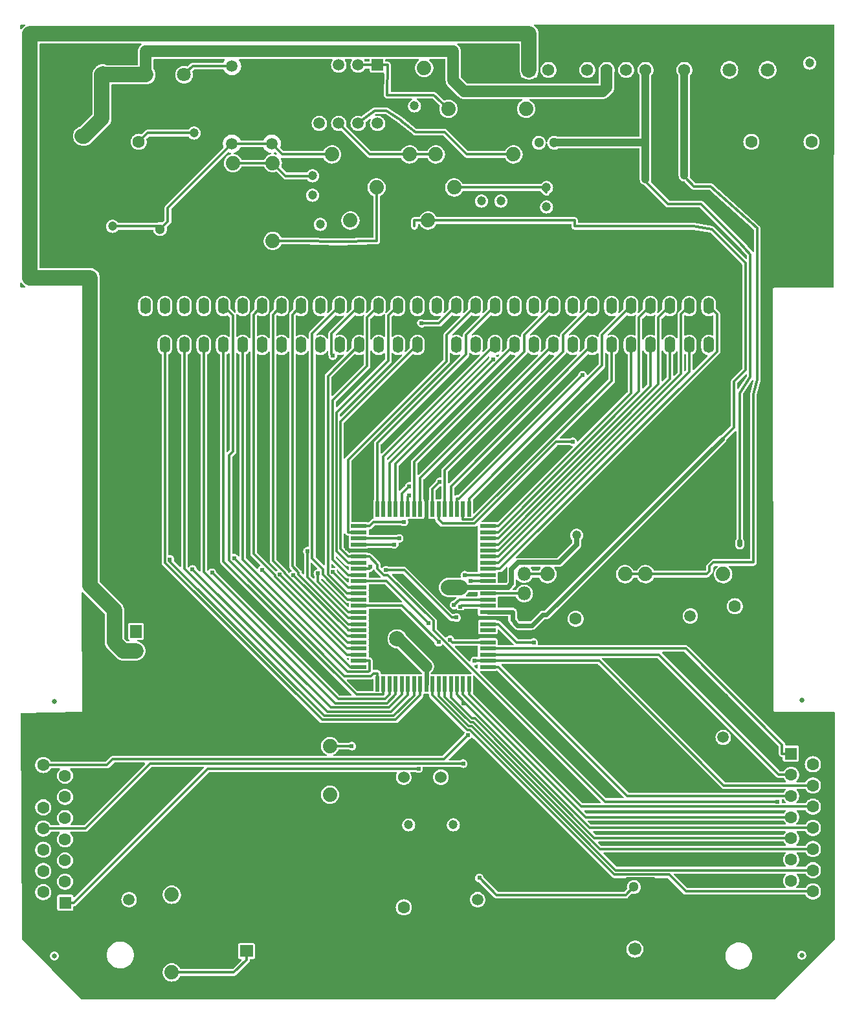
<source format=gbl>
G04 Layer: BottomLayer*
G04 EasyEDA v6.5.42, 2024-04-13 20:59:12*
G04 594e40a4052f4cff86669ddfe18c1731,a2f4cb7aa3704937908c5b59a0d1150c,10*
G04 Gerber Generator version 0.2*
G04 Scale: 100 percent, Rotated: No, Reflected: No *
G04 Dimensions in millimeters *
G04 leading zeros omitted , absolute positions ,4 integer and 5 decimal *
%FSLAX45Y45*%
%MOMM*%

%AMMACRO1*21,1,$1,$2,0,0,$3*%
%ADD10C,0.3500*%
%ADD11C,0.6000*%
%ADD12C,2.0000*%
%ADD13C,1.0000*%
%ADD14C,0.6500*%
%ADD15C,1.5000*%
%ADD16MACRO1,0.5715X2.0701X90.0000*%
%ADD17MACRO1,0.5715X2.0701X0.0000*%
%ADD18C,1.1938*%
%ADD19C,1.6000*%
%ADD20R,1.7000X1.5748*%
%ADD21C,1.7000*%
%ADD22C,1.8796*%
%ADD23C,1.3000*%
%ADD24C,1.2000*%
%ADD25R,1.5748X1.5748*%
%ADD26C,1.5748*%
%ADD27C,1.8000*%
%ADD28R,1.5748X1.7000*%
%ADD29O,1.7999964X1.7999964*%
%ADD30R,1.8000X1.8000*%
%ADD31C,1.5240*%
%ADD32R,1.5000X1.5000*%
%ADD33R,1.6000X1.6000*%
%ADD34O,1.41986X2.159*%
%ADD35R,1.4199X2.0320*%
%ADD36C,0.6500*%
%ADD37C,0.6100*%
%ADD38C,1.5000*%
%ADD39C,0.0102*%

%LPD*%
G36*
X4279493Y16239845D02*
G01*
X4275124Y16240099D01*
X4271264Y16242182D01*
X4268622Y16245636D01*
X4267708Y16249904D01*
X4267708Y16294607D01*
X4268470Y16298468D01*
X4270705Y16301770D01*
X4273956Y16304006D01*
X4277868Y16304768D01*
X4321556Y16304768D01*
X4325823Y16303802D01*
X4329328Y16301212D01*
X4331360Y16297351D01*
X4331614Y16292982D01*
X4329988Y16288918D01*
X4326839Y16285921D01*
X4322673Y16283381D01*
X4310735Y16274034D01*
X4299966Y16263264D01*
X4290618Y16251326D01*
X4286554Y16244620D01*
X4283557Y16241471D01*
G37*

%LPD*%
G36*
X8783828Y15816783D02*
G01*
X8780272Y15817443D01*
X8777173Y15819272D01*
X8774887Y15822066D01*
X8771839Y15827705D01*
X8767114Y15834106D01*
X8765336Y15838169D01*
X8765438Y15842640D01*
X8767419Y15846602D01*
X8770924Y15849295D01*
X8775293Y15850311D01*
X8829751Y15850311D01*
X8833612Y15849498D01*
X8836914Y15847313D01*
X8839098Y15844012D01*
X8839911Y15840151D01*
X8839911Y15826943D01*
X8839098Y15823082D01*
X8836914Y15819780D01*
X8833612Y15817596D01*
X8829751Y15816783D01*
G37*

%LPD*%
G36*
X4277868Y12865608D02*
G01*
X4273956Y12866370D01*
X4270705Y12868605D01*
X4268470Y12871856D01*
X4267708Y12875768D01*
X4267708Y12921996D01*
X4268622Y12926263D01*
X4271264Y12929717D01*
X4275124Y12931800D01*
X4279493Y12932054D01*
X4283557Y12930428D01*
X4286554Y12927279D01*
X4290618Y12920573D01*
X4299966Y12908635D01*
X4310735Y12897866D01*
X4322673Y12888518D01*
X4329379Y12884454D01*
X4332528Y12881457D01*
X4334154Y12877393D01*
X4333900Y12873024D01*
X4331817Y12869164D01*
X4328363Y12866522D01*
X4324096Y12865608D01*
G37*

%LPD*%
G36*
X5067198Y3556508D02*
G01*
X5063286Y3557320D01*
X5059934Y3559556D01*
X4295902Y4338472D01*
X4293768Y4341672D01*
X4293006Y4345482D01*
X4268012Y7292289D01*
X4268724Y7296200D01*
X4270908Y7299502D01*
X4274159Y7301738D01*
X4278020Y7302550D01*
X5054396Y7314692D01*
X5060848Y7315555D01*
X5066385Y7317740D01*
X5071465Y7321397D01*
X5074259Y7324293D01*
X5076952Y7328001D01*
X5079390Y7333538D01*
X5080508Y7340904D01*
X5070195Y8875268D01*
X5070957Y8879179D01*
X5073243Y8882532D01*
X5076596Y8884767D01*
X5080558Y8885478D01*
X5084470Y8884615D01*
X5087772Y8882278D01*
X5092700Y8877046D01*
X5370220Y8599525D01*
X5372404Y8596223D01*
X5373217Y8592362D01*
X5373217Y8229752D01*
X5373420Y8221980D01*
X5374132Y8214410D01*
X5375249Y8206892D01*
X5376875Y8199475D01*
X5378907Y8192160D01*
X5381396Y8184946D01*
X5384292Y8177936D01*
X5387594Y8171078D01*
X5391353Y8164474D01*
X5395468Y8158073D01*
X5399989Y8151977D01*
X5404866Y8146135D01*
X5410200Y8140446D01*
X5524246Y8026400D01*
X5529935Y8021066D01*
X5535777Y8016189D01*
X5541873Y8011668D01*
X5548274Y8007553D01*
X5554878Y8003794D01*
X5561736Y8000492D01*
X5568746Y7997596D01*
X5575960Y7995107D01*
X5583275Y7993075D01*
X5590692Y7991449D01*
X5598210Y7990331D01*
X5605780Y7989620D01*
X5613552Y7989366D01*
X5778195Y7989366D01*
X5793689Y7990331D01*
X5808624Y7993075D01*
X5823153Y7997596D01*
X5837021Y8003844D01*
X5850026Y8011718D01*
X5861964Y8021066D01*
X5872734Y8031835D01*
X5882081Y8043773D01*
X5889955Y8056778D01*
X5896203Y8070646D01*
X5900724Y8085175D01*
X5903468Y8100110D01*
X5904382Y8115300D01*
X5903468Y8130489D01*
X5900724Y8145424D01*
X5896203Y8159953D01*
X5889955Y8173821D01*
X5882081Y8186826D01*
X5872734Y8198764D01*
X5861964Y8209534D01*
X5850026Y8218881D01*
X5837021Y8226755D01*
X5823153Y8233003D01*
X5808624Y8237524D01*
X5804763Y8238236D01*
X5800852Y8239861D01*
X5797905Y8242960D01*
X5796534Y8247024D01*
X5796889Y8251240D01*
X5798972Y8254949D01*
X5802426Y8257489D01*
X5806592Y8258403D01*
X5856681Y8258403D01*
X5862980Y8259114D01*
X5868466Y8260994D01*
X5873343Y8264093D01*
X5877458Y8268208D01*
X5880506Y8273084D01*
X5882436Y8278571D01*
X5883148Y8284870D01*
X5883148Y8453729D01*
X5882436Y8460028D01*
X5880506Y8465515D01*
X5877458Y8470392D01*
X5873343Y8474506D01*
X5868466Y8477605D01*
X5862980Y8479485D01*
X5856681Y8480196D01*
X5700318Y8480196D01*
X5694019Y8479485D01*
X5688533Y8477605D01*
X5683656Y8474506D01*
X5679541Y8470392D01*
X5676493Y8465515D01*
X5674563Y8460028D01*
X5673852Y8453729D01*
X5673852Y8284870D01*
X5674563Y8278571D01*
X5676493Y8273084D01*
X5679541Y8268208D01*
X5683656Y8264093D01*
X5692190Y8258911D01*
X5694578Y8255609D01*
X5695492Y8251698D01*
X5694832Y8247684D01*
X5692648Y8244281D01*
X5689346Y8241995D01*
X5685332Y8241182D01*
X5669737Y8241182D01*
X5665876Y8241995D01*
X5662574Y8244179D01*
X5627979Y8278774D01*
X5625795Y8282076D01*
X5625033Y8285937D01*
X5625033Y8648547D01*
X5624779Y8656320D01*
X5624068Y8663889D01*
X5622950Y8671407D01*
X5621324Y8678824D01*
X5619292Y8686139D01*
X5616803Y8693353D01*
X5613908Y8700363D01*
X5610606Y8707221D01*
X5606846Y8713825D01*
X5602732Y8720226D01*
X5598210Y8726322D01*
X5593334Y8732164D01*
X5588000Y8737854D01*
X5310479Y9015374D01*
X5308295Y9018676D01*
X5307533Y9022537D01*
X5307533Y12991795D01*
X5306568Y13007289D01*
X5303824Y13022224D01*
X5299303Y13036753D01*
X5293055Y13050621D01*
X5285181Y13063626D01*
X5275834Y13075564D01*
X5265064Y13086334D01*
X5253126Y13095681D01*
X5240121Y13103555D01*
X5226253Y13109803D01*
X5211724Y13114324D01*
X5196789Y13117068D01*
X5181295Y13117982D01*
X4530293Y13117982D01*
X4526381Y13118795D01*
X4523079Y13120979D01*
X4520895Y13124281D01*
X4520133Y13128142D01*
X4520133Y16043706D01*
X4520895Y16047618D01*
X4523079Y16050920D01*
X4526381Y16053104D01*
X4530293Y16053866D01*
X5844489Y16053866D01*
X5848705Y16053003D01*
X5852109Y16050412D01*
X5854242Y16046704D01*
X5854547Y16042386D01*
X5853125Y16038372D01*
X5850128Y16035274D01*
X5844082Y16031260D01*
X5834176Y16022523D01*
X5825439Y16012617D01*
X5818124Y16001644D01*
X5812282Y15989807D01*
X5808065Y15977311D01*
X5805474Y15964357D01*
X5804611Y15951200D01*
X5805474Y15938042D01*
X5808370Y15923869D01*
X5808573Y15921837D01*
X5808573Y15782442D01*
X5807811Y15778581D01*
X5805627Y15775279D01*
X5802325Y15773095D01*
X5798413Y15772282D01*
X5403900Y15772282D01*
X5401462Y15772587D01*
X5384139Y15779292D01*
X5369407Y15782950D01*
X5354320Y15784779D01*
X5339080Y15784779D01*
X5323992Y15782950D01*
X5309260Y15779292D01*
X5295036Y15773907D01*
X5281574Y15766846D01*
X5269077Y15758210D01*
X5257698Y15748101D01*
X5251500Y15741396D01*
X5250535Y15740634D01*
X5239766Y15729864D01*
X5230418Y15717926D01*
X5222544Y15704921D01*
X5216296Y15691053D01*
X5211775Y15676524D01*
X5209032Y15661589D01*
X5208117Y15646095D01*
X5208117Y15131237D01*
X5207304Y15127376D01*
X5205120Y15124074D01*
X5051196Y14970150D01*
X5049266Y14968677D01*
X5047030Y14967661D01*
X5035346Y14964003D01*
X5021478Y14957755D01*
X5008473Y14949881D01*
X4996535Y14940534D01*
X4985766Y14929764D01*
X4976418Y14917826D01*
X4968544Y14904821D01*
X4962296Y14890953D01*
X4957775Y14876424D01*
X4955032Y14861489D01*
X4954117Y14846300D01*
X4955032Y14831110D01*
X4957775Y14816175D01*
X4962296Y14801646D01*
X4968544Y14787778D01*
X4976418Y14774773D01*
X4985766Y14762835D01*
X4996535Y14752066D01*
X5008473Y14742718D01*
X5021478Y14734844D01*
X5035346Y14728596D01*
X5049875Y14724075D01*
X5064810Y14721332D01*
X5080304Y14720366D01*
X5105247Y14720366D01*
X5113020Y14720620D01*
X5120589Y14721332D01*
X5128107Y14722449D01*
X5135524Y14724075D01*
X5142839Y14726107D01*
X5150053Y14728596D01*
X5157063Y14731492D01*
X5163921Y14734794D01*
X5170525Y14738553D01*
X5176926Y14742668D01*
X5183022Y14747189D01*
X5188864Y14752066D01*
X5194554Y14757400D01*
X5422900Y14985746D01*
X5428234Y14991435D01*
X5433110Y14997277D01*
X5437632Y15003373D01*
X5441746Y15009774D01*
X5445506Y15016378D01*
X5448808Y15023236D01*
X5451703Y15030246D01*
X5454192Y15037460D01*
X5456224Y15044775D01*
X5457850Y15052192D01*
X5458968Y15059710D01*
X5459679Y15067280D01*
X5459933Y15075052D01*
X5459933Y15510306D01*
X5460695Y15514218D01*
X5462879Y15517520D01*
X5466181Y15519704D01*
X5470093Y15520466D01*
X5909208Y15520466D01*
X5924702Y15521432D01*
X5939637Y15524175D01*
X5954166Y15528696D01*
X5968034Y15534944D01*
X5981039Y15542818D01*
X5992977Y15552166D01*
X6003747Y15562935D01*
X6013094Y15574873D01*
X6020968Y15587878D01*
X6027216Y15601746D01*
X6031738Y15616275D01*
X6034481Y15631210D01*
X6035395Y15646400D01*
X6034481Y15661589D01*
X6031738Y15676524D01*
X6027216Y15691053D01*
X6020968Y15704921D01*
X6010960Y15721584D01*
X6010402Y15724886D01*
X6010402Y15840151D01*
X6011164Y15844012D01*
X6013399Y15847313D01*
X6016701Y15849498D01*
X6020562Y15850311D01*
X6932930Y15850311D01*
X6936689Y15849549D01*
X6939940Y15847517D01*
X6942175Y15844367D01*
X6943090Y15840659D01*
X6942531Y15836849D01*
X6932015Y15820644D01*
X6926580Y15809722D01*
X6924294Y15806775D01*
X6921144Y15804794D01*
X6917486Y15804083D01*
X6522161Y15804083D01*
X6513880Y15802914D01*
X6506311Y15800374D01*
X6499301Y15796463D01*
X6492798Y15791078D01*
X6459372Y15757651D01*
X6456121Y15755467D01*
X6452311Y15754654D01*
X6448450Y15755366D01*
X6445300Y15756636D01*
X6431229Y15760242D01*
X6416751Y15762071D01*
X6402222Y15762071D01*
X6387795Y15760242D01*
X6373672Y15756636D01*
X6360160Y15751251D01*
X6347409Y15744240D01*
X6335623Y15735706D01*
X6325006Y15725749D01*
X6315760Y15714522D01*
X6307937Y15702229D01*
X6301740Y15689072D01*
X6297269Y15675203D01*
X6294526Y15660928D01*
X6293612Y15646400D01*
X6294526Y15631871D01*
X6297269Y15617596D01*
X6301740Y15603728D01*
X6307937Y15590570D01*
X6315760Y15578277D01*
X6325006Y15567050D01*
X6335623Y15557093D01*
X6347409Y15548559D01*
X6360160Y15541548D01*
X6373672Y15536163D01*
X6387795Y15532557D01*
X6402222Y15530728D01*
X6416751Y15530728D01*
X6431229Y15532557D01*
X6445300Y15536163D01*
X6458864Y15541548D01*
X6471615Y15548559D01*
X6483350Y15557093D01*
X6493967Y15567050D01*
X6503263Y15578277D01*
X6511035Y15590570D01*
X6517233Y15603728D01*
X6521754Y15617596D01*
X6524447Y15631871D01*
X6525361Y15646400D01*
X6524447Y15660928D01*
X6521754Y15675203D01*
X6518249Y15685922D01*
X6517792Y15689580D01*
X6518656Y15693186D01*
X6520738Y15696234D01*
X6538823Y15714319D01*
X6542125Y15716504D01*
X6545986Y15717266D01*
X6917537Y15717266D01*
X6921398Y15716504D01*
X6924649Y15714370D01*
X6926884Y15711068D01*
X6928510Y15707258D01*
X6935876Y15694507D01*
X6944766Y15682722D01*
X6955028Y15672104D01*
X6966559Y15662859D01*
X6979107Y15655086D01*
X6992518Y15648940D01*
X7006539Y15644469D01*
X7021068Y15641726D01*
X7035800Y15640812D01*
X7050531Y15641726D01*
X7065060Y15644469D01*
X7079081Y15648940D01*
X7092492Y15655086D01*
X7105040Y15662859D01*
X7116572Y15672104D01*
X7126833Y15682722D01*
X7135723Y15694507D01*
X7143089Y15707258D01*
X7148830Y15720872D01*
X7152894Y15735046D01*
X7155180Y15749625D01*
X7155637Y15764408D01*
X7154265Y15779089D01*
X7151116Y15793516D01*
X7146188Y15807436D01*
X7139584Y15820644D01*
X7129068Y15836849D01*
X7128509Y15840659D01*
X7129424Y15844367D01*
X7131659Y15847517D01*
X7134910Y15849549D01*
X7138670Y15850311D01*
X8344306Y15850311D01*
X8348675Y15849295D01*
X8352180Y15846602D01*
X8354161Y15842640D01*
X8354263Y15838169D01*
X8352485Y15834106D01*
X8347760Y15827705D01*
X8341309Y15815868D01*
X8336432Y15803270D01*
X8333333Y15790163D01*
X8331962Y15776752D01*
X8332419Y15763290D01*
X8334654Y15750032D01*
X8338667Y15737128D01*
X8344306Y15724936D01*
X8351570Y15713557D01*
X8360257Y15703245D01*
X8370265Y15694202D01*
X8381390Y15686582D01*
X8393430Y15680537D01*
X8406130Y15676118D01*
X8419338Y15673425D01*
X8432800Y15672511D01*
X8446262Y15673425D01*
X8459470Y15676118D01*
X8472170Y15680537D01*
X8484209Y15686582D01*
X8495334Y15694202D01*
X8505342Y15703245D01*
X8514029Y15713557D01*
X8521293Y15724936D01*
X8526932Y15737128D01*
X8530945Y15750032D01*
X8533180Y15763290D01*
X8533638Y15776752D01*
X8532266Y15790163D01*
X8529167Y15803270D01*
X8524290Y15815868D01*
X8517839Y15827705D01*
X8513114Y15834106D01*
X8511336Y15838169D01*
X8511438Y15842640D01*
X8513419Y15846602D01*
X8516924Y15849295D01*
X8521293Y15850311D01*
X8598306Y15850311D01*
X8602675Y15849295D01*
X8606180Y15846602D01*
X8608161Y15842640D01*
X8608263Y15838169D01*
X8606485Y15834106D01*
X8601760Y15827705D01*
X8595309Y15815868D01*
X8590432Y15803270D01*
X8587333Y15790163D01*
X8585962Y15776752D01*
X8586419Y15763290D01*
X8588654Y15750032D01*
X8592667Y15737128D01*
X8598306Y15724936D01*
X8605570Y15713557D01*
X8614257Y15703245D01*
X8624265Y15694202D01*
X8635390Y15686582D01*
X8647430Y15680537D01*
X8660130Y15676118D01*
X8673338Y15673425D01*
X8686800Y15672511D01*
X8700262Y15673425D01*
X8713470Y15676118D01*
X8726170Y15680537D01*
X8738209Y15686582D01*
X8749334Y15694202D01*
X8759342Y15703245D01*
X8768029Y15713557D01*
X8775496Y15725292D01*
X8777782Y15727781D01*
X8780729Y15729407D01*
X8784082Y15729966D01*
X8829751Y15729966D01*
X8833612Y15729204D01*
X8836914Y15727019D01*
X8839098Y15723717D01*
X8839911Y15719806D01*
X8839911Y15698978D01*
X8840622Y15692628D01*
X8842502Y15687192D01*
X8845600Y15682264D01*
X8849664Y15678200D01*
X8854592Y15675101D01*
X8860028Y15673222D01*
X8866378Y15672511D01*
X9015222Y15672511D01*
X9020098Y15672155D01*
X9023756Y15670022D01*
X9026245Y15666567D01*
X9027109Y15662351D01*
X9024416Y15380360D01*
X9024569Y15375636D01*
X9025077Y15372181D01*
X9026093Y15367762D01*
X9027160Y15364460D01*
X9028988Y15360294D01*
X9030665Y15357246D01*
X9033205Y15353487D01*
X9035389Y15350794D01*
X9038590Y15347594D01*
X9041282Y15345359D01*
X9044990Y15342768D01*
X9048038Y15341041D01*
X9052153Y15339212D01*
X9055455Y15338094D01*
X9059875Y15337028D01*
X9063329Y15336519D01*
X9068054Y15336266D01*
X9381845Y15336266D01*
X9386163Y15335300D01*
X9389668Y15332608D01*
X9391700Y15328646D01*
X9391802Y15324226D01*
X9390024Y15320162D01*
X9386722Y15317216D01*
X9377121Y15311983D01*
X9367367Y15304668D01*
X9358731Y15296032D01*
X9351416Y15286278D01*
X9345574Y15275560D01*
X9341307Y15264130D01*
X9338716Y15252192D01*
X9337852Y15240000D01*
X9338716Y15227807D01*
X9341307Y15215869D01*
X9345574Y15204440D01*
X9351416Y15193721D01*
X9358731Y15183967D01*
X9367367Y15175331D01*
X9377121Y15168016D01*
X9387840Y15162174D01*
X9399270Y15157907D01*
X9411208Y15155316D01*
X9423400Y15154452D01*
X9435592Y15155316D01*
X9447530Y15157907D01*
X9458960Y15162174D01*
X9469678Y15168016D01*
X9479432Y15175331D01*
X9488068Y15183967D01*
X9495383Y15193721D01*
X9501225Y15204440D01*
X9505492Y15215869D01*
X9508083Y15227807D01*
X9508947Y15240000D01*
X9508083Y15252192D01*
X9505492Y15264130D01*
X9501225Y15275560D01*
X9495383Y15286278D01*
X9488068Y15296032D01*
X9479432Y15304668D01*
X9469678Y15311983D01*
X9460077Y15317216D01*
X9456775Y15320162D01*
X9454997Y15324226D01*
X9455099Y15328646D01*
X9457131Y15332608D01*
X9460636Y15335300D01*
X9464954Y15336266D01*
X9656267Y15336266D01*
X9660026Y15335605D01*
X9663226Y15333573D01*
X9751822Y15250871D01*
X9754057Y15247772D01*
X9755022Y15244114D01*
X9754565Y15240355D01*
X9751669Y15231160D01*
X9748926Y15216632D01*
X9748012Y15201900D01*
X9748926Y15187168D01*
X9751669Y15172639D01*
X9756140Y15158618D01*
X9762286Y15145207D01*
X9770059Y15132659D01*
X9779304Y15121128D01*
X9789922Y15110866D01*
X9801707Y15101976D01*
X9814458Y15094610D01*
X9828072Y15088869D01*
X9842246Y15084806D01*
X9856825Y15082519D01*
X9871608Y15082062D01*
X9886289Y15083434D01*
X9900716Y15086584D01*
X9914636Y15091511D01*
X9927844Y15098115D01*
X9940137Y15106243D01*
X9951364Y15115844D01*
X9961270Y15126766D01*
X9969804Y15138806D01*
X9976815Y15151811D01*
X9982149Y15165578D01*
X9985705Y15179852D01*
X9987534Y15194534D01*
X9987534Y15209266D01*
X9985705Y15223947D01*
X9982149Y15238222D01*
X9976815Y15251988D01*
X9969804Y15264993D01*
X9961270Y15277033D01*
X9951364Y15287955D01*
X9940137Y15297556D01*
X9927844Y15305684D01*
X9914636Y15312288D01*
X9900716Y15317216D01*
X9886289Y15320365D01*
X9871608Y15321686D01*
X9856825Y15321280D01*
X9842246Y15318994D01*
X9828072Y15314930D01*
X9821976Y15312390D01*
X9818166Y15311577D01*
X9814356Y15312237D01*
X9811105Y15314320D01*
X9707372Y15411094D01*
X9700666Y15416276D01*
X9693554Y15419933D01*
X9685883Y15422219D01*
X9676892Y15423083D01*
X9121902Y15423083D01*
X9117990Y15423896D01*
X9114688Y15426131D01*
X9112453Y15429433D01*
X9111742Y15433344D01*
X9114993Y15772739D01*
X9114840Y15777463D01*
X9114332Y15780918D01*
X9113316Y15785338D01*
X9112250Y15788640D01*
X9110421Y15792805D01*
X9108744Y15795853D01*
X9106204Y15799612D01*
X9104020Y15802305D01*
X9100820Y15805505D01*
X9098127Y15807740D01*
X9094419Y15810331D01*
X9091371Y15812058D01*
X9087256Y15813887D01*
X9083954Y15815005D01*
X9079534Y15816072D01*
X9076080Y15816580D01*
X9071356Y15816783D01*
X9051848Y15816783D01*
X9047988Y15817596D01*
X9044686Y15819780D01*
X9042501Y15823082D01*
X9041688Y15826943D01*
X9041688Y15840151D01*
X9042501Y15844012D01*
X9044686Y15847313D01*
X9047988Y15849498D01*
X9051848Y15850311D01*
X9473844Y15850311D01*
X9477959Y15849447D01*
X9481362Y15846958D01*
X9483445Y15843351D01*
X9483953Y15839186D01*
X9482683Y15835172D01*
X9479940Y15832023D01*
X9472422Y15826333D01*
X9461804Y15816072D01*
X9452559Y15804540D01*
X9444786Y15791992D01*
X9438640Y15778581D01*
X9434169Y15764560D01*
X9431426Y15750032D01*
X9430512Y15735300D01*
X9431426Y15720568D01*
X9434169Y15706039D01*
X9438640Y15692018D01*
X9444786Y15678607D01*
X9452559Y15666059D01*
X9461804Y15654528D01*
X9472422Y15644266D01*
X9484207Y15635376D01*
X9496958Y15628010D01*
X9510572Y15622269D01*
X9524746Y15618206D01*
X9539325Y15615919D01*
X9554108Y15615462D01*
X9568789Y15616834D01*
X9583216Y15619984D01*
X9597136Y15624911D01*
X9610344Y15631515D01*
X9622637Y15639643D01*
X9633864Y15649244D01*
X9643770Y15660166D01*
X9652304Y15672206D01*
X9659315Y15685211D01*
X9664649Y15698978D01*
X9668205Y15713252D01*
X9670034Y15727934D01*
X9670034Y15742666D01*
X9668205Y15757347D01*
X9664649Y15771622D01*
X9659315Y15785388D01*
X9652304Y15798393D01*
X9643770Y15810433D01*
X9633864Y15821355D01*
X9622637Y15830956D01*
X9618573Y15834715D01*
X9617100Y15838779D01*
X9617456Y15843046D01*
X9619538Y15846806D01*
X9622993Y15849396D01*
X9627209Y15850311D01*
X9820351Y15850311D01*
X9824212Y15849498D01*
X9827514Y15847313D01*
X9829698Y15844012D01*
X9830511Y15840151D01*
X9830511Y15570555D01*
X9831374Y15557042D01*
X9833965Y15544088D01*
X9838182Y15531592D01*
X9844024Y15519755D01*
X9851339Y15508782D01*
X9860280Y15498622D01*
X9999522Y15359380D01*
X10009682Y15350439D01*
X10020655Y15343124D01*
X10032492Y15337282D01*
X10044988Y15333065D01*
X10057942Y15330474D01*
X10071455Y15329611D01*
X10828578Y15329611D01*
X10832439Y15328798D01*
X10835741Y15326613D01*
X10837926Y15323362D01*
X10838738Y15319501D01*
X10837976Y15315590D01*
X10835792Y15312288D01*
X10832541Y15310053D01*
X10830458Y15309189D01*
X10817707Y15301823D01*
X10805922Y15292933D01*
X10795304Y15282672D01*
X10786059Y15271140D01*
X10778286Y15258592D01*
X10772140Y15245181D01*
X10767669Y15231160D01*
X10764926Y15216632D01*
X10764012Y15201900D01*
X10764926Y15187168D01*
X10767669Y15172639D01*
X10772140Y15158618D01*
X10778286Y15145207D01*
X10786059Y15132659D01*
X10795304Y15121128D01*
X10805922Y15110866D01*
X10817707Y15101976D01*
X10830458Y15094610D01*
X10844072Y15088869D01*
X10858246Y15084806D01*
X10872825Y15082519D01*
X10887608Y15082062D01*
X10902289Y15083434D01*
X10916716Y15086584D01*
X10930636Y15091511D01*
X10943844Y15098115D01*
X10956137Y15106243D01*
X10967364Y15115844D01*
X10977270Y15126766D01*
X10985804Y15138806D01*
X10992815Y15151811D01*
X10998149Y15165578D01*
X11001705Y15179852D01*
X11003534Y15194534D01*
X11003534Y15209266D01*
X11001705Y15223947D01*
X10998149Y15238222D01*
X10992815Y15251988D01*
X10985804Y15264993D01*
X10977270Y15277033D01*
X10967364Y15287955D01*
X10956137Y15297556D01*
X10943844Y15305684D01*
X10934547Y15310357D01*
X10931042Y15313202D01*
X10929162Y15317266D01*
X10929162Y15321737D01*
X10931144Y15325801D01*
X10934700Y15328595D01*
X10939068Y15329611D01*
X11886844Y15329611D01*
X11900357Y15330474D01*
X11913311Y15333065D01*
X11925808Y15337282D01*
X11937644Y15343124D01*
X11948617Y15350439D01*
X11958777Y15359380D01*
X12009120Y15409722D01*
X12018060Y15419882D01*
X12025376Y15430855D01*
X12031218Y15442692D01*
X12035434Y15455188D01*
X12038025Y15468142D01*
X12038888Y15481655D01*
X12038888Y15681045D01*
X12039092Y15683026D01*
X12041733Y15696234D01*
X12042648Y15709900D01*
X12041733Y15723565D01*
X12039041Y15736976D01*
X12034672Y15749930D01*
X12028627Y15762224D01*
X12021007Y15773603D01*
X12011964Y15783864D01*
X12001703Y15792907D01*
X11990324Y15800527D01*
X11978030Y15806572D01*
X11965076Y15810941D01*
X11951665Y15813633D01*
X11938000Y15814548D01*
X11924334Y15813633D01*
X11910923Y15810941D01*
X11897969Y15806572D01*
X11885676Y15800527D01*
X11874296Y15792907D01*
X11864035Y15783864D01*
X11854992Y15773603D01*
X11847372Y15762224D01*
X11841327Y15749930D01*
X11836958Y15736976D01*
X11834266Y15723565D01*
X11833352Y15709900D01*
X11834266Y15696234D01*
X11836908Y15683026D01*
X11837111Y15681045D01*
X11837111Y15541548D01*
X11836298Y15537688D01*
X11834114Y15534386D01*
X11830812Y15532201D01*
X11826951Y15531388D01*
X10117124Y15531388D01*
X10113213Y15532201D01*
X10109911Y15534386D01*
X10035286Y15609011D01*
X10033101Y15612313D01*
X10032288Y15616224D01*
X10032288Y15950844D01*
X10031425Y15964357D01*
X10028834Y15977311D01*
X10024618Y15989807D01*
X10018776Y16001644D01*
X10011460Y16012617D01*
X10002723Y16022523D01*
X9992817Y16031260D01*
X9986772Y16035274D01*
X9983774Y16038372D01*
X9982352Y16042386D01*
X9982657Y16046704D01*
X9984790Y16050412D01*
X9988194Y16053003D01*
X9992410Y16053866D01*
X10785957Y16053866D01*
X10789818Y16053104D01*
X10793120Y16050920D01*
X10795304Y16047618D01*
X10796117Y16043706D01*
X10796117Y15710204D01*
X10797032Y15694710D01*
X10799775Y15679775D01*
X10804296Y15665246D01*
X10810544Y15651378D01*
X10815878Y15642539D01*
X10816996Y15639999D01*
X10817352Y15637256D01*
X10817352Y15631718D01*
X10818063Y15625419D01*
X10819993Y15619933D01*
X10823041Y15615056D01*
X10827156Y15610941D01*
X10832033Y15607893D01*
X10837519Y15605963D01*
X10843818Y15605251D01*
X10849356Y15605251D01*
X10852099Y15604896D01*
X10854639Y15603778D01*
X10863478Y15598444D01*
X10877346Y15592196D01*
X10891875Y15587675D01*
X10906810Y15584932D01*
X10922000Y15584017D01*
X10937189Y15584932D01*
X10952124Y15587675D01*
X10966653Y15592196D01*
X10980521Y15598444D01*
X10989360Y15603778D01*
X10991900Y15604896D01*
X10994644Y15605251D01*
X11000181Y15605251D01*
X11006480Y15605963D01*
X11011966Y15607893D01*
X11016843Y15610941D01*
X11020958Y15615056D01*
X11024006Y15619933D01*
X11025936Y15625419D01*
X11026648Y15631718D01*
X11026648Y15637256D01*
X11027003Y15639999D01*
X11028121Y15642539D01*
X11033455Y15651378D01*
X11039703Y15665246D01*
X11044224Y15679775D01*
X11046968Y15694710D01*
X11047933Y15710204D01*
X11047933Y16179495D01*
X11046968Y16194989D01*
X11044224Y16209924D01*
X11039703Y16224453D01*
X11033455Y16238321D01*
X11025581Y16251326D01*
X11016234Y16263264D01*
X11005464Y16274034D01*
X10993526Y16283381D01*
X10989360Y16285921D01*
X10986211Y16288918D01*
X10984585Y16292982D01*
X10984839Y16297351D01*
X10986871Y16301212D01*
X10990376Y16303802D01*
X10994644Y16304768D01*
X14905685Y16304768D01*
X14909546Y16304006D01*
X14912848Y16301770D01*
X14915032Y16298468D01*
X14915845Y16294607D01*
X14909342Y12875768D01*
X14908580Y12871856D01*
X14906396Y12868554D01*
X14903094Y12866370D01*
X14899182Y12865608D01*
X14135709Y12865608D01*
X14129207Y12864795D01*
X14123669Y12862712D01*
X14118539Y12859207D01*
X14115491Y12856057D01*
X14112849Y12852501D01*
X14110360Y12846964D01*
X14109192Y12839496D01*
X14121892Y7341158D01*
X14122704Y7334656D01*
X14124787Y7329119D01*
X14128343Y7323988D01*
X14131442Y7320940D01*
X14134998Y7318349D01*
X14140535Y7315860D01*
X14148054Y7314692D01*
X14910307Y7317130D01*
X14914168Y7316368D01*
X14917470Y7314133D01*
X14919706Y7310881D01*
X14920468Y7306970D01*
X14921992Y4345635D01*
X14921230Y4341723D01*
X14918994Y4338472D01*
X14140027Y3559505D01*
X14136725Y3557270D01*
X14132864Y3556508D01*
G37*

%LPC*%
G36*
X6248400Y3791712D02*
G01*
X6263132Y3792626D01*
X6277660Y3795369D01*
X6291681Y3799840D01*
X6305092Y3805986D01*
X6317640Y3813759D01*
X6329172Y3823004D01*
X6339433Y3833622D01*
X6348323Y3845407D01*
X6355689Y3858158D01*
X6357315Y3861968D01*
X6359550Y3865270D01*
X6362801Y3867404D01*
X6366662Y3868165D01*
X7062368Y3868216D01*
X7070648Y3869385D01*
X7078218Y3871925D01*
X7085228Y3875836D01*
X7091730Y3881221D01*
X7258151Y4047693D01*
X7263180Y4054348D01*
X7266736Y4061510D01*
X7268921Y4069232D01*
X7269683Y4077106D01*
X7270699Y4080713D01*
X7272934Y4083710D01*
X7276084Y4085640D01*
X7279792Y4086351D01*
X7310729Y4086351D01*
X7317028Y4087063D01*
X7322515Y4088993D01*
X7327392Y4092041D01*
X7331506Y4096156D01*
X7334605Y4101033D01*
X7336485Y4106519D01*
X7337196Y4112818D01*
X7337196Y4269181D01*
X7336485Y4275480D01*
X7334605Y4280966D01*
X7331506Y4285843D01*
X7327392Y4289958D01*
X7322515Y4293006D01*
X7317028Y4294936D01*
X7310729Y4295648D01*
X7141870Y4295648D01*
X7135571Y4294936D01*
X7130084Y4293006D01*
X7125208Y4289958D01*
X7121093Y4285843D01*
X7117994Y4280966D01*
X7116114Y4275480D01*
X7115403Y4269181D01*
X7115403Y4112818D01*
X7116114Y4106519D01*
X7117994Y4101033D01*
X7121093Y4096156D01*
X7125208Y4092041D01*
X7130084Y4088993D01*
X7135571Y4087063D01*
X7141870Y4086351D01*
X7149541Y4086351D01*
X7153452Y4085590D01*
X7156754Y4083354D01*
X7158939Y4080103D01*
X7159701Y4076192D01*
X7158939Y4072280D01*
X7156754Y4069029D01*
X7045706Y3957980D01*
X7042403Y3955796D01*
X7038543Y3954983D01*
X6366713Y3954983D01*
X6363055Y3955694D01*
X6359906Y3957675D01*
X6357620Y3960622D01*
X6352184Y3971544D01*
X6344056Y3983837D01*
X6334455Y3995064D01*
X6323533Y4004970D01*
X6311493Y4013504D01*
X6298488Y4020515D01*
X6284722Y4025849D01*
X6270447Y4029405D01*
X6255766Y4031234D01*
X6241034Y4031234D01*
X6226352Y4029405D01*
X6212078Y4025849D01*
X6198311Y4020515D01*
X6185306Y4013504D01*
X6173266Y4004970D01*
X6162344Y3995064D01*
X6152743Y3983837D01*
X6144615Y3971544D01*
X6138011Y3958336D01*
X6133084Y3944416D01*
X6129934Y3929989D01*
X6128613Y3915308D01*
X6129020Y3900525D01*
X6131306Y3885946D01*
X6135370Y3871772D01*
X6141110Y3858158D01*
X6148476Y3845407D01*
X6157366Y3833622D01*
X6167628Y3823004D01*
X6179159Y3813759D01*
X6191707Y3805986D01*
X6205118Y3799840D01*
X6219139Y3795369D01*
X6233668Y3792626D01*
G37*
G36*
X13669721Y3951681D02*
G01*
X13687806Y3953052D01*
X13705586Y3956304D01*
X13723010Y3961384D01*
X13739774Y3968191D01*
X13755725Y3976725D01*
X13770762Y3986834D01*
X13784681Y3998417D01*
X13797330Y4011371D01*
X13808557Y4025595D01*
X13818260Y4040886D01*
X13826388Y4057040D01*
X13832738Y4074007D01*
X13837361Y4091533D01*
X13840155Y4109415D01*
X13841069Y4127500D01*
X13840155Y4145584D01*
X13837361Y4163466D01*
X13832738Y4180992D01*
X13826388Y4197959D01*
X13818260Y4214114D01*
X13808557Y4229404D01*
X13797330Y4243628D01*
X13784681Y4256582D01*
X13770762Y4268165D01*
X13755725Y4278274D01*
X13739774Y4286808D01*
X13723010Y4293616D01*
X13705586Y4298696D01*
X13687806Y4301947D01*
X13669721Y4303318D01*
X13651636Y4302861D01*
X13633653Y4300524D01*
X13616025Y4296410D01*
X13598956Y4290415D01*
X13582548Y4282744D01*
X13567003Y4273448D01*
X13552525Y4262577D01*
X13539216Y4250283D01*
X13527278Y4236669D01*
X13516762Y4221886D01*
X13507872Y4206138D01*
X13500607Y4189526D01*
X13495121Y4172305D01*
X13491413Y4154576D01*
X13489533Y4136542D01*
X13489533Y4118457D01*
X13491413Y4100423D01*
X13495121Y4082694D01*
X13500607Y4065473D01*
X13507872Y4048861D01*
X13516762Y4033113D01*
X13527278Y4018330D01*
X13539216Y4004716D01*
X13552525Y3992422D01*
X13567003Y3981551D01*
X13582548Y3972255D01*
X13598956Y3964584D01*
X13616025Y3958590D01*
X13633653Y3954475D01*
X13651636Y3952138D01*
G37*
G36*
X5579821Y3964381D02*
G01*
X5597906Y3965752D01*
X5615686Y3969004D01*
X5633110Y3974084D01*
X5649874Y3980891D01*
X5665825Y3989425D01*
X5680862Y3999534D01*
X5694781Y4011117D01*
X5707430Y4024071D01*
X5718657Y4038295D01*
X5728360Y4053586D01*
X5736488Y4069740D01*
X5742838Y4086707D01*
X5747461Y4104233D01*
X5750255Y4122115D01*
X5751169Y4140200D01*
X5750255Y4158284D01*
X5747461Y4176166D01*
X5742838Y4193692D01*
X5736488Y4210659D01*
X5728360Y4226814D01*
X5718657Y4242104D01*
X5707430Y4256328D01*
X5694781Y4269282D01*
X5680862Y4280865D01*
X5665825Y4290974D01*
X5649874Y4299508D01*
X5633110Y4306316D01*
X5615686Y4311396D01*
X5597906Y4314647D01*
X5579821Y4316018D01*
X5561736Y4315561D01*
X5543753Y4313224D01*
X5526125Y4309110D01*
X5509056Y4303115D01*
X5492648Y4295444D01*
X5477103Y4286148D01*
X5462625Y4275277D01*
X5449316Y4262983D01*
X5437378Y4249369D01*
X5426862Y4234586D01*
X5417972Y4218838D01*
X5410708Y4202226D01*
X5405221Y4185005D01*
X5401513Y4167276D01*
X5399633Y4149242D01*
X5399633Y4131157D01*
X5401513Y4113123D01*
X5405221Y4095394D01*
X5410708Y4078173D01*
X5417972Y4061561D01*
X5426862Y4045813D01*
X5437378Y4031030D01*
X5449316Y4017416D01*
X5462625Y4005122D01*
X5477103Y3994251D01*
X5492648Y3984955D01*
X5509056Y3977284D01*
X5526125Y3971290D01*
X5543753Y3967175D01*
X5561736Y3964838D01*
G37*
G36*
X4712462Y4069130D02*
G01*
X4722317Y4069943D01*
X4731918Y4072483D01*
X4740910Y4076547D01*
X4749139Y4082084D01*
X4756302Y4088942D01*
X4762144Y4096918D01*
X4766614Y4105757D01*
X4769510Y4115206D01*
X4770780Y4125010D01*
X4770374Y4134916D01*
X4768291Y4144568D01*
X4764582Y4153763D01*
X4759401Y4162196D01*
X4752848Y4169664D01*
X4745126Y4175861D01*
X4736490Y4180687D01*
X4727194Y4183989D01*
X4717389Y4185665D01*
X4707534Y4185665D01*
X4697730Y4183989D01*
X4688433Y4180687D01*
X4679797Y4175861D01*
X4672076Y4169664D01*
X4665522Y4162196D01*
X4660341Y4153763D01*
X4656632Y4144568D01*
X4654550Y4134916D01*
X4654143Y4125010D01*
X4655413Y4115206D01*
X4658309Y4105757D01*
X4662779Y4096918D01*
X4668621Y4088942D01*
X4675784Y4082084D01*
X4684014Y4076547D01*
X4693005Y4072483D01*
X4702606Y4069943D01*
G37*
G36*
X14484502Y4079494D02*
G01*
X14494357Y4079494D01*
X14504162Y4081170D01*
X14513458Y4084472D01*
X14522094Y4089298D01*
X14529816Y4095496D01*
X14536369Y4102963D01*
X14541550Y4111396D01*
X14545259Y4120591D01*
X14547342Y4130243D01*
X14547748Y4140149D01*
X14546478Y4149953D01*
X14543582Y4159402D01*
X14539112Y4168241D01*
X14533270Y4176217D01*
X14526107Y4183075D01*
X14517878Y4188612D01*
X14508886Y4192676D01*
X14499285Y4195216D01*
X14489430Y4196029D01*
X14479574Y4195216D01*
X14469973Y4192676D01*
X14460982Y4188612D01*
X14452752Y4183075D01*
X14445589Y4176217D01*
X14439747Y4168241D01*
X14435277Y4159402D01*
X14432381Y4149953D01*
X14431111Y4140149D01*
X14431518Y4130243D01*
X14433600Y4120591D01*
X14437309Y4111396D01*
X14442490Y4102963D01*
X14449044Y4095496D01*
X14456765Y4089298D01*
X14465401Y4084472D01*
X14474698Y4081170D01*
G37*
G36*
X12309856Y4105554D02*
G01*
X12323978Y4106926D01*
X12337846Y4110075D01*
X12351207Y4115003D01*
X12363805Y4121556D01*
X12375438Y4129684D01*
X12385954Y4139234D01*
X12395149Y4150055D01*
X12402921Y4161993D01*
X12409068Y4174794D01*
X12413538Y4188256D01*
X12416282Y4202226D01*
X12417196Y4216400D01*
X12416282Y4230573D01*
X12413538Y4244543D01*
X12409068Y4258005D01*
X12402921Y4270806D01*
X12395149Y4282744D01*
X12385954Y4293565D01*
X12375438Y4303115D01*
X12363805Y4311243D01*
X12351207Y4317796D01*
X12337846Y4322724D01*
X12323978Y4325874D01*
X12309856Y4327245D01*
X12295632Y4326788D01*
X12281611Y4324502D01*
X12267996Y4320438D01*
X12254992Y4314698D01*
X12242850Y4307332D01*
X12231725Y4298492D01*
X12221870Y4288282D01*
X12213386Y4276902D01*
X12206376Y4264507D01*
X12201042Y4251350D01*
X12197435Y4237583D01*
X12195657Y4223512D01*
X12195657Y4209288D01*
X12197435Y4195216D01*
X12201042Y4181449D01*
X12206376Y4168292D01*
X12213386Y4155897D01*
X12221870Y4144518D01*
X12231725Y4134307D01*
X12242850Y4125468D01*
X12254992Y4118101D01*
X12267996Y4112310D01*
X12281611Y4108297D01*
X12295632Y4106011D01*
G37*
G36*
X9283700Y4656632D02*
G01*
X9297517Y4657496D01*
X9311081Y4660239D01*
X9324238Y4664659D01*
X9336633Y4670806D01*
X9348165Y4678476D01*
X9358579Y4687620D01*
X9367723Y4698034D01*
X9375394Y4709566D01*
X9381540Y4721961D01*
X9385960Y4735118D01*
X9388703Y4748682D01*
X9389567Y4762500D01*
X9388703Y4776317D01*
X9385960Y4789881D01*
X9381540Y4803038D01*
X9375394Y4815433D01*
X9367723Y4826965D01*
X9358579Y4837379D01*
X9348165Y4846523D01*
X9336633Y4854194D01*
X9324238Y4860340D01*
X9311081Y4864760D01*
X9297517Y4867503D01*
X9283700Y4868367D01*
X9269882Y4867503D01*
X9256318Y4864760D01*
X9243161Y4860340D01*
X9230766Y4854194D01*
X9219234Y4846523D01*
X9208820Y4837379D01*
X9199676Y4826965D01*
X9192006Y4815433D01*
X9185859Y4803038D01*
X9181439Y4789881D01*
X9178696Y4776317D01*
X9177832Y4762500D01*
X9178696Y4748682D01*
X9181439Y4735118D01*
X9185859Y4721961D01*
X9192006Y4709566D01*
X9199676Y4698034D01*
X9208820Y4687620D01*
X9219234Y4678476D01*
X9230766Y4670806D01*
X9243161Y4664659D01*
X9256318Y4660239D01*
X9269882Y4657496D01*
G37*
G36*
X4775758Y4717592D02*
G01*
X4934610Y4717592D01*
X4940960Y4718304D01*
X4946396Y4720234D01*
X4951272Y4723282D01*
X4955387Y4727397D01*
X4958486Y4732274D01*
X4960366Y4737760D01*
X4961077Y4744059D01*
X4961077Y4770018D01*
X4961890Y4773980D01*
X4964125Y4777282D01*
X4967528Y4779467D01*
X4980178Y4781296D01*
X4987798Y4783836D01*
X4994757Y4787747D01*
X5001310Y4793132D01*
X6738112Y6529933D01*
X6741414Y6532168D01*
X6745274Y6532930D01*
X9185452Y6532930D01*
X9189618Y6532016D01*
X9193022Y6529527D01*
X9195104Y6525818D01*
X9195562Y6521602D01*
X9194190Y6517589D01*
X9189872Y6510324D01*
X9184589Y6497777D01*
X9180982Y6484620D01*
X9179153Y6471107D01*
X9179153Y6457492D01*
X9180982Y6443980D01*
X9184589Y6430822D01*
X9189872Y6418275D01*
X9196832Y6406540D01*
X9205315Y6395821D01*
X9215120Y6386322D01*
X9226092Y6378244D01*
X9238030Y6371691D01*
X9250781Y6366814D01*
X9264040Y6363614D01*
X9277604Y6362293D01*
X9291218Y6362750D01*
X9304680Y6364986D01*
X9317685Y6369050D01*
X9330080Y6374790D01*
X9341561Y6382105D01*
X9351975Y6390894D01*
X9361119Y6401054D01*
X9368840Y6412280D01*
X9374987Y6424422D01*
X9379458Y6437325D01*
X9382201Y6450685D01*
X9383115Y6464300D01*
X9382201Y6477914D01*
X9379458Y6491274D01*
X9374987Y6504178D01*
X9368840Y6516319D01*
X9366707Y6521094D01*
X9366961Y6525463D01*
X9368993Y6529324D01*
X9372447Y6531965D01*
X9376765Y6532930D01*
X9436963Y6532930D01*
X9440011Y6532473D01*
X9442754Y6531102D01*
X9447885Y6527546D01*
X9456775Y6523380D01*
X9466275Y6520840D01*
X9476079Y6519976D01*
X9485833Y6520840D01*
X9495332Y6523380D01*
X9504222Y6527546D01*
X9512300Y6533134D01*
X9519259Y6540093D01*
X9524847Y6548170D01*
X9529013Y6557060D01*
X9531553Y6566560D01*
X9532416Y6576314D01*
X9531350Y6587439D01*
X9531858Y6591604D01*
X9533991Y6595211D01*
X9537395Y6597650D01*
X9541459Y6598513D01*
X10021925Y6598513D01*
X10024973Y6598056D01*
X10027716Y6596684D01*
X10032847Y6593128D01*
X10041737Y6588963D01*
X10051237Y6586423D01*
X10061041Y6585559D01*
X10070795Y6586423D01*
X10080294Y6588963D01*
X10089184Y6593128D01*
X10097262Y6598767D01*
X10104221Y6605727D01*
X10109809Y6613753D01*
X10113975Y6622643D01*
X10116515Y6632143D01*
X10117378Y6641947D01*
X10116515Y6651752D01*
X10113975Y6661251D01*
X10109809Y6670141D01*
X10104221Y6678168D01*
X10097262Y6685127D01*
X10089184Y6690766D01*
X10080294Y6694931D01*
X10070795Y6697472D01*
X10061041Y6698335D01*
X10051237Y6697472D01*
X10041737Y6694931D01*
X10032847Y6690766D01*
X10027716Y6687210D01*
X10024973Y6685838D01*
X10021874Y6685330D01*
X9880346Y6685330D01*
X9876485Y6686143D01*
X9873183Y6688328D01*
X9870998Y6691630D01*
X9870186Y6695490D01*
X9870998Y6699402D01*
X9873183Y6702704D01*
X10127284Y6956806D01*
X10130180Y6958838D01*
X10143693Y6962343D01*
X10152583Y6966508D01*
X10160609Y6972096D01*
X10167569Y6979056D01*
X10169398Y6981698D01*
X10172649Y6984644D01*
X10176814Y6985965D01*
X10181183Y6985406D01*
X10184892Y6983018D01*
X12009983Y5158028D01*
X12016638Y5152999D01*
X12023801Y5149392D01*
X12031522Y5147208D01*
X12039955Y5146446D01*
X12734950Y5146446D01*
X12738862Y5145684D01*
X12742164Y5143449D01*
X12946227Y4939436D01*
X12952882Y4934407D01*
X12960045Y4930851D01*
X12967766Y4928666D01*
X12976199Y4927854D01*
X14532254Y4927854D01*
X14535912Y4927193D01*
X14539112Y4925212D01*
X14541347Y4922215D01*
X14543278Y4918354D01*
X14550948Y4906822D01*
X14560092Y4896408D01*
X14570506Y4887264D01*
X14582038Y4879594D01*
X14594433Y4873447D01*
X14607590Y4869027D01*
X14621154Y4866284D01*
X14634972Y4865420D01*
X14648789Y4866284D01*
X14662353Y4869027D01*
X14675510Y4873447D01*
X14687905Y4879594D01*
X14699437Y4887264D01*
X14709851Y4896408D01*
X14718995Y4906822D01*
X14726666Y4918354D01*
X14732812Y4930749D01*
X14737232Y4943906D01*
X14739975Y4957470D01*
X14740839Y4971288D01*
X14739975Y4985105D01*
X14737232Y4998669D01*
X14732812Y5011826D01*
X14726666Y5024221D01*
X14718995Y5035753D01*
X14709851Y5046167D01*
X14699437Y5055311D01*
X14687905Y5062982D01*
X14675510Y5069128D01*
X14662353Y5073548D01*
X14648789Y5076291D01*
X14634972Y5077155D01*
X14621154Y5076291D01*
X14607590Y5073548D01*
X14594433Y5069128D01*
X14582038Y5062982D01*
X14570506Y5055311D01*
X14560092Y5046167D01*
X14550948Y5035753D01*
X14543278Y5024221D01*
X14541347Y5020360D01*
X14539112Y5017363D01*
X14535912Y5015382D01*
X14532254Y5014671D01*
X14427911Y5014671D01*
X14423898Y5015534D01*
X14420545Y5017820D01*
X14418411Y5021275D01*
X14417751Y5025288D01*
X14418716Y5029250D01*
X14421205Y5032502D01*
X14425625Y5036362D01*
X14434769Y5046776D01*
X14442440Y5058308D01*
X14448586Y5070703D01*
X14453006Y5083860D01*
X14455749Y5097424D01*
X14456613Y5111242D01*
X14455749Y5125059D01*
X14453006Y5138623D01*
X14448586Y5151780D01*
X14442440Y5164175D01*
X14434769Y5175707D01*
X14422221Y5190185D01*
X14421205Y5194147D01*
X14421866Y5198160D01*
X14424050Y5201615D01*
X14427403Y5203901D01*
X14431365Y5204714D01*
X14532254Y5204714D01*
X14535912Y5204053D01*
X14539112Y5202072D01*
X14541347Y5199075D01*
X14543278Y5195214D01*
X14550948Y5183682D01*
X14560092Y5173268D01*
X14570506Y5164124D01*
X14582038Y5156454D01*
X14594433Y5150307D01*
X14607590Y5145887D01*
X14621154Y5143144D01*
X14634972Y5142280D01*
X14648789Y5143144D01*
X14662353Y5145887D01*
X14675510Y5150307D01*
X14687905Y5156454D01*
X14699437Y5164124D01*
X14709851Y5173268D01*
X14718995Y5183682D01*
X14726666Y5195214D01*
X14732812Y5207609D01*
X14737232Y5220766D01*
X14739975Y5234330D01*
X14740839Y5248148D01*
X14739975Y5261965D01*
X14737232Y5275529D01*
X14732812Y5288686D01*
X14726666Y5301081D01*
X14718995Y5312613D01*
X14709851Y5323027D01*
X14699437Y5332171D01*
X14687905Y5339842D01*
X14675510Y5345988D01*
X14662353Y5350408D01*
X14648789Y5353151D01*
X14634972Y5354015D01*
X14621154Y5353151D01*
X14607590Y5350408D01*
X14594433Y5345988D01*
X14582038Y5339842D01*
X14570506Y5332171D01*
X14560092Y5323027D01*
X14550948Y5312613D01*
X14543278Y5301081D01*
X14541347Y5297220D01*
X14539112Y5294223D01*
X14535912Y5292242D01*
X14532254Y5291531D01*
X14427606Y5291531D01*
X14423593Y5292394D01*
X14420291Y5294680D01*
X14418106Y5298135D01*
X14417446Y5302148D01*
X14418462Y5306110D01*
X14420900Y5309362D01*
X14425625Y5313476D01*
X14434769Y5323890D01*
X14442440Y5335422D01*
X14448586Y5347817D01*
X14453006Y5360974D01*
X14455749Y5374538D01*
X14456613Y5388356D01*
X14455749Y5402173D01*
X14453006Y5415737D01*
X14448586Y5428894D01*
X14442440Y5441289D01*
X14434769Y5452821D01*
X14422221Y5467299D01*
X14421205Y5471261D01*
X14421866Y5475274D01*
X14424050Y5478729D01*
X14427403Y5481015D01*
X14431365Y5481828D01*
X14532254Y5481828D01*
X14535912Y5481167D01*
X14539112Y5479186D01*
X14541347Y5476189D01*
X14543278Y5472328D01*
X14550948Y5460796D01*
X14560092Y5450382D01*
X14570506Y5441238D01*
X14582038Y5433568D01*
X14594433Y5427421D01*
X14607590Y5423001D01*
X14621154Y5420258D01*
X14634972Y5419394D01*
X14648789Y5420258D01*
X14662353Y5423001D01*
X14675510Y5427421D01*
X14687905Y5433568D01*
X14699437Y5441238D01*
X14709851Y5450382D01*
X14718995Y5460796D01*
X14726666Y5472328D01*
X14732812Y5484723D01*
X14737232Y5497880D01*
X14739975Y5511444D01*
X14740839Y5525262D01*
X14739975Y5539079D01*
X14737232Y5552643D01*
X14732812Y5565800D01*
X14726666Y5578195D01*
X14718995Y5589727D01*
X14709851Y5600141D01*
X14699437Y5609285D01*
X14687905Y5616956D01*
X14675510Y5623102D01*
X14662353Y5627522D01*
X14648789Y5630265D01*
X14634972Y5631129D01*
X14621154Y5630265D01*
X14607590Y5627522D01*
X14594433Y5623102D01*
X14582038Y5616956D01*
X14570506Y5609285D01*
X14560092Y5600141D01*
X14550948Y5589727D01*
X14543278Y5578195D01*
X14541347Y5574334D01*
X14539112Y5571337D01*
X14535912Y5569356D01*
X14532254Y5568645D01*
X14427911Y5568645D01*
X14423898Y5569508D01*
X14420545Y5571794D01*
X14418411Y5575249D01*
X14417751Y5579262D01*
X14418716Y5583224D01*
X14421205Y5586476D01*
X14425625Y5590336D01*
X14434769Y5600750D01*
X14442440Y5612282D01*
X14448586Y5624677D01*
X14453006Y5637834D01*
X14455749Y5651398D01*
X14456613Y5665216D01*
X14455749Y5679033D01*
X14453006Y5692597D01*
X14448586Y5705754D01*
X14442440Y5718149D01*
X14434769Y5729681D01*
X14422221Y5744159D01*
X14421205Y5748121D01*
X14421866Y5752134D01*
X14424050Y5755589D01*
X14427403Y5757875D01*
X14431365Y5758688D01*
X14532254Y5758688D01*
X14535912Y5758027D01*
X14539112Y5756046D01*
X14541347Y5753049D01*
X14543278Y5749188D01*
X14550948Y5737656D01*
X14560092Y5727242D01*
X14570506Y5718098D01*
X14582038Y5710428D01*
X14594433Y5704281D01*
X14607590Y5699861D01*
X14621154Y5697118D01*
X14634972Y5696254D01*
X14648789Y5697118D01*
X14662353Y5699861D01*
X14675510Y5704281D01*
X14687905Y5710428D01*
X14699437Y5718098D01*
X14709851Y5727242D01*
X14718995Y5737656D01*
X14726666Y5749188D01*
X14732812Y5761583D01*
X14737232Y5774740D01*
X14739975Y5788304D01*
X14740839Y5802122D01*
X14739975Y5815939D01*
X14737232Y5829503D01*
X14732812Y5842660D01*
X14726666Y5855055D01*
X14718995Y5866587D01*
X14709851Y5877001D01*
X14699437Y5886145D01*
X14687905Y5893816D01*
X14675510Y5899962D01*
X14662353Y5904382D01*
X14648789Y5907125D01*
X14634972Y5907989D01*
X14621154Y5907125D01*
X14607590Y5904382D01*
X14594433Y5899962D01*
X14582038Y5893816D01*
X14570506Y5886145D01*
X14560092Y5877001D01*
X14550948Y5866587D01*
X14543278Y5855055D01*
X14541347Y5851194D01*
X14539112Y5848197D01*
X14535912Y5846216D01*
X14532254Y5845505D01*
X14427606Y5845505D01*
X14423593Y5846368D01*
X14420291Y5848654D01*
X14418106Y5852109D01*
X14417446Y5856122D01*
X14418462Y5860084D01*
X14420900Y5863336D01*
X14425625Y5867450D01*
X14434769Y5877864D01*
X14442440Y5889396D01*
X14448586Y5901791D01*
X14453006Y5914948D01*
X14455749Y5928512D01*
X14456613Y5942330D01*
X14455749Y5956147D01*
X14453006Y5969711D01*
X14448586Y5982868D01*
X14442440Y5995263D01*
X14434769Y6006795D01*
X14422221Y6021273D01*
X14421205Y6025235D01*
X14421866Y6029248D01*
X14424050Y6032703D01*
X14427403Y6034989D01*
X14431365Y6035802D01*
X14532254Y6035802D01*
X14535912Y6035141D01*
X14539112Y6033160D01*
X14541347Y6030163D01*
X14543278Y6026302D01*
X14550948Y6014770D01*
X14560092Y6004356D01*
X14570506Y5995212D01*
X14582038Y5987542D01*
X14594433Y5981395D01*
X14607590Y5976975D01*
X14621154Y5974232D01*
X14634972Y5973368D01*
X14648789Y5974232D01*
X14662353Y5976975D01*
X14675510Y5981395D01*
X14687905Y5987542D01*
X14699437Y5995212D01*
X14709851Y6004356D01*
X14718995Y6014770D01*
X14726666Y6026302D01*
X14732812Y6038697D01*
X14737232Y6051854D01*
X14739975Y6065418D01*
X14740839Y6079236D01*
X14739975Y6093053D01*
X14737232Y6106617D01*
X14732812Y6119774D01*
X14726666Y6132169D01*
X14718995Y6143701D01*
X14709851Y6154115D01*
X14699437Y6163259D01*
X14687905Y6170930D01*
X14675510Y6177076D01*
X14662353Y6181496D01*
X14648789Y6184239D01*
X14634972Y6185103D01*
X14621154Y6184239D01*
X14607590Y6181496D01*
X14594433Y6177076D01*
X14582038Y6170930D01*
X14570506Y6163259D01*
X14560092Y6154115D01*
X14550948Y6143701D01*
X14543278Y6132169D01*
X14541347Y6128308D01*
X14539112Y6125311D01*
X14535912Y6123330D01*
X14532254Y6122619D01*
X14427911Y6122619D01*
X14423898Y6123482D01*
X14420545Y6125768D01*
X14418411Y6129223D01*
X14417751Y6133236D01*
X14418716Y6137198D01*
X14421205Y6140450D01*
X14425625Y6144310D01*
X14434769Y6154724D01*
X14442440Y6166256D01*
X14448586Y6178651D01*
X14453006Y6191808D01*
X14455749Y6205372D01*
X14456613Y6219190D01*
X14455749Y6233007D01*
X14453006Y6246571D01*
X14448586Y6259728D01*
X14442440Y6272123D01*
X14434769Y6283655D01*
X14422221Y6298133D01*
X14421205Y6302095D01*
X14421866Y6306108D01*
X14424050Y6309563D01*
X14427403Y6311849D01*
X14431365Y6312662D01*
X14532254Y6312662D01*
X14535912Y6312001D01*
X14539112Y6310020D01*
X14541347Y6307023D01*
X14543278Y6303162D01*
X14550948Y6291630D01*
X14560092Y6281216D01*
X14570506Y6272072D01*
X14582038Y6264402D01*
X14594433Y6258255D01*
X14607590Y6253835D01*
X14621154Y6251092D01*
X14634972Y6250228D01*
X14648789Y6251092D01*
X14662353Y6253835D01*
X14675510Y6258255D01*
X14687905Y6264402D01*
X14699437Y6272072D01*
X14709851Y6281216D01*
X14718995Y6291630D01*
X14726666Y6303162D01*
X14732812Y6315557D01*
X14737232Y6328714D01*
X14739975Y6342278D01*
X14740839Y6356096D01*
X14739975Y6369913D01*
X14737232Y6383477D01*
X14732812Y6396634D01*
X14726666Y6409029D01*
X14718995Y6420561D01*
X14709851Y6430975D01*
X14699437Y6440119D01*
X14687905Y6447790D01*
X14675510Y6453936D01*
X14662353Y6458356D01*
X14648789Y6461099D01*
X14634972Y6461963D01*
X14621154Y6461099D01*
X14607590Y6458356D01*
X14594433Y6453936D01*
X14582038Y6447790D01*
X14570506Y6440119D01*
X14560092Y6430975D01*
X14550948Y6420561D01*
X14543278Y6409029D01*
X14541347Y6405168D01*
X14539112Y6402171D01*
X14535912Y6400190D01*
X14532254Y6399479D01*
X14427606Y6399479D01*
X14423593Y6400342D01*
X14420291Y6402628D01*
X14418106Y6406083D01*
X14417446Y6410096D01*
X14418462Y6414058D01*
X14420900Y6417310D01*
X14425625Y6421424D01*
X14434769Y6431838D01*
X14442440Y6443370D01*
X14448586Y6455765D01*
X14453006Y6468922D01*
X14455749Y6482486D01*
X14456613Y6496304D01*
X14455749Y6510121D01*
X14453006Y6523685D01*
X14448586Y6536842D01*
X14442440Y6549237D01*
X14434769Y6560769D01*
X14425625Y6571183D01*
X14415211Y6580327D01*
X14403679Y6587998D01*
X14391284Y6594144D01*
X14378127Y6598564D01*
X14364563Y6601307D01*
X14350746Y6602171D01*
X14336928Y6601307D01*
X14323364Y6598564D01*
X14310207Y6594144D01*
X14297812Y6587998D01*
X14286280Y6580327D01*
X14275866Y6571183D01*
X14266722Y6560769D01*
X14259051Y6549237D01*
X14257121Y6545376D01*
X14254886Y6542379D01*
X14251686Y6540398D01*
X14248028Y6539687D01*
X14212468Y6539687D01*
X14208607Y6540500D01*
X14205305Y6542684D01*
X12662966Y8085023D01*
X12660782Y8088325D01*
X12659969Y8092186D01*
X12660782Y8096097D01*
X12662966Y8099399D01*
X12666268Y8101584D01*
X12670129Y8102346D01*
X12950850Y8102346D01*
X12954711Y8101584D01*
X12958013Y8099399D01*
X14185747Y6871665D01*
X14187932Y6868363D01*
X14188744Y6864502D01*
X14188744Y6771843D01*
X14188897Y6767575D01*
X14189456Y6763613D01*
X14190370Y6759702D01*
X14191640Y6755892D01*
X14193266Y6752234D01*
X14195247Y6748729D01*
X14197482Y6745427D01*
X14200073Y6742328D01*
X14202867Y6739534D01*
X14205966Y6736943D01*
X14209268Y6734708D01*
X14212773Y6732727D01*
X14216430Y6731101D01*
X14220240Y6729831D01*
X14224152Y6728917D01*
X14228063Y6728358D01*
X14231518Y6728256D01*
X14235277Y6727393D01*
X14238478Y6725158D01*
X14240560Y6721906D01*
X14241322Y6718096D01*
X14241322Y6692138D01*
X14242034Y6685838D01*
X14243913Y6680352D01*
X14247012Y6675475D01*
X14251127Y6671360D01*
X14256004Y6668312D01*
X14261439Y6666382D01*
X14267789Y6665671D01*
X14426641Y6665671D01*
X14432991Y6666382D01*
X14438426Y6668312D01*
X14443303Y6671360D01*
X14447418Y6675475D01*
X14450517Y6680352D01*
X14452396Y6685838D01*
X14453107Y6692138D01*
X14453107Y6851040D01*
X14452396Y6857339D01*
X14450517Y6862825D01*
X14447418Y6867702D01*
X14443303Y6871817D01*
X14438426Y6874865D01*
X14432991Y6876796D01*
X14426641Y6877507D01*
X14285620Y6877507D01*
X14281657Y6878269D01*
X14278356Y6880555D01*
X14276171Y6883908D01*
X14274342Y6896608D01*
X14271802Y6904177D01*
X14267891Y6911187D01*
X14262506Y6917690D01*
X13002514Y8177631D01*
X12995859Y8182660D01*
X12988696Y8186216D01*
X12980974Y8188401D01*
X12972542Y8189163D01*
X11043564Y8189163D01*
X11039551Y8189975D01*
X11036249Y8192312D01*
X11034064Y8195716D01*
X11033404Y8199678D01*
X11034318Y8203641D01*
X11035436Y8206028D01*
X11037976Y8215528D01*
X11038840Y8225281D01*
X11037976Y8235086D01*
X11035436Y8244586D01*
X11031270Y8253475D01*
X11025682Y8261553D01*
X11018723Y8268512D01*
X11010646Y8274100D01*
X11001756Y8278266D01*
X10992256Y8280806D01*
X10982502Y8281670D01*
X10972698Y8280806D01*
X10963198Y8278266D01*
X10954308Y8274100D01*
X10949178Y8270544D01*
X10946434Y8269173D01*
X10943336Y8268716D01*
X10782249Y8268716D01*
X10778388Y8269478D01*
X10775086Y8271713D01*
X10549077Y8497671D01*
X10542371Y8502700D01*
X10535208Y8506256D01*
X10527436Y8508492D01*
X10521442Y8509152D01*
X10510113Y8509203D01*
X10506252Y8510016D01*
X10503001Y8512200D01*
X10500614Y8514588D01*
X10495686Y8517686D01*
X10490250Y8519566D01*
X10483900Y8520277D01*
X10278059Y8520277D01*
X10271709Y8519566D01*
X10266273Y8517686D01*
X10261346Y8514588D01*
X10257282Y8510524D01*
X10254183Y8505596D01*
X10252303Y8500160D01*
X10251592Y8493810D01*
X10251592Y8437829D01*
X10252303Y8431479D01*
X10253421Y8426450D01*
X10252303Y8421420D01*
X10251592Y8415070D01*
X10251592Y8359089D01*
X10252303Y8352739D01*
X10254183Y8347303D01*
X10257282Y8342375D01*
X10261346Y8338312D01*
X10266273Y8335213D01*
X10271709Y8333333D01*
X10278059Y8332571D01*
X10483900Y8332571D01*
X10490250Y8333333D01*
X10495686Y8335213D01*
X10500614Y8338312D01*
X10504678Y8342375D01*
X10507776Y8347303D01*
X10509656Y8352739D01*
X10510418Y8359089D01*
X10510418Y8389061D01*
X10511180Y8392972D01*
X10513364Y8396274D01*
X10516666Y8398459D01*
X10520578Y8399221D01*
X10524439Y8398459D01*
X10527741Y8396274D01*
X10717479Y8206536D01*
X10719663Y8203234D01*
X10720425Y8199323D01*
X10719663Y8195462D01*
X10717479Y8192160D01*
X10714177Y8189975D01*
X10710265Y8189163D01*
X10520578Y8189163D01*
X10516666Y8189975D01*
X10513364Y8192160D01*
X10511180Y8195462D01*
X10510418Y8199323D01*
X10510418Y8255050D01*
X10509656Y8261400D01*
X10507776Y8266836D01*
X10504678Y8271764D01*
X10500614Y8275828D01*
X10495686Y8278926D01*
X10490250Y8280806D01*
X10483900Y8281517D01*
X10278059Y8281517D01*
X10271709Y8280806D01*
X10266273Y8278926D01*
X10261346Y8275828D01*
X10258958Y8273440D01*
X10255656Y8271256D01*
X10251795Y8270443D01*
X9951161Y8270443D01*
X9946843Y8271408D01*
X9943388Y8274100D01*
X9941356Y8278012D01*
X9940645Y8280552D01*
X9936480Y8289442D01*
X9930892Y8297519D01*
X9923932Y8304479D01*
X9915855Y8310067D01*
X9906965Y8314232D01*
X9897465Y8316772D01*
X9887712Y8317636D01*
X9877907Y8316772D01*
X9868408Y8314232D01*
X9859518Y8310067D01*
X9851440Y8304479D01*
X9844481Y8297519D01*
X9842703Y8294928D01*
X9839452Y8291931D01*
X9835235Y8290610D01*
X9830866Y8291169D01*
X9827158Y8293557D01*
X9717938Y8402828D01*
X9715703Y8406130D01*
X9714941Y8409990D01*
X9714890Y8510320D01*
X9713722Y8518601D01*
X9711182Y8526170D01*
X9707321Y8533180D01*
X9701885Y8539683D01*
X9133433Y9108186D01*
X9131249Y9111437D01*
X9130436Y9115348D01*
X9131249Y9119209D01*
X9133433Y9122511D01*
X9136735Y9124746D01*
X9140596Y9125508D01*
X9267799Y9125508D01*
X9271711Y9124746D01*
X9275013Y9122511D01*
X9878568Y8519007D01*
X9885273Y8513978D01*
X9892436Y8510371D01*
X9900107Y8508187D01*
X9908540Y8507425D01*
X9933228Y8507425D01*
X9936276Y8506968D01*
X9939020Y8505596D01*
X9944150Y8502040D01*
X9953040Y8497874D01*
X9962540Y8495334D01*
X9972344Y8494471D01*
X9982098Y8495334D01*
X9991598Y8497874D01*
X10000488Y8502040D01*
X10008565Y8507628D01*
X10015524Y8514588D01*
X10021112Y8522665D01*
X10025278Y8531555D01*
X10027818Y8541054D01*
X10028682Y8550808D01*
X10027818Y8560612D01*
X10025278Y8570112D01*
X10021112Y8579002D01*
X10015524Y8587079D01*
X10008565Y8594039D01*
X10000488Y8599627D01*
X9991598Y8603792D01*
X9982098Y8606332D01*
X9972344Y8607196D01*
X9962540Y8606332D01*
X9953040Y8603792D01*
X9944150Y8599627D01*
X9939020Y8596071D01*
X9936276Y8594699D01*
X9933178Y8594242D01*
X9930282Y8594242D01*
X9926370Y8595004D01*
X9923068Y8597239D01*
X9319514Y9200743D01*
X9312808Y9205772D01*
X9305645Y9209328D01*
X9297974Y9211564D01*
X9289542Y9212326D01*
X9090152Y9212326D01*
X9087104Y9212783D01*
X9084310Y9214154D01*
X9079230Y9217710D01*
X9070340Y9221876D01*
X9060840Y9224416D01*
X9051036Y9225280D01*
X9041231Y9224416D01*
X9031732Y9221876D01*
X9022842Y9217710D01*
X9014815Y9212122D01*
X9007856Y9205163D01*
X9006027Y9202572D01*
X9002776Y9199575D01*
X8998610Y9198254D01*
X8994241Y9198813D01*
X8990533Y9201200D01*
X8986012Y9205722D01*
X8983827Y9209024D01*
X8983065Y9212884D01*
X8983014Y9242196D01*
X8981846Y9250476D01*
X8979306Y9258096D01*
X8975394Y9265056D01*
X8970010Y9271609D01*
X8862517Y9379051D01*
X8855811Y9384080D01*
X8848648Y9387636D01*
X8840876Y9389872D01*
X8834882Y9390532D01*
X8823553Y9390583D01*
X8819692Y9391396D01*
X8816441Y9393580D01*
X8814054Y9395968D01*
X8809126Y9399066D01*
X8803690Y9400946D01*
X8797340Y9401657D01*
X8591499Y9401657D01*
X8585149Y9400946D01*
X8579713Y9399066D01*
X8577732Y9397847D01*
X8574633Y9396526D01*
X8571230Y9396323D01*
X8567928Y9397288D01*
X8565184Y9399270D01*
X8500872Y9463582D01*
X8498636Y9466884D01*
X8497874Y9470745D01*
X8497874Y9643110D01*
X8498840Y9647428D01*
X8501532Y9650882D01*
X8505494Y9652914D01*
X8509914Y9653066D01*
X8513978Y9651339D01*
X8516924Y9648037D01*
X8518956Y9644380D01*
X8521192Y9641078D01*
X8523782Y9637979D01*
X8526576Y9635185D01*
X8529675Y9632594D01*
X8532977Y9630359D01*
X8536482Y9628378D01*
X8540140Y9626752D01*
X8543950Y9625482D01*
X8547862Y9624568D01*
X8555329Y9623856D01*
X8559038Y9622942D01*
X8562187Y9620707D01*
X8564270Y9617506D01*
X8565032Y9613696D01*
X8565032Y9557969D01*
X8565743Y9551619D01*
X8566861Y9546590D01*
X8565743Y9541560D01*
X8565032Y9535210D01*
X8565032Y9479229D01*
X8565743Y9472879D01*
X8567623Y9467443D01*
X8570722Y9462516D01*
X8574786Y9458452D01*
X8579713Y9455353D01*
X8585149Y9453473D01*
X8591499Y9452711D01*
X8797340Y9452711D01*
X8803690Y9453473D01*
X8809126Y9455353D01*
X8814054Y9458452D01*
X8816441Y9460839D01*
X8819743Y9463024D01*
X8823604Y9463786D01*
X9121190Y9463786D01*
X9124238Y9463328D01*
X9126982Y9461957D01*
X9132112Y9458401D01*
X9141002Y9454235D01*
X9150502Y9451695D01*
X9160306Y9450832D01*
X9170060Y9451695D01*
X9179560Y9454235D01*
X9188450Y9458401D01*
X9196527Y9464040D01*
X9203486Y9470999D01*
X9209074Y9479026D01*
X9213240Y9487916D01*
X9215780Y9497415D01*
X9216644Y9507220D01*
X9215780Y9517024D01*
X9215628Y9521393D01*
X9217355Y9525406D01*
X9220555Y9528352D01*
X9224721Y9529673D01*
X9233611Y9530435D01*
X9243110Y9532975D01*
X9252000Y9537141D01*
X9260027Y9542780D01*
X9266986Y9549739D01*
X9272625Y9557766D01*
X9276791Y9566656D01*
X9279331Y9576155D01*
X9280194Y9585960D01*
X9279331Y9595764D01*
X9276791Y9605264D01*
X9272625Y9614154D01*
X9266986Y9622180D01*
X9260027Y9629140D01*
X9252000Y9634778D01*
X9243110Y9638944D01*
X9233611Y9641484D01*
X9223806Y9642348D01*
X9214002Y9641484D01*
X9204502Y9638944D01*
X9195612Y9634778D01*
X9190532Y9631222D01*
X9187738Y9629851D01*
X9184690Y9629343D01*
X8834018Y9629343D01*
X8830106Y9630156D01*
X8826804Y9632340D01*
X8824620Y9635642D01*
X8823858Y9639503D01*
X8823858Y9692436D01*
X8824620Y9696348D01*
X8826804Y9699650D01*
X8830056Y9701834D01*
X8842908Y9703765D01*
X8850528Y9706305D01*
X8857488Y9710216D01*
X8864041Y9715601D01*
X8903512Y9755124D01*
X8906814Y9757308D01*
X8910726Y9758070D01*
X9246870Y9758070D01*
X9249918Y9757613D01*
X9252712Y9756241D01*
X9257792Y9752685D01*
X9266682Y9748520D01*
X9276181Y9745980D01*
X9285986Y9745116D01*
X9295790Y9745980D01*
X9305290Y9748520D01*
X9314180Y9752685D01*
X9322206Y9758324D01*
X9329166Y9765284D01*
X9334804Y9773310D01*
X9338970Y9782200D01*
X9341510Y9791700D01*
X9342374Y9801504D01*
X9341510Y9811308D01*
X9338970Y9820808D01*
X9336684Y9825634D01*
X9335770Y9829596D01*
X9336430Y9833559D01*
X9338614Y9836962D01*
X9341916Y9839299D01*
X9345879Y9840061D01*
X9365030Y9840061D01*
X9371380Y9840823D01*
X9374327Y9841839D01*
X9377680Y9842398D01*
X9381032Y9841839D01*
X9383979Y9840823D01*
X9390329Y9840061D01*
X9446310Y9840061D01*
X9452660Y9840823D01*
X9457690Y9841941D01*
X9462719Y9840823D01*
X9469069Y9840061D01*
X9525050Y9840061D01*
X9531400Y9840823D01*
X9536836Y9842703D01*
X9541764Y9845802D01*
X9545828Y9849866D01*
X9548926Y9854793D01*
X9550806Y9860229D01*
X9551568Y9866579D01*
X9551568Y10072420D01*
X9550806Y10078770D01*
X9548926Y10084206D01*
X9545828Y10089134D01*
X9543440Y10091521D01*
X9541256Y10094823D01*
X9540494Y10098684D01*
X9540494Y10351160D01*
X9541256Y10355072D01*
X9543440Y10358374D01*
X11178692Y11993626D01*
X11182502Y11996013D01*
X11186922Y11996521D01*
X11191189Y11995099D01*
X11194948Y11992813D01*
X11207038Y11987580D01*
X11219789Y11983974D01*
X11232896Y11982196D01*
X11238280Y11982196D01*
X11242141Y11981434D01*
X11245443Y11979198D01*
X11247678Y11975896D01*
X11248440Y11972036D01*
X11247678Y11968124D01*
X11245443Y11964873D01*
X9785248Y10504627D01*
X9780219Y10497921D01*
X9776663Y10490758D01*
X9774478Y10483088D01*
X9773716Y10474655D01*
X9773716Y10390987D01*
X9772853Y10386872D01*
X9770414Y10383469D01*
X9766808Y10381335D01*
X9762642Y10380827D01*
X9753142Y10381691D01*
X9743338Y10380827D01*
X9733838Y10378287D01*
X9724948Y10374122D01*
X9716922Y10368483D01*
X9709962Y10361523D01*
X9704324Y10353497D01*
X9700158Y10344607D01*
X9696653Y10331094D01*
X9694621Y10328198D01*
X9625228Y10258755D01*
X9620199Y10252049D01*
X9616643Y10244886D01*
X9614458Y10237216D01*
X9613696Y10228783D01*
X9613696Y10098684D01*
X9612884Y10094823D01*
X9610699Y10091521D01*
X9608312Y10089134D01*
X9605213Y10084206D01*
X9603333Y10078770D01*
X9602622Y10072420D01*
X9602622Y9866579D01*
X9603333Y9860229D01*
X9605213Y9854793D01*
X9608312Y9849866D01*
X9612376Y9845802D01*
X9617303Y9842703D01*
X9622739Y9840823D01*
X9629089Y9840061D01*
X9684816Y9840061D01*
X9688728Y9839299D01*
X9692030Y9837115D01*
X9694214Y9833864D01*
X9696145Y9821011D01*
X9698685Y9813391D01*
X9702596Y9806432D01*
X9707981Y9799878D01*
X9759238Y9748672D01*
X9765944Y9743643D01*
X9773107Y9740087D01*
X9780778Y9737902D01*
X9789210Y9737090D01*
X10208209Y9737140D01*
X10216489Y9738309D01*
X10224058Y9740849D01*
X10231069Y9744760D01*
X10234930Y9747961D01*
X10238232Y9749790D01*
X10242042Y9750247D01*
X10245699Y9749332D01*
X10248798Y9747097D01*
X10250830Y9743846D01*
X10251592Y9740138D01*
X10251592Y9717989D01*
X10252303Y9711639D01*
X10253421Y9706610D01*
X10252303Y9701580D01*
X10251592Y9695230D01*
X10251592Y9639249D01*
X10252303Y9632899D01*
X10253319Y9629952D01*
X10253878Y9626600D01*
X10253319Y9623247D01*
X10252303Y9620300D01*
X10251592Y9613950D01*
X10251592Y9557969D01*
X10252303Y9551619D01*
X10253421Y9546590D01*
X10252303Y9541560D01*
X10251592Y9535210D01*
X10251592Y9479229D01*
X10252303Y9472879D01*
X10253319Y9469932D01*
X10253878Y9466580D01*
X10253319Y9463227D01*
X10252303Y9460280D01*
X10251592Y9453930D01*
X10251592Y9397949D01*
X10252303Y9391599D01*
X10253421Y9386570D01*
X10252303Y9381540D01*
X10251592Y9375190D01*
X10251592Y9319209D01*
X10252303Y9312859D01*
X10253319Y9309912D01*
X10253878Y9306560D01*
X10253319Y9303207D01*
X10252303Y9300260D01*
X10251592Y9293910D01*
X10251592Y9237929D01*
X10252303Y9231579D01*
X10253421Y9226550D01*
X10252303Y9221520D01*
X10251592Y9215170D01*
X10251592Y9159443D01*
X10250779Y9155582D01*
X10248595Y9152280D01*
X10245293Y9150096D01*
X10241432Y9149283D01*
X10120274Y9149283D01*
X10117226Y9149791D01*
X10114432Y9151162D01*
X10109352Y9154718D01*
X10100462Y9158884D01*
X10090962Y9161424D01*
X10081158Y9162288D01*
X10071354Y9161424D01*
X10061854Y9158884D01*
X10052964Y9154718D01*
X10044938Y9149080D01*
X10037978Y9142120D01*
X10032339Y9134094D01*
X10028174Y9125204D01*
X10025634Y9115704D01*
X10024770Y9105900D01*
X10025634Y9096095D01*
X10028377Y9086240D01*
X10029291Y9082278D01*
X10028631Y9078315D01*
X10026446Y9074912D01*
X10023144Y9072575D01*
X10019182Y9071762D01*
X9868204Y9071762D01*
X9852710Y9070848D01*
X9837775Y9068104D01*
X9823246Y9063583D01*
X9809378Y9057335D01*
X9796373Y9049461D01*
X9784435Y9040114D01*
X9773666Y9029344D01*
X9764318Y9017406D01*
X9756444Y9004401D01*
X9750196Y8990533D01*
X9745675Y8976004D01*
X9742932Y8961069D01*
X9742017Y8945880D01*
X9742932Y8930690D01*
X9745675Y8915755D01*
X9750196Y8901226D01*
X9756444Y8887358D01*
X9764318Y8874353D01*
X9773666Y8862415D01*
X9784435Y8851646D01*
X9796373Y8842298D01*
X9809378Y8834424D01*
X9823246Y8828176D01*
X9837775Y8823655D01*
X9852710Y8820912D01*
X9868204Y8819946D01*
X9959086Y8819946D01*
X9962946Y8819184D01*
X9966248Y8817000D01*
X9968484Y8813698D01*
X9969246Y8809786D01*
X9968484Y8805926D01*
X9966248Y8802624D01*
X9936480Y8772855D01*
X9933584Y8770823D01*
X9920071Y8767318D01*
X9911181Y8763152D01*
X9903104Y8757513D01*
X9896144Y8750554D01*
X9890556Y8742527D01*
X9886391Y8733637D01*
X9883851Y8724138D01*
X9882987Y8714333D01*
X9883851Y8704529D01*
X9886391Y8695029D01*
X9890556Y8686139D01*
X9896144Y8678113D01*
X9903104Y8671153D01*
X9911181Y8665514D01*
X9920071Y8661349D01*
X9929571Y8658809D01*
X9939375Y8657945D01*
X9949129Y8658809D01*
X9958628Y8661349D01*
X9966604Y8665057D01*
X9970008Y8665972D01*
X9973513Y8665667D01*
X9976713Y8664194D01*
X9979202Y8661704D01*
X9981742Y8658047D01*
X9988702Y8651087D01*
X9996779Y8645499D01*
X10005669Y8641334D01*
X10015169Y8638794D01*
X10024973Y8637930D01*
X10034727Y8638794D01*
X10044226Y8641334D01*
X10053116Y8645499D01*
X10061194Y8651087D01*
X10068153Y8658047D01*
X10071303Y8661704D01*
X10074198Y8663178D01*
X10077399Y8663686D01*
X10241432Y8663686D01*
X10245293Y8662924D01*
X10248595Y8660739D01*
X10250779Y8657437D01*
X10251592Y8653526D01*
X10251592Y8597849D01*
X10252303Y8591499D01*
X10254183Y8586063D01*
X10257282Y8581136D01*
X10261346Y8577072D01*
X10266273Y8573973D01*
X10271709Y8572093D01*
X10278059Y8571331D01*
X10367924Y8571331D01*
X10371277Y8570823D01*
X10381437Y8569909D01*
X10640009Y8569909D01*
X10643920Y8569147D01*
X10647222Y8566962D01*
X10649407Y8563660D01*
X10650169Y8559749D01*
X10650169Y8521903D01*
X10650423Y8516823D01*
X10651032Y8511997D01*
X10652099Y8507222D01*
X10653572Y8502599D01*
X10655452Y8498078D01*
X10657687Y8493760D01*
X10660329Y8489645D01*
X10663275Y8485784D01*
X10671810Y8476894D01*
X10673334Y8474964D01*
X10674350Y8472728D01*
X10675975Y8467445D01*
X10677855Y8462975D01*
X10680090Y8458657D01*
X10682732Y8454542D01*
X10685678Y8450681D01*
X10689132Y8446922D01*
X10729925Y8406130D01*
X10733684Y8402675D01*
X10737545Y8399729D01*
X10741660Y8397087D01*
X10745978Y8394852D01*
X10750499Y8392972D01*
X10755122Y8391499D01*
X10759897Y8390432D01*
X10764723Y8389823D01*
X10769803Y8389569D01*
X10959896Y8389569D01*
X10964976Y8389823D01*
X10969802Y8390432D01*
X10974578Y8391499D01*
X10979200Y8392972D01*
X10983722Y8394852D01*
X10988040Y8397087D01*
X10992154Y8399729D01*
X10996015Y8402675D01*
X10999774Y8406130D01*
X11119967Y8526322D01*
X11123269Y8528507D01*
X11127181Y8529269D01*
X11150396Y8529269D01*
X11155476Y8529523D01*
X11160302Y8530132D01*
X11165078Y8531199D01*
X11169700Y8532672D01*
X11174222Y8534552D01*
X11178540Y8536787D01*
X11182654Y8539429D01*
X11186515Y8542375D01*
X11190274Y8545830D01*
X13488517Y10844072D01*
X13495070Y10851845D01*
X13499947Y10860278D01*
X13503249Y10869422D01*
X13504214Y10874806D01*
X13505230Y10877753D01*
X13507059Y10880242D01*
X13617143Y10990376D01*
X13620445Y10992561D01*
X13624356Y10993323D01*
X13628217Y10992561D01*
X13631519Y10990376D01*
X13633704Y10987074D01*
X13634516Y10983163D01*
X13634516Y9587026D01*
X13633805Y9583369D01*
X13626541Y9572142D01*
X13622680Y9563303D01*
X13620343Y9553956D01*
X13619480Y9543948D01*
X13619480Y9499803D01*
X13619734Y9494621D01*
X13620292Y9489998D01*
X13621410Y9484868D01*
X13622629Y9480702D01*
X13624712Y9475470D01*
X13626490Y9471863D01*
X13629538Y9466834D01*
X13631773Y9463786D01*
X13635786Y9459112D01*
X13638276Y9456724D01*
X13643254Y9452559D01*
X13645845Y9450781D01*
X13651738Y9447377D01*
X13654278Y9446158D01*
X13663269Y9443059D01*
X13673074Y9441434D01*
X13682726Y9441434D01*
X13692225Y9443008D01*
X13701369Y9446158D01*
X13709853Y9450781D01*
X13716406Y9455708D01*
X13723315Y9462922D01*
X13728852Y9471152D01*
X13732916Y9480143D01*
X13735456Y9489744D01*
X13736319Y9500057D01*
X13736319Y9543948D01*
X13735456Y9553956D01*
X13733119Y9563303D01*
X13729258Y9572142D01*
X13721994Y9583369D01*
X13721334Y9587026D01*
X13721334Y11470436D01*
X13721740Y11473383D01*
X13723010Y11476075D01*
X13838986Y11650472D01*
X13841882Y11653316D01*
X13845641Y11654840D01*
X13849705Y11654739D01*
X13853363Y11653113D01*
X13856157Y11650116D01*
X13857528Y11646306D01*
X13857274Y11642242D01*
X13813790Y11477853D01*
X13813078Y11474653D01*
X13812418Y11469674D01*
X13812316Y9324543D01*
X13811504Y9320682D01*
X13809319Y9317380D01*
X13806017Y9315196D01*
X13802156Y9314383D01*
X13333323Y9314383D01*
X13325094Y9313214D01*
X13317474Y9310674D01*
X13310514Y9306763D01*
X13303961Y9301378D01*
X13252348Y9249714D01*
X13247319Y9243009D01*
X13243763Y9235846D01*
X13241578Y9228175D01*
X13240816Y9219742D01*
X13240816Y9178899D01*
X13240004Y9174988D01*
X13237819Y9171686D01*
X13231113Y9164980D01*
X13227812Y9162796D01*
X13223900Y9161983D01*
X12564211Y9161983D01*
X12560452Y9162745D01*
X12557252Y9164777D01*
X12555016Y9167926D01*
X12551613Y9175292D01*
X12543840Y9187840D01*
X12534595Y9199372D01*
X12523978Y9209633D01*
X12512192Y9218523D01*
X12499441Y9225889D01*
X12485827Y9231630D01*
X12471654Y9235694D01*
X12457074Y9237980D01*
X12442291Y9238386D01*
X12427610Y9237065D01*
X12413183Y9233916D01*
X12399264Y9228988D01*
X12386056Y9222384D01*
X12373762Y9214256D01*
X12362535Y9204655D01*
X12352629Y9193733D01*
X12344095Y9181693D01*
X12337034Y9168485D01*
X12334849Y9165082D01*
X12331496Y9162796D01*
X12327534Y9161983D01*
X12297511Y9161983D01*
X12293752Y9162745D01*
X12290552Y9164777D01*
X12288316Y9167926D01*
X12284913Y9175292D01*
X12277140Y9187840D01*
X12267895Y9199372D01*
X12257278Y9209633D01*
X12245492Y9218523D01*
X12232741Y9225889D01*
X12219127Y9231630D01*
X12204954Y9235694D01*
X12190374Y9237980D01*
X12175591Y9238386D01*
X12160910Y9237065D01*
X12146483Y9233916D01*
X12132564Y9228988D01*
X12119356Y9222384D01*
X12107062Y9214256D01*
X12095835Y9204655D01*
X12085929Y9193733D01*
X12077395Y9181693D01*
X12070384Y9168688D01*
X12065050Y9154922D01*
X12061494Y9140647D01*
X12059666Y9125966D01*
X12059666Y9111234D01*
X12061494Y9096552D01*
X12065050Y9082278D01*
X12070384Y9068511D01*
X12077395Y9055506D01*
X12085929Y9043466D01*
X12095835Y9032544D01*
X12107062Y9022943D01*
X12119356Y9014815D01*
X12132564Y9008211D01*
X12146483Y9003284D01*
X12160910Y9000134D01*
X12175591Y8998762D01*
X12190374Y8999220D01*
X12204954Y9001506D01*
X12219127Y9005570D01*
X12232741Y9011310D01*
X12245492Y9018676D01*
X12257278Y9027566D01*
X12267895Y9037828D01*
X12277140Y9049359D01*
X12284913Y9061907D01*
X12288316Y9069273D01*
X12290552Y9072422D01*
X12293752Y9074454D01*
X12297511Y9075166D01*
X12327534Y9075166D01*
X12331496Y9074404D01*
X12334849Y9072118D01*
X12337084Y9068511D01*
X12344095Y9055506D01*
X12352629Y9043466D01*
X12362535Y9032544D01*
X12373762Y9022943D01*
X12386056Y9014815D01*
X12399264Y9008211D01*
X12413183Y9003284D01*
X12427610Y9000134D01*
X12442291Y8998762D01*
X12457074Y8999220D01*
X12471654Y9001506D01*
X12485827Y9005570D01*
X12499441Y9011310D01*
X12512192Y9018676D01*
X12523978Y9027566D01*
X12534595Y9037828D01*
X12543840Y9049359D01*
X12551613Y9061907D01*
X12555016Y9069273D01*
X12557252Y9072422D01*
X12560452Y9074454D01*
X12564211Y9075166D01*
X13247776Y9075216D01*
X13256006Y9076385D01*
X13263626Y9078925D01*
X13270585Y9082836D01*
X13277138Y9088221D01*
X13316051Y9127185D01*
X13321080Y9133890D01*
X13324230Y9140190D01*
X13326719Y9143390D01*
X13330224Y9145371D01*
X13334238Y9145778D01*
X13338149Y9144660D01*
X13341248Y9142069D01*
X13343077Y9138462D01*
X13343382Y9134449D01*
X13342366Y9125966D01*
X13342366Y9111234D01*
X13344194Y9096552D01*
X13347750Y9082278D01*
X13353084Y9068511D01*
X13360095Y9055506D01*
X13368629Y9043466D01*
X13378535Y9032544D01*
X13389762Y9022943D01*
X13402056Y9014815D01*
X13415263Y9008211D01*
X13429183Y9003284D01*
X13443610Y9000134D01*
X13458291Y8998762D01*
X13473074Y8999220D01*
X13487654Y9001506D01*
X13501827Y9005570D01*
X13515441Y9011310D01*
X13528192Y9018676D01*
X13539978Y9027566D01*
X13550595Y9037828D01*
X13559840Y9049359D01*
X13567613Y9061907D01*
X13573760Y9075318D01*
X13578230Y9089339D01*
X13580973Y9103868D01*
X13581888Y9118600D01*
X13580973Y9133332D01*
X13578230Y9147860D01*
X13573760Y9161881D01*
X13567613Y9175292D01*
X13559840Y9187840D01*
X13550595Y9199372D01*
X13539469Y9210141D01*
X13537184Y9213392D01*
X13536371Y9217304D01*
X13537082Y9221266D01*
X13539317Y9224568D01*
X13542619Y9226804D01*
X13546531Y9227566D01*
X13855446Y9227566D01*
X13859713Y9227769D01*
X13863675Y9228328D01*
X13867587Y9229242D01*
X13871397Y9230512D01*
X13875054Y9232138D01*
X13878560Y9234119D01*
X13881862Y9236354D01*
X13884960Y9238945D01*
X13887754Y9241739D01*
X13890345Y9244838D01*
X13892580Y9248140D01*
X13894562Y9251645D01*
X13896187Y9255302D01*
X13897457Y9259112D01*
X13898372Y9263024D01*
X13898930Y9266986D01*
X13899134Y9271254D01*
X13899134Y11459616D01*
X13899438Y11462207D01*
X13948410Y11647322D01*
X13949121Y11650522D01*
X13949781Y11655501D01*
X13949934Y11658803D01*
X13949934Y13639546D01*
X13949680Y13644219D01*
X13949172Y13647724D01*
X13948105Y13652093D01*
X13946987Y13655446D01*
X13945158Y13659510D01*
X13943431Y13662609D01*
X13940891Y13666266D01*
X13938605Y13669010D01*
X13935252Y13672312D01*
X13326211Y14217954D01*
X13319760Y14222780D01*
X13312546Y14226336D01*
X13304875Y14228521D01*
X13296442Y14229283D01*
X13103199Y14229283D01*
X13099288Y14230096D01*
X13095986Y14232280D01*
X13030200Y14298066D01*
X13028218Y14300860D01*
X13027304Y14304111D01*
X13027507Y14307515D01*
X13029031Y14314271D01*
X13029895Y14325955D01*
X13029895Y15634309D01*
X13030555Y15637865D01*
X13032435Y15640964D01*
X13037007Y15646196D01*
X13044627Y15657576D01*
X13050672Y15669869D01*
X13055041Y15682823D01*
X13057733Y15696234D01*
X13058648Y15709900D01*
X13057733Y15723565D01*
X13055041Y15736976D01*
X13050672Y15749930D01*
X13044627Y15762224D01*
X13037007Y15773603D01*
X13027964Y15783864D01*
X13017703Y15792907D01*
X13006324Y15800527D01*
X12994030Y15806572D01*
X12981076Y15810941D01*
X12967665Y15813633D01*
X12954000Y15814548D01*
X12940334Y15813633D01*
X12926923Y15810941D01*
X12913969Y15806572D01*
X12901676Y15800527D01*
X12890296Y15792907D01*
X12880035Y15783864D01*
X12870992Y15773603D01*
X12863372Y15762224D01*
X12857327Y15749930D01*
X12852958Y15736976D01*
X12850266Y15723565D01*
X12849352Y15709900D01*
X12850266Y15696234D01*
X12852958Y15682823D01*
X12857327Y15669869D01*
X12863372Y15657576D01*
X12870992Y15646196D01*
X12875564Y15640964D01*
X12877444Y15637865D01*
X12878104Y15634309D01*
X12878104Y14325955D01*
X12878968Y14314271D01*
X12881508Y14303248D01*
X12885623Y14292681D01*
X12891312Y14282877D01*
X12898374Y14273987D01*
X12906705Y14266265D01*
X12916052Y14259864D01*
X12926263Y14254988D01*
X12937134Y14251635D01*
X12948310Y14249907D01*
X12951358Y14249907D01*
X12955270Y14249146D01*
X12958572Y14246961D01*
X13051485Y14154048D01*
X13058190Y14149019D01*
X13065353Y14145463D01*
X13073024Y14143278D01*
X13081457Y14142466D01*
X13276427Y14142466D01*
X13280034Y14141805D01*
X13283184Y14139875D01*
X13859713Y13623442D01*
X13862202Y13619988D01*
X13863116Y13615873D01*
X13863116Y13337641D01*
X13862304Y13333679D01*
X13860018Y13330326D01*
X13856614Y13328142D01*
X13852651Y13327481D01*
X13848689Y13328396D01*
X13845438Y13330783D01*
X13708532Y13480084D01*
X13199414Y13989151D01*
X13192709Y13994180D01*
X13185546Y13997736D01*
X13177875Y13999921D01*
X13169442Y14000683D01*
X12760299Y14000683D01*
X12756388Y14001496D01*
X12753086Y14003680D01*
X12517424Y14239341D01*
X12515240Y14242592D01*
X12514478Y14246402D01*
X12515138Y14250263D01*
X12518491Y14258798D01*
X12521031Y14269872D01*
X12521895Y14281556D01*
X12521895Y15634309D01*
X12522555Y15637865D01*
X12524435Y15640964D01*
X12529007Y15646196D01*
X12536627Y15657576D01*
X12542672Y15669869D01*
X12547041Y15682823D01*
X12549733Y15696234D01*
X12550648Y15709900D01*
X12549733Y15723565D01*
X12547041Y15736976D01*
X12542672Y15749930D01*
X12536627Y15762224D01*
X12529007Y15773603D01*
X12519964Y15783864D01*
X12509703Y15792907D01*
X12498324Y15800527D01*
X12486030Y15806572D01*
X12473076Y15810941D01*
X12459665Y15813633D01*
X12446000Y15814548D01*
X12432334Y15813633D01*
X12418923Y15810941D01*
X12405969Y15806572D01*
X12393676Y15800527D01*
X12382296Y15792907D01*
X12372035Y15783864D01*
X12362992Y15773603D01*
X12355372Y15762224D01*
X12349327Y15749930D01*
X12344958Y15736976D01*
X12342266Y15723565D01*
X12341352Y15709900D01*
X12342266Y15696234D01*
X12344958Y15682823D01*
X12349327Y15669869D01*
X12355372Y15657576D01*
X12362992Y15646196D01*
X12367564Y15640964D01*
X12369444Y15637865D01*
X12370104Y15634309D01*
X12370104Y14843455D01*
X12369342Y14839594D01*
X12367107Y14836292D01*
X12363805Y14834057D01*
X12359944Y14833295D01*
X11303152Y14833295D01*
X11300561Y14833650D01*
X11298072Y14834666D01*
X11290452Y14839086D01*
X11278666Y14843810D01*
X11266373Y14846909D01*
X11253774Y14848230D01*
X11241074Y14847773D01*
X11228628Y14845588D01*
X11216538Y14841677D01*
X11205159Y14836089D01*
X11194643Y14829028D01*
X11185245Y14820544D01*
X11177066Y14810841D01*
X11170361Y14800072D01*
X11165179Y14788489D01*
X11161674Y14776246D01*
X11160709Y14769947D01*
X11159337Y14766188D01*
X11156645Y14763242D01*
X11152987Y14761565D01*
X11148974Y14761463D01*
X11145215Y14762886D01*
X11142319Y14765680D01*
X11140744Y14769338D01*
X11137950Y14782444D01*
X11133632Y14794382D01*
X11127689Y14805558D01*
X11120221Y14815819D01*
X11111433Y14824963D01*
X11101425Y14832736D01*
X11090452Y14839086D01*
X11078667Y14843810D01*
X11066373Y14846909D01*
X11053775Y14848230D01*
X11041075Y14847773D01*
X11028629Y14845588D01*
X11016538Y14841677D01*
X11005159Y14836089D01*
X10994644Y14829028D01*
X10985246Y14820544D01*
X10977067Y14810841D01*
X10970361Y14800072D01*
X10965180Y14788489D01*
X10961725Y14776297D01*
X10959947Y14763750D01*
X10959947Y14751050D01*
X10961725Y14738502D01*
X10965180Y14726310D01*
X10970361Y14714728D01*
X10977067Y14703958D01*
X10985246Y14694255D01*
X10994644Y14685772D01*
X11005159Y14678710D01*
X11016538Y14673122D01*
X11028629Y14669211D01*
X11041075Y14667026D01*
X11053775Y14666569D01*
X11066373Y14667890D01*
X11078667Y14670989D01*
X11090452Y14675713D01*
X11101425Y14682063D01*
X11111433Y14689836D01*
X11120221Y14698980D01*
X11127689Y14709241D01*
X11133632Y14720417D01*
X11137950Y14732355D01*
X11140744Y14745766D01*
X11142370Y14749475D01*
X11145266Y14752269D01*
X11149025Y14753742D01*
X11153038Y14753590D01*
X11156696Y14751913D01*
X11159439Y14748916D01*
X11160760Y14745106D01*
X11161725Y14738502D01*
X11165179Y14726310D01*
X11170361Y14714728D01*
X11177066Y14703958D01*
X11185245Y14694255D01*
X11194643Y14685772D01*
X11205159Y14678710D01*
X11216538Y14673122D01*
X11228628Y14669211D01*
X11241074Y14667026D01*
X11253774Y14666569D01*
X11266373Y14667890D01*
X11278666Y14670989D01*
X11290452Y14675713D01*
X11298072Y14680133D01*
X11300561Y14681149D01*
X11303152Y14681504D01*
X12359944Y14681504D01*
X12363805Y14680742D01*
X12367107Y14678507D01*
X12369342Y14675205D01*
X12370104Y14671344D01*
X12370104Y14281556D01*
X12370968Y14269872D01*
X12373508Y14258798D01*
X12377623Y14248231D01*
X12383312Y14238427D01*
X12390374Y14229537D01*
X12398705Y14221815D01*
X12408052Y14215465D01*
X12418263Y14210538D01*
X12423394Y14208963D01*
X12425629Y14207947D01*
X12427610Y14206423D01*
X12708585Y13925448D01*
X12715290Y13920419D01*
X12722453Y13916863D01*
X12730124Y13914678D01*
X12738557Y13913866D01*
X13147700Y13913866D01*
X13151612Y13913104D01*
X13154913Y13910919D01*
X13646708Y13419124D01*
X13771524Y13282930D01*
X13773505Y13279729D01*
X13774216Y13276072D01*
X13774216Y13248436D01*
X13773404Y13244525D01*
X13771219Y13241223D01*
X13767917Y13239038D01*
X13764056Y13238276D01*
X13760145Y13239038D01*
X13756843Y13241223D01*
X13342569Y13655446D01*
X13336117Y13660170D01*
X13328904Y13663676D01*
X13323468Y13665301D01*
X13076072Y13707922D01*
X13067842Y13708583D01*
X11572494Y13708583D01*
X11568582Y13709396D01*
X11565280Y13711580D01*
X11563096Y13714882D01*
X11562334Y13718743D01*
X11562334Y13741146D01*
X11562130Y13745413D01*
X11561572Y13749375D01*
X11560657Y13753287D01*
X11559387Y13757097D01*
X11557762Y13760754D01*
X11555780Y13764260D01*
X11553545Y13767562D01*
X11550954Y13770660D01*
X11548160Y13773454D01*
X11545062Y13776045D01*
X11541760Y13778280D01*
X11538254Y13780262D01*
X11534597Y13781887D01*
X11530787Y13783157D01*
X11526875Y13784072D01*
X11522913Y13784630D01*
X11518646Y13784783D01*
X9719665Y13784783D01*
X9715703Y13785596D01*
X9712350Y13787882D01*
X9710115Y13791488D01*
X9703104Y13804493D01*
X9694570Y13816533D01*
X9684664Y13827455D01*
X9673437Y13837056D01*
X9661144Y13845184D01*
X9647936Y13851788D01*
X9634016Y13856716D01*
X9619589Y13859865D01*
X9604908Y13861186D01*
X9590125Y13860780D01*
X9575546Y13858494D01*
X9561372Y13854430D01*
X9547758Y13848689D01*
X9535007Y13841323D01*
X9523222Y13832433D01*
X9512604Y13822172D01*
X9503359Y13810640D01*
X9495586Y13798092D01*
X9492183Y13790726D01*
X9489948Y13787577D01*
X9486747Y13785545D01*
X9482988Y13784783D01*
X9423654Y13784783D01*
X9419386Y13784630D01*
X9415424Y13784072D01*
X9411512Y13783157D01*
X9407702Y13781887D01*
X9404045Y13780262D01*
X9400540Y13778280D01*
X9397238Y13776045D01*
X9394139Y13773454D01*
X9391345Y13770660D01*
X9388754Y13767562D01*
X9386519Y13764260D01*
X9384538Y13760754D01*
X9382912Y13757097D01*
X9381642Y13753287D01*
X9380728Y13749375D01*
X9380169Y13745413D01*
X9380016Y13741146D01*
X9380016Y13665657D01*
X9380778Y13657224D01*
X9382963Y13649553D01*
X9386519Y13642390D01*
X9391345Y13635990D01*
X9397288Y13630605D01*
X9404096Y13626388D01*
X9411512Y13623493D01*
X9419386Y13622019D01*
X9427413Y13622019D01*
X9435287Y13623493D01*
X9442754Y13626388D01*
X9449511Y13630605D01*
X9455454Y13635990D01*
X9460280Y13642390D01*
X9463836Y13649553D01*
X9466021Y13657224D01*
X9466834Y13665657D01*
X9466834Y13687806D01*
X9467596Y13691717D01*
X9469780Y13695019D01*
X9473082Y13697204D01*
X9476994Y13697966D01*
X9482988Y13697966D01*
X9486747Y13697254D01*
X9489948Y13695222D01*
X9492183Y13692073D01*
X9495586Y13684707D01*
X9503359Y13672159D01*
X9512604Y13660628D01*
X9523222Y13650366D01*
X9535007Y13641476D01*
X9547758Y13634110D01*
X9561372Y13628369D01*
X9575546Y13624306D01*
X9590125Y13622019D01*
X9604908Y13621562D01*
X9619589Y13622934D01*
X9634016Y13626084D01*
X9647936Y13631011D01*
X9661144Y13637615D01*
X9673437Y13645743D01*
X9684664Y13655344D01*
X9694570Y13666266D01*
X9703104Y13678306D01*
X9710166Y13691514D01*
X9712350Y13694918D01*
X9715703Y13697204D01*
X9719665Y13697966D01*
X11465356Y13697966D01*
X11469217Y13697204D01*
X11472519Y13695019D01*
X11474704Y13691717D01*
X11475516Y13687806D01*
X11475516Y13665454D01*
X11475669Y13661186D01*
X11476228Y13657224D01*
X11477142Y13653312D01*
X11478412Y13649502D01*
X11480038Y13645845D01*
X11482019Y13642340D01*
X11484254Y13639038D01*
X11486845Y13635939D01*
X11489639Y13633145D01*
X11492738Y13630554D01*
X11496040Y13628319D01*
X11499545Y13626338D01*
X11503202Y13624712D01*
X11507012Y13623442D01*
X11510924Y13622528D01*
X11514886Y13621969D01*
X11519154Y13621766D01*
X13065455Y13621664D01*
X13289534Y13583157D01*
X13292480Y13582142D01*
X13295020Y13580313D01*
X13707719Y13167613D01*
X13709904Y13164312D01*
X13710716Y13160400D01*
X13710716Y11807799D01*
X13709904Y11803888D01*
X13707719Y11800586D01*
X13569848Y11662714D01*
X13564819Y11656009D01*
X13561263Y11648846D01*
X13559078Y11641175D01*
X13558316Y11632742D01*
X13558316Y11058499D01*
X13557504Y11054588D01*
X13555319Y11051286D01*
X13445642Y10941659D01*
X13443153Y10939830D01*
X13440206Y10938814D01*
X13434822Y10937849D01*
X13425678Y10934547D01*
X13417245Y10929670D01*
X13409472Y10923117D01*
X11130432Y8644077D01*
X11127130Y8641892D01*
X11123218Y8641130D01*
X11100003Y8641130D01*
X11094923Y8640876D01*
X11090097Y8640267D01*
X11085322Y8639200D01*
X11080699Y8637727D01*
X11076178Y8635847D01*
X11071860Y8633612D01*
X11067745Y8630970D01*
X11063884Y8628024D01*
X11060125Y8624570D01*
X10939932Y8504377D01*
X10936630Y8502192D01*
X10932718Y8501430D01*
X10796981Y8501430D01*
X10793069Y8502192D01*
X10789767Y8504377D01*
X10785195Y8509000D01*
X10783671Y8510930D01*
X10782655Y8513165D01*
X10781030Y8518448D01*
X10779150Y8522919D01*
X10776915Y8527237D01*
X10774273Y8531352D01*
X10771378Y8535162D01*
X10764824Y8542070D01*
X10762742Y8545271D01*
X10762030Y8549081D01*
X10762030Y8625382D01*
X10761116Y8635542D01*
X10758576Y8644940D01*
X10754461Y8653780D01*
X10748873Y8661755D01*
X10742015Y8668613D01*
X10734040Y8674201D01*
X10725200Y8678316D01*
X10715802Y8680856D01*
X10705642Y8681770D01*
X10520578Y8681770D01*
X10516666Y8682532D01*
X10513364Y8684717D01*
X10511180Y8688019D01*
X10510418Y8691930D01*
X10510418Y8735110D01*
X10509656Y8741460D01*
X10508538Y8746490D01*
X10509656Y8751519D01*
X10510418Y8757869D01*
X10510418Y8813546D01*
X10511180Y8817457D01*
X10513364Y8820759D01*
X10516666Y8822944D01*
X10520578Y8823706D01*
X10743438Y8823706D01*
X10747197Y8822994D01*
X10750397Y8820962D01*
X10752632Y8817914D01*
X10756950Y8808770D01*
X10764723Y8796477D01*
X10774019Y8785250D01*
X10784636Y8775293D01*
X10796422Y8766759D01*
X10809173Y8759748D01*
X10822686Y8754364D01*
X10836808Y8750757D01*
X10851235Y8748928D01*
X10865764Y8748928D01*
X10880191Y8750757D01*
X10894314Y8754364D01*
X10907826Y8759748D01*
X10920577Y8766759D01*
X10932363Y8775293D01*
X10942980Y8785250D01*
X10952276Y8796477D01*
X10960049Y8808770D01*
X10966246Y8821928D01*
X10970768Y8835796D01*
X10973460Y8850071D01*
X10974374Y8864600D01*
X10973460Y8879128D01*
X10970768Y8893403D01*
X10966246Y8907272D01*
X10960049Y8920429D01*
X10952276Y8932722D01*
X10942980Y8943949D01*
X10932363Y8953906D01*
X10920577Y8962440D01*
X10907826Y8969451D01*
X10894314Y8974836D01*
X10880191Y8978442D01*
X10865764Y8980271D01*
X10851235Y8980271D01*
X10836808Y8978442D01*
X10822686Y8974836D01*
X10809173Y8969451D01*
X10796422Y8962440D01*
X10784636Y8953906D01*
X10774019Y8943949D01*
X10764723Y8932722D01*
X10756950Y8920429D01*
X10755020Y8916365D01*
X10752785Y8913317D01*
X10749584Y8911285D01*
X10745825Y8910523D01*
X10719460Y8910523D01*
X10715599Y8911336D01*
X10712297Y8913520D01*
X10710113Y8916822D01*
X10709300Y8920683D01*
X10710113Y8924594D01*
X10712297Y8927896D01*
X10734395Y8949994D01*
X10740898Y8957665D01*
X10745825Y8965946D01*
X10749330Y8974937D01*
X10751362Y8984488D01*
X10751820Y8991904D01*
X10751820Y9037878D01*
X10752632Y9041942D01*
X10755020Y9045295D01*
X10758525Y9047480D01*
X10762589Y9048038D01*
X10766602Y9046972D01*
X10769803Y9044381D01*
X10774019Y9039250D01*
X10784636Y9029293D01*
X10796422Y9020759D01*
X10809173Y9013748D01*
X10822686Y9008364D01*
X10836808Y9004757D01*
X10851235Y9002928D01*
X10865764Y9002928D01*
X10880191Y9004757D01*
X10894314Y9008364D01*
X10907826Y9013748D01*
X10920577Y9020759D01*
X10932363Y9029293D01*
X10942980Y9039250D01*
X10952276Y9050477D01*
X10960049Y9062770D01*
X10963148Y9069374D01*
X10965383Y9072422D01*
X10968583Y9074454D01*
X10972342Y9075166D01*
X11044834Y9075166D01*
X11048796Y9074404D01*
X11052149Y9072118D01*
X11054384Y9068511D01*
X11061395Y9055506D01*
X11069929Y9043466D01*
X11079835Y9032544D01*
X11091062Y9022943D01*
X11103356Y9014815D01*
X11116564Y9008211D01*
X11130483Y9003284D01*
X11144910Y9000134D01*
X11159591Y8998762D01*
X11174374Y8999220D01*
X11188954Y9001506D01*
X11203127Y9005570D01*
X11216741Y9011310D01*
X11229492Y9018676D01*
X11241278Y9027566D01*
X11251895Y9037828D01*
X11261140Y9049359D01*
X11268913Y9061907D01*
X11275060Y9075318D01*
X11279530Y9089339D01*
X11282273Y9103868D01*
X11283188Y9118600D01*
X11282273Y9133332D01*
X11279530Y9147860D01*
X11275060Y9161881D01*
X11268913Y9175292D01*
X11261140Y9187840D01*
X11254536Y9196070D01*
X11252758Y9199422D01*
X11252301Y9203182D01*
X11253266Y9206839D01*
X11255552Y9209887D01*
X11258753Y9211868D01*
X11262461Y9212580D01*
X11315293Y9212580D01*
X11325301Y9213443D01*
X11334648Y9215780D01*
X11343487Y9219641D01*
X11351666Y9224975D01*
X11357203Y9229902D01*
X11585295Y9457994D01*
X11591798Y9465665D01*
X11596725Y9473946D01*
X11600230Y9482937D01*
X11602262Y9492488D01*
X11602720Y9499904D01*
X11602720Y9560102D01*
X11603482Y9563963D01*
X11605666Y9567265D01*
X11608968Y9570567D01*
X11616283Y9580321D01*
X11622125Y9591040D01*
X11626392Y9602470D01*
X11628983Y9614408D01*
X11629847Y9626600D01*
X11628983Y9638792D01*
X11626392Y9650730D01*
X11622125Y9662160D01*
X11616283Y9672878D01*
X11608968Y9682632D01*
X11600332Y9691268D01*
X11590578Y9698583D01*
X11579860Y9704425D01*
X11568430Y9708692D01*
X11556492Y9711283D01*
X11544300Y9712147D01*
X11532108Y9711283D01*
X11520170Y9708692D01*
X11508740Y9704425D01*
X11498021Y9698583D01*
X11488267Y9691268D01*
X11479631Y9682632D01*
X11472316Y9672878D01*
X11466474Y9662160D01*
X11462207Y9650730D01*
X11459616Y9638792D01*
X11458752Y9626600D01*
X11459616Y9614408D01*
X11462207Y9602470D01*
X11466474Y9591040D01*
X11472316Y9580321D01*
X11479631Y9570567D01*
X11482933Y9567265D01*
X11485118Y9563963D01*
X11485880Y9560102D01*
X11485880Y9527997D01*
X11485118Y9524136D01*
X11482933Y9520834D01*
X11294465Y9332366D01*
X11291163Y9330182D01*
X11287302Y9329420D01*
X10782706Y9329420D01*
X10772698Y9328556D01*
X10764367Y9326473D01*
X10759998Y9326321D01*
X10755985Y9328048D01*
X10753039Y9331299D01*
X10751769Y9335465D01*
X10752328Y9339834D01*
X10754715Y9343491D01*
X13410539Y11999417D01*
X13415568Y12006072D01*
X13419175Y12013234D01*
X13421360Y12020956D01*
X13422122Y12029389D01*
X13422071Y12518237D01*
X13420902Y12526518D01*
X13418362Y12534087D01*
X13414501Y12541097D01*
X13409066Y12547600D01*
X13371372Y12585293D01*
X13369188Y12588595D01*
X13368426Y12592507D01*
X13368426Y12660426D01*
X13367461Y12673939D01*
X13364768Y12686893D01*
X13360349Y12699339D01*
X13354253Y12711074D01*
X13346633Y12721894D01*
X13337641Y12731546D01*
X13327380Y12739928D01*
X13316051Y12746786D01*
X13303961Y12752019D01*
X13291210Y12755626D01*
X13278104Y12757404D01*
X13264896Y12757404D01*
X13251789Y12755626D01*
X13239038Y12752019D01*
X13226948Y12746786D01*
X13215619Y12739928D01*
X13205358Y12731546D01*
X13196366Y12721894D01*
X13188746Y12711074D01*
X13182650Y12699339D01*
X13178231Y12686893D01*
X13175538Y12673939D01*
X13174624Y12660426D01*
X13174624Y12587173D01*
X13175538Y12573660D01*
X13178231Y12560706D01*
X13182650Y12548260D01*
X13188746Y12536525D01*
X13196366Y12525705D01*
X13205358Y12516053D01*
X13215619Y12507722D01*
X13226948Y12500813D01*
X13239038Y12495580D01*
X13251789Y12491974D01*
X13264896Y12490196D01*
X13278104Y12490196D01*
X13291210Y12491974D01*
X13303961Y12495580D01*
X13316102Y12500864D01*
X13319963Y12503150D01*
X13323976Y12504470D01*
X13328192Y12504064D01*
X13331901Y12501981D01*
X13334441Y12498527D01*
X13335304Y12494412D01*
X13335304Y12245136D01*
X13334390Y12240971D01*
X13331850Y12237516D01*
X13328142Y12235434D01*
X13323874Y12235078D01*
X13319861Y12236450D01*
X13316051Y12238786D01*
X13303961Y12244019D01*
X13291210Y12247626D01*
X13278104Y12249404D01*
X13264896Y12249404D01*
X13251789Y12247626D01*
X13239038Y12244019D01*
X13226948Y12238786D01*
X13215619Y12231928D01*
X13205358Y12223546D01*
X13196366Y12213894D01*
X13188746Y12203074D01*
X13182650Y12191339D01*
X13178231Y12178893D01*
X13175538Y12165939D01*
X13174624Y12152426D01*
X13174624Y12079173D01*
X13175538Y12065660D01*
X13178231Y12052706D01*
X13182650Y12040260D01*
X13188746Y12028525D01*
X13196366Y12017705D01*
X13205358Y12008053D01*
X13215619Y11999722D01*
X13226948Y11992813D01*
X13239038Y11987580D01*
X13251180Y11984177D01*
X13254888Y11982196D01*
X13257530Y11978944D01*
X13258596Y11974880D01*
X13257936Y11970715D01*
X13255599Y11967210D01*
X13078256Y11789816D01*
X13074954Y11787632D01*
X13071094Y11786870D01*
X13067182Y11787632D01*
X13063880Y11789816D01*
X13061696Y11793118D01*
X13060934Y11797030D01*
X13060934Y11986412D01*
X13061492Y11989816D01*
X13063169Y11992813D01*
X13065810Y11995099D01*
X13073380Y11999722D01*
X13083641Y12008053D01*
X13092633Y12017705D01*
X13100253Y12028525D01*
X13106349Y12040260D01*
X13110768Y12052706D01*
X13113461Y12065660D01*
X13114426Y12079173D01*
X13114426Y12152426D01*
X13113461Y12165939D01*
X13110768Y12178893D01*
X13106349Y12191339D01*
X13100253Y12203074D01*
X13092633Y12213894D01*
X13083641Y12223546D01*
X13073380Y12231928D01*
X13062051Y12238786D01*
X13049961Y12244019D01*
X13037210Y12247626D01*
X13024104Y12249404D01*
X13010896Y12249404D01*
X12997789Y12247626D01*
X12985038Y12244019D01*
X12972948Y12238786D01*
X12967106Y12235230D01*
X12963093Y12233859D01*
X12958826Y12234214D01*
X12955117Y12236297D01*
X12952577Y12239752D01*
X12951714Y12243917D01*
X12951714Y12492380D01*
X12952476Y12496292D01*
X12954660Y12499594D01*
X12956692Y12501626D01*
X12960502Y12504013D01*
X12964922Y12504521D01*
X12969189Y12503099D01*
X12972948Y12500813D01*
X12985038Y12495580D01*
X12997789Y12491974D01*
X13010896Y12490196D01*
X13024104Y12490196D01*
X13037210Y12491974D01*
X13049961Y12495580D01*
X13062051Y12500813D01*
X13073380Y12507722D01*
X13083641Y12516053D01*
X13092633Y12525705D01*
X13100253Y12536525D01*
X13106349Y12548260D01*
X13110768Y12560706D01*
X13113461Y12573660D01*
X13114426Y12587173D01*
X13114426Y12660426D01*
X13113461Y12673939D01*
X13110768Y12686893D01*
X13106349Y12699339D01*
X13100253Y12711074D01*
X13092633Y12721894D01*
X13083641Y12731546D01*
X13073380Y12739928D01*
X13062051Y12746786D01*
X13049961Y12752019D01*
X13037210Y12755626D01*
X13024104Y12757404D01*
X13010896Y12757404D01*
X12997789Y12755626D01*
X12985038Y12752019D01*
X12972948Y12746786D01*
X12961620Y12739928D01*
X12951358Y12731546D01*
X12942366Y12721894D01*
X12934746Y12711074D01*
X12928650Y12699339D01*
X12924231Y12686893D01*
X12921538Y12673939D01*
X12920624Y12660426D01*
X12920624Y12592507D01*
X12919811Y12588595D01*
X12917627Y12585293D01*
X12876428Y12544094D01*
X12871399Y12537389D01*
X12867843Y12530226D01*
X12865658Y12522555D01*
X12864896Y12514122D01*
X12864896Y12208764D01*
X12863982Y12204598D01*
X12861493Y12201194D01*
X12857784Y12199061D01*
X12853568Y12198654D01*
X12849555Y12200026D01*
X12846405Y12202922D01*
X12838633Y12213894D01*
X12829641Y12223546D01*
X12819380Y12231928D01*
X12808051Y12238786D01*
X12795961Y12244019D01*
X12783210Y12247626D01*
X12770104Y12249404D01*
X12756896Y12249404D01*
X12743789Y12247626D01*
X12731038Y12244019D01*
X12718948Y12238786D01*
X12707620Y12231928D01*
X12697358Y12223546D01*
X12688366Y12213894D01*
X12680746Y12203074D01*
X12675971Y12193930D01*
X12673076Y12190526D01*
X12669012Y12188647D01*
X12664541Y12188748D01*
X12660528Y12190730D01*
X12657785Y12194235D01*
X12656820Y12198604D01*
X12656820Y12451486D01*
X12657582Y12455398D01*
X12659766Y12458700D01*
X12702692Y12501626D01*
X12706502Y12504013D01*
X12710922Y12504521D01*
X12715189Y12503099D01*
X12718948Y12500813D01*
X12731038Y12495580D01*
X12743789Y12491974D01*
X12756896Y12490196D01*
X12770104Y12490196D01*
X12783210Y12491974D01*
X12795961Y12495580D01*
X12808051Y12500813D01*
X12819380Y12507722D01*
X12829641Y12516053D01*
X12838633Y12525705D01*
X12846253Y12536525D01*
X12852349Y12548260D01*
X12856768Y12560706D01*
X12859461Y12573660D01*
X12860426Y12587173D01*
X12860426Y12660426D01*
X12859461Y12673939D01*
X12856768Y12686893D01*
X12852349Y12699339D01*
X12846253Y12711074D01*
X12838633Y12721894D01*
X12829641Y12731546D01*
X12819380Y12739928D01*
X12808051Y12746786D01*
X12795961Y12752019D01*
X12783210Y12755626D01*
X12770104Y12757404D01*
X12756896Y12757404D01*
X12743789Y12755626D01*
X12731038Y12752019D01*
X12718948Y12746786D01*
X12707620Y12739928D01*
X12697358Y12731546D01*
X12688366Y12721894D01*
X12680746Y12711074D01*
X12674650Y12699339D01*
X12670231Y12686893D01*
X12667538Y12673939D01*
X12666624Y12660426D01*
X12666624Y12592507D01*
X12665811Y12588595D01*
X12663627Y12585293D01*
X12614402Y12536119D01*
X12610998Y12533833D01*
X12606985Y12533122D01*
X12602972Y12534036D01*
X12599720Y12536474D01*
X12597638Y12539980D01*
X12597079Y12544044D01*
X12598349Y12548260D01*
X12602768Y12560706D01*
X12605461Y12573660D01*
X12606426Y12587173D01*
X12606426Y12660426D01*
X12605461Y12673939D01*
X12602768Y12686893D01*
X12598349Y12699339D01*
X12592253Y12711074D01*
X12584633Y12721894D01*
X12575641Y12731546D01*
X12565380Y12739928D01*
X12554051Y12746786D01*
X12541961Y12752019D01*
X12529210Y12755626D01*
X12516104Y12757404D01*
X12502896Y12757404D01*
X12489789Y12755626D01*
X12477038Y12752019D01*
X12464948Y12746786D01*
X12453620Y12739928D01*
X12443358Y12731546D01*
X12434366Y12721894D01*
X12426746Y12711074D01*
X12420650Y12699339D01*
X12416231Y12686893D01*
X12413538Y12673939D01*
X12412624Y12660426D01*
X12412624Y12592507D01*
X12411811Y12588595D01*
X12409627Y12585293D01*
X12360402Y12536119D01*
X12356998Y12533833D01*
X12352985Y12533122D01*
X12348972Y12534036D01*
X12345720Y12536474D01*
X12343638Y12539980D01*
X12343079Y12544044D01*
X12344349Y12548260D01*
X12348768Y12560706D01*
X12351461Y12573660D01*
X12352426Y12587173D01*
X12352426Y12660426D01*
X12351461Y12673939D01*
X12348768Y12686893D01*
X12344349Y12699339D01*
X12338253Y12711074D01*
X12330633Y12721894D01*
X12321641Y12731546D01*
X12311380Y12739928D01*
X12300051Y12746786D01*
X12287961Y12752019D01*
X12275210Y12755626D01*
X12262104Y12757404D01*
X12248896Y12757404D01*
X12235789Y12755626D01*
X12223038Y12752019D01*
X12210948Y12746786D01*
X12199620Y12739928D01*
X12189358Y12731546D01*
X12180366Y12721894D01*
X12172746Y12711074D01*
X12166650Y12699339D01*
X12162231Y12686893D01*
X12159538Y12673939D01*
X12158624Y12660426D01*
X12158624Y12592507D01*
X12157811Y12588595D01*
X12155627Y12585293D01*
X12106402Y12536119D01*
X12102998Y12533833D01*
X12098985Y12533122D01*
X12094972Y12534036D01*
X12091720Y12536474D01*
X12089638Y12539980D01*
X12089079Y12544044D01*
X12090349Y12548260D01*
X12094768Y12560706D01*
X12097461Y12573660D01*
X12098426Y12587173D01*
X12098426Y12660426D01*
X12097461Y12673939D01*
X12094768Y12686893D01*
X12090349Y12699339D01*
X12084253Y12711074D01*
X12076633Y12721894D01*
X12067641Y12731546D01*
X12057380Y12739928D01*
X12046051Y12746786D01*
X12033961Y12752019D01*
X12021210Y12755626D01*
X12008104Y12757404D01*
X11994896Y12757404D01*
X11981789Y12755626D01*
X11969038Y12752019D01*
X11956948Y12746786D01*
X11945620Y12739928D01*
X11935358Y12731546D01*
X11926366Y12721894D01*
X11918746Y12711074D01*
X11912650Y12699339D01*
X11908231Y12686893D01*
X11905538Y12673939D01*
X11904624Y12660426D01*
X11904624Y12587173D01*
X11905538Y12573660D01*
X11908231Y12560706D01*
X11912650Y12548260D01*
X11918746Y12536525D01*
X11926366Y12525705D01*
X11935358Y12516053D01*
X11945620Y12507722D01*
X11956948Y12500813D01*
X11969038Y12495580D01*
X11981789Y12491974D01*
X11994896Y12490196D01*
X12008104Y12490196D01*
X12021210Y12491974D01*
X12033961Y12495580D01*
X12041378Y12498781D01*
X12045238Y12499644D01*
X12049201Y12498882D01*
X12052503Y12496698D01*
X12054789Y12493447D01*
X12055551Y12489535D01*
X12054789Y12485624D01*
X12052604Y12482271D01*
X11842648Y12272314D01*
X11837619Y12265609D01*
X11834063Y12258446D01*
X11831878Y12250775D01*
X11831116Y12242342D01*
X11831116Y12230608D01*
X11830405Y12226899D01*
X11828322Y12223699D01*
X11825274Y12221413D01*
X11821617Y12220498D01*
X11817807Y12220956D01*
X11814505Y12222784D01*
X11803329Y12231928D01*
X11792051Y12238786D01*
X11779961Y12244019D01*
X11767210Y12247626D01*
X11754104Y12249404D01*
X11740896Y12249404D01*
X11727789Y12247626D01*
X11715038Y12244019D01*
X11702948Y12238786D01*
X11691620Y12231928D01*
X11681358Y12223546D01*
X11672366Y12213894D01*
X11664746Y12203074D01*
X11658650Y12191339D01*
X11654231Y12178893D01*
X11651538Y12165939D01*
X11650624Y12152426D01*
X11650624Y12084507D01*
X11649811Y12080595D01*
X11647627Y12077293D01*
X11598402Y12028119D01*
X11594998Y12025833D01*
X11590985Y12025122D01*
X11586972Y12026036D01*
X11583720Y12028474D01*
X11581638Y12031980D01*
X11581079Y12036044D01*
X11582349Y12040260D01*
X11586768Y12052706D01*
X11589461Y12065660D01*
X11590426Y12079173D01*
X11590426Y12152426D01*
X11589461Y12165939D01*
X11586768Y12178893D01*
X11582349Y12191339D01*
X11576253Y12203074D01*
X11568633Y12213894D01*
X11559641Y12223546D01*
X11549380Y12231928D01*
X11538051Y12238786D01*
X11525961Y12244019D01*
X11513210Y12247626D01*
X11500104Y12249404D01*
X11486896Y12249404D01*
X11473789Y12247626D01*
X11461038Y12244019D01*
X11453672Y12240818D01*
X11449761Y12240006D01*
X11445849Y12240717D01*
X11442496Y12242901D01*
X11440261Y12246203D01*
X11439448Y12250115D01*
X11440210Y12254026D01*
X11442446Y12257328D01*
X11686692Y12501626D01*
X11690502Y12504013D01*
X11694922Y12504521D01*
X11699189Y12503099D01*
X11702948Y12500813D01*
X11715038Y12495580D01*
X11727789Y12491974D01*
X11740896Y12490196D01*
X11754104Y12490196D01*
X11767210Y12491974D01*
X11779961Y12495580D01*
X11792051Y12500813D01*
X11803380Y12507722D01*
X11813641Y12516053D01*
X11822633Y12525705D01*
X11830253Y12536525D01*
X11836349Y12548260D01*
X11840768Y12560706D01*
X11843461Y12573660D01*
X11844426Y12587173D01*
X11844426Y12660426D01*
X11843461Y12673939D01*
X11840768Y12686893D01*
X11836349Y12699339D01*
X11830253Y12711074D01*
X11822633Y12721894D01*
X11813641Y12731546D01*
X11803380Y12739928D01*
X11792051Y12746786D01*
X11779961Y12752019D01*
X11767210Y12755626D01*
X11754104Y12757404D01*
X11740896Y12757404D01*
X11727789Y12755626D01*
X11715038Y12752019D01*
X11702948Y12746786D01*
X11691620Y12739928D01*
X11681358Y12731546D01*
X11672366Y12721894D01*
X11664746Y12711074D01*
X11658650Y12699339D01*
X11654231Y12686893D01*
X11651538Y12673939D01*
X11650624Y12660426D01*
X11650624Y12592507D01*
X11649811Y12588595D01*
X11647627Y12585293D01*
X11598402Y12536119D01*
X11594998Y12533833D01*
X11590985Y12533122D01*
X11586972Y12534036D01*
X11583720Y12536474D01*
X11581638Y12539980D01*
X11581079Y12544044D01*
X11582349Y12548260D01*
X11586768Y12560706D01*
X11589461Y12573660D01*
X11590426Y12587173D01*
X11590426Y12660426D01*
X11589461Y12673939D01*
X11586768Y12686893D01*
X11582349Y12699339D01*
X11576253Y12711074D01*
X11568633Y12721894D01*
X11559641Y12731546D01*
X11549380Y12739928D01*
X11538051Y12746786D01*
X11525961Y12752019D01*
X11513210Y12755626D01*
X11500104Y12757404D01*
X11486896Y12757404D01*
X11473789Y12755626D01*
X11461038Y12752019D01*
X11448948Y12746786D01*
X11437620Y12739928D01*
X11427358Y12731546D01*
X11418366Y12721894D01*
X11410746Y12711074D01*
X11404650Y12699339D01*
X11400231Y12686893D01*
X11397538Y12673939D01*
X11396624Y12660426D01*
X11396624Y12587173D01*
X11397538Y12573660D01*
X11400231Y12560706D01*
X11404650Y12548260D01*
X11410746Y12536525D01*
X11418366Y12525705D01*
X11427358Y12516053D01*
X11437620Y12507722D01*
X11448948Y12500813D01*
X11461038Y12495580D01*
X11473789Y12491974D01*
X11486896Y12490196D01*
X11500104Y12490196D01*
X11513210Y12491974D01*
X11525961Y12495580D01*
X11533378Y12498781D01*
X11537238Y12499644D01*
X11541201Y12498882D01*
X11544503Y12496698D01*
X11546789Y12493447D01*
X11547551Y12489535D01*
X11546789Y12485624D01*
X11544604Y12482271D01*
X11334648Y12272314D01*
X11329619Y12265609D01*
X11326063Y12258446D01*
X11323878Y12250775D01*
X11323116Y12242342D01*
X11323116Y12230608D01*
X11322405Y12226899D01*
X11320322Y12223699D01*
X11317274Y12221413D01*
X11313617Y12220498D01*
X11309807Y12220956D01*
X11306505Y12222784D01*
X11295329Y12231928D01*
X11284051Y12238786D01*
X11271961Y12244019D01*
X11259210Y12247626D01*
X11246104Y12249404D01*
X11232896Y12249404D01*
X11219789Y12247626D01*
X11207038Y12244019D01*
X11194948Y12238786D01*
X11183620Y12231928D01*
X11173358Y12223546D01*
X11164366Y12213894D01*
X11156746Y12203074D01*
X11150650Y12191339D01*
X11146231Y12178893D01*
X11143538Y12165939D01*
X11142624Y12152426D01*
X11142624Y12084507D01*
X11141811Y12080595D01*
X11139627Y12077293D01*
X11090402Y12028119D01*
X11086998Y12025833D01*
X11082985Y12025122D01*
X11078972Y12026036D01*
X11075720Y12028474D01*
X11073638Y12031980D01*
X11073079Y12036044D01*
X11074349Y12040260D01*
X11078768Y12052706D01*
X11081461Y12065660D01*
X11082426Y12079173D01*
X11082426Y12152426D01*
X11081461Y12165939D01*
X11078768Y12178893D01*
X11074349Y12191339D01*
X11068253Y12203074D01*
X11060633Y12213894D01*
X11051641Y12223546D01*
X11041380Y12231928D01*
X11030051Y12238786D01*
X11017961Y12244019D01*
X11005210Y12247626D01*
X10992104Y12249404D01*
X10978896Y12249404D01*
X10965789Y12247626D01*
X10953038Y12244019D01*
X10945672Y12240818D01*
X10941761Y12240006D01*
X10937849Y12240717D01*
X10934496Y12242901D01*
X10932261Y12246203D01*
X10931448Y12250115D01*
X10932210Y12254026D01*
X10934446Y12257328D01*
X11178692Y12501626D01*
X11182502Y12504013D01*
X11186922Y12504521D01*
X11191189Y12503099D01*
X11194948Y12500813D01*
X11207038Y12495580D01*
X11219789Y12491974D01*
X11232896Y12490196D01*
X11246104Y12490196D01*
X11259210Y12491974D01*
X11271961Y12495580D01*
X11284051Y12500813D01*
X11295380Y12507722D01*
X11305641Y12516053D01*
X11314633Y12525705D01*
X11322253Y12536525D01*
X11328349Y12548260D01*
X11332768Y12560706D01*
X11335461Y12573660D01*
X11336426Y12587173D01*
X11336426Y12660426D01*
X11335461Y12673939D01*
X11332768Y12686893D01*
X11328349Y12699339D01*
X11322253Y12711074D01*
X11314633Y12721894D01*
X11305641Y12731546D01*
X11295380Y12739928D01*
X11284051Y12746786D01*
X11271961Y12752019D01*
X11259210Y12755626D01*
X11246104Y12757404D01*
X11232896Y12757404D01*
X11219789Y12755626D01*
X11207038Y12752019D01*
X11194948Y12746786D01*
X11183620Y12739928D01*
X11173358Y12731546D01*
X11164366Y12721894D01*
X11156746Y12711074D01*
X11150650Y12699339D01*
X11146231Y12686893D01*
X11143538Y12673939D01*
X11142624Y12660426D01*
X11142624Y12592507D01*
X11141811Y12588595D01*
X11139627Y12585293D01*
X11090402Y12536119D01*
X11086998Y12533833D01*
X11082985Y12533122D01*
X11078972Y12534036D01*
X11075720Y12536474D01*
X11073638Y12539980D01*
X11073079Y12544044D01*
X11074349Y12548260D01*
X11078768Y12560706D01*
X11081461Y12573660D01*
X11082426Y12587173D01*
X11082426Y12660426D01*
X11081461Y12673939D01*
X11078768Y12686893D01*
X11074349Y12699339D01*
X11068253Y12711074D01*
X11060633Y12721894D01*
X11051641Y12731546D01*
X11041380Y12739928D01*
X11030051Y12746786D01*
X11017961Y12752019D01*
X11005210Y12755626D01*
X10992104Y12757404D01*
X10978896Y12757404D01*
X10965789Y12755626D01*
X10953038Y12752019D01*
X10940948Y12746786D01*
X10929620Y12739928D01*
X10919358Y12731546D01*
X10910366Y12721894D01*
X10902746Y12711074D01*
X10896650Y12699339D01*
X10892231Y12686893D01*
X10889538Y12673939D01*
X10888624Y12660426D01*
X10888624Y12587173D01*
X10889538Y12573660D01*
X10892231Y12560706D01*
X10896650Y12548260D01*
X10902746Y12536525D01*
X10910366Y12525705D01*
X10919358Y12516053D01*
X10929620Y12507722D01*
X10940948Y12500813D01*
X10953038Y12495580D01*
X10965789Y12491974D01*
X10978896Y12490196D01*
X10992104Y12490196D01*
X11005210Y12491974D01*
X11017961Y12495580D01*
X11025378Y12498781D01*
X11029238Y12499644D01*
X11033201Y12498882D01*
X11036503Y12496698D01*
X11038789Y12493447D01*
X11039551Y12489535D01*
X11038789Y12485624D01*
X11036604Y12482271D01*
X10826648Y12272314D01*
X10821619Y12265609D01*
X10818063Y12258446D01*
X10815878Y12250775D01*
X10815116Y12242342D01*
X10815116Y12230608D01*
X10814405Y12226899D01*
X10812322Y12223699D01*
X10809274Y12221413D01*
X10805617Y12220498D01*
X10801807Y12220956D01*
X10798505Y12222784D01*
X10787329Y12231928D01*
X10776051Y12238786D01*
X10763961Y12244019D01*
X10751210Y12247626D01*
X10738104Y12249404D01*
X10724896Y12249404D01*
X10711789Y12247626D01*
X10699038Y12244019D01*
X10686948Y12238786D01*
X10675620Y12231928D01*
X10665358Y12223546D01*
X10656366Y12213894D01*
X10648746Y12203074D01*
X10642650Y12191339D01*
X10638231Y12178893D01*
X10635538Y12165939D01*
X10634624Y12152426D01*
X10634624Y12084507D01*
X10633811Y12080595D01*
X10631627Y12077293D01*
X10582402Y12028119D01*
X10578998Y12025833D01*
X10574985Y12025122D01*
X10570972Y12026036D01*
X10567720Y12028474D01*
X10565638Y12031980D01*
X10565079Y12036044D01*
X10566349Y12040260D01*
X10570768Y12052706D01*
X10573461Y12065660D01*
X10574426Y12079173D01*
X10574426Y12152426D01*
X10573461Y12165939D01*
X10570768Y12178893D01*
X10566349Y12191339D01*
X10560253Y12203074D01*
X10552633Y12213894D01*
X10543641Y12223546D01*
X10533380Y12231928D01*
X10522051Y12238786D01*
X10509961Y12244019D01*
X10497210Y12247626D01*
X10484104Y12249404D01*
X10470896Y12249404D01*
X10457789Y12247626D01*
X10445038Y12244019D01*
X10432948Y12238786D01*
X10421620Y12231928D01*
X10411358Y12223546D01*
X10402366Y12213894D01*
X10394746Y12203074D01*
X10388650Y12191339D01*
X10384231Y12178893D01*
X10381538Y12165939D01*
X10380624Y12152426D01*
X10380624Y12084507D01*
X10379811Y12080595D01*
X10377627Y12077293D01*
X10328402Y12028119D01*
X10324998Y12025833D01*
X10320985Y12025122D01*
X10316972Y12026036D01*
X10313720Y12028474D01*
X10311638Y12031980D01*
X10311079Y12036044D01*
X10312349Y12040260D01*
X10316768Y12052706D01*
X10319461Y12065660D01*
X10320426Y12079173D01*
X10320426Y12152426D01*
X10319461Y12165939D01*
X10316768Y12178893D01*
X10312349Y12191339D01*
X10306253Y12203074D01*
X10298633Y12213894D01*
X10289641Y12223546D01*
X10279380Y12231928D01*
X10268051Y12238786D01*
X10255961Y12244019D01*
X10243210Y12247626D01*
X10230104Y12249404D01*
X10216896Y12249404D01*
X10203789Y12247626D01*
X10191038Y12244019D01*
X10183672Y12240818D01*
X10179761Y12240006D01*
X10175849Y12240717D01*
X10172496Y12242901D01*
X10170261Y12246203D01*
X10169448Y12250115D01*
X10170210Y12254026D01*
X10172446Y12257328D01*
X10416692Y12501626D01*
X10420502Y12504013D01*
X10424922Y12504521D01*
X10429189Y12503099D01*
X10432948Y12500813D01*
X10445038Y12495580D01*
X10457789Y12491974D01*
X10470896Y12490196D01*
X10484104Y12490196D01*
X10497210Y12491974D01*
X10509961Y12495580D01*
X10522051Y12500813D01*
X10533380Y12507722D01*
X10543641Y12516053D01*
X10552633Y12525705D01*
X10560253Y12536525D01*
X10566349Y12548260D01*
X10570768Y12560706D01*
X10573461Y12573660D01*
X10574426Y12587173D01*
X10574426Y12660426D01*
X10573461Y12673939D01*
X10570768Y12686893D01*
X10566349Y12699339D01*
X10560253Y12711074D01*
X10552633Y12721894D01*
X10543641Y12731546D01*
X10533380Y12739928D01*
X10522051Y12746786D01*
X10509961Y12752019D01*
X10497210Y12755626D01*
X10484104Y12757404D01*
X10470896Y12757404D01*
X10457789Y12755626D01*
X10445038Y12752019D01*
X10432948Y12746786D01*
X10421620Y12739928D01*
X10411358Y12731546D01*
X10402366Y12721894D01*
X10394746Y12711074D01*
X10388650Y12699339D01*
X10384231Y12686893D01*
X10381538Y12673939D01*
X10380624Y12660426D01*
X10380624Y12592507D01*
X10379811Y12588595D01*
X10377627Y12585293D01*
X10328402Y12536119D01*
X10324998Y12533833D01*
X10320985Y12533122D01*
X10316972Y12534036D01*
X10313720Y12536474D01*
X10311638Y12539980D01*
X10311079Y12544044D01*
X10312349Y12548260D01*
X10316768Y12560706D01*
X10319461Y12573660D01*
X10320426Y12587173D01*
X10320426Y12660426D01*
X10319461Y12673939D01*
X10316768Y12686893D01*
X10312349Y12699339D01*
X10306253Y12711074D01*
X10298633Y12721894D01*
X10289641Y12731546D01*
X10279380Y12739928D01*
X10268051Y12746786D01*
X10255961Y12752019D01*
X10243210Y12755626D01*
X10230104Y12757404D01*
X10216896Y12757404D01*
X10203789Y12755626D01*
X10191038Y12752019D01*
X10178948Y12746786D01*
X10167620Y12739928D01*
X10157358Y12731546D01*
X10148366Y12721894D01*
X10140746Y12711074D01*
X10134650Y12699339D01*
X10130231Y12686893D01*
X10127538Y12673939D01*
X10126624Y12660426D01*
X10126624Y12592507D01*
X10125811Y12588595D01*
X10123627Y12585293D01*
X10074402Y12536119D01*
X10070998Y12533833D01*
X10066985Y12533122D01*
X10062972Y12534036D01*
X10059720Y12536474D01*
X10057638Y12539980D01*
X10057079Y12544044D01*
X10058349Y12548260D01*
X10062768Y12560706D01*
X10065461Y12573660D01*
X10066426Y12587173D01*
X10066426Y12660426D01*
X10065461Y12673939D01*
X10062768Y12686893D01*
X10058349Y12699339D01*
X10052253Y12711074D01*
X10044633Y12721894D01*
X10035641Y12731546D01*
X10025380Y12739928D01*
X10014051Y12746786D01*
X10001961Y12752019D01*
X9989210Y12755626D01*
X9976104Y12757404D01*
X9962896Y12757404D01*
X9949789Y12755626D01*
X9937038Y12752019D01*
X9924948Y12746786D01*
X9913620Y12739928D01*
X9903358Y12731546D01*
X9894366Y12721894D01*
X9886746Y12711074D01*
X9880650Y12699339D01*
X9876231Y12686893D01*
X9873538Y12673939D01*
X9872624Y12660426D01*
X9872624Y12592507D01*
X9871811Y12588595D01*
X9869627Y12585293D01*
X9820402Y12536119D01*
X9816998Y12533833D01*
X9812985Y12533122D01*
X9808972Y12534036D01*
X9805720Y12536474D01*
X9803638Y12539980D01*
X9803079Y12544044D01*
X9804349Y12548260D01*
X9808768Y12560706D01*
X9811461Y12573660D01*
X9812426Y12587173D01*
X9812426Y12660426D01*
X9811461Y12673939D01*
X9808768Y12686893D01*
X9804349Y12699339D01*
X9798253Y12711074D01*
X9790633Y12721894D01*
X9781641Y12731546D01*
X9771380Y12739928D01*
X9760051Y12746786D01*
X9747961Y12752019D01*
X9735210Y12755626D01*
X9722104Y12757404D01*
X9708896Y12757404D01*
X9695789Y12755626D01*
X9683038Y12752019D01*
X9670948Y12746786D01*
X9659620Y12739928D01*
X9649358Y12731546D01*
X9640366Y12721894D01*
X9632746Y12711074D01*
X9626650Y12699339D01*
X9622231Y12686893D01*
X9619538Y12673939D01*
X9618624Y12660426D01*
X9618624Y12587173D01*
X9619538Y12573660D01*
X9622231Y12560706D01*
X9626650Y12548260D01*
X9632746Y12536525D01*
X9640366Y12525705D01*
X9649358Y12516053D01*
X9659620Y12507722D01*
X9670948Y12500813D01*
X9683038Y12495580D01*
X9695789Y12491974D01*
X9708896Y12490196D01*
X9722104Y12490196D01*
X9735210Y12491974D01*
X9747961Y12495580D01*
X9755378Y12498781D01*
X9759238Y12499644D01*
X9763201Y12498882D01*
X9766503Y12496698D01*
X9768789Y12493447D01*
X9769551Y12489535D01*
X9768789Y12485624D01*
X9766604Y12482271D01*
X9726422Y12442139D01*
X9723120Y12439904D01*
X9719259Y12439142D01*
X9550095Y12439142D01*
X9546996Y12439599D01*
X9544253Y12440970D01*
X9539122Y12444526D01*
X9530232Y12448692D01*
X9520732Y12451232D01*
X9510979Y12452096D01*
X9501174Y12451232D01*
X9491675Y12448692D01*
X9482785Y12444526D01*
X9474708Y12438938D01*
X9467748Y12431979D01*
X9462160Y12423902D01*
X9457994Y12415012D01*
X9455454Y12405512D01*
X9454591Y12395708D01*
X9455454Y12385954D01*
X9457994Y12376454D01*
X9462160Y12367564D01*
X9467748Y12359487D01*
X9474708Y12352528D01*
X9482785Y12346940D01*
X9491675Y12342774D01*
X9501174Y12340234D01*
X9510979Y12339370D01*
X9520732Y12340234D01*
X9530232Y12342774D01*
X9539122Y12346940D01*
X9544253Y12350496D01*
X9546996Y12351867D01*
X9550044Y12352324D01*
X9743084Y12352375D01*
X9751364Y12353493D01*
X9758934Y12356084D01*
X9765944Y12359944D01*
X9772446Y12365380D01*
X9908692Y12501626D01*
X9912502Y12504013D01*
X9916922Y12504521D01*
X9921189Y12503099D01*
X9924948Y12500813D01*
X9937038Y12495580D01*
X9949789Y12491974D01*
X9962896Y12490196D01*
X9976104Y12490196D01*
X9989210Y12491974D01*
X10001961Y12495580D01*
X10009378Y12498781D01*
X10013238Y12499644D01*
X10017201Y12498882D01*
X10020503Y12496698D01*
X10022789Y12493447D01*
X10023551Y12489535D01*
X10022789Y12485624D01*
X10020604Y12482271D01*
X9810648Y12272314D01*
X9805619Y12265609D01*
X9802063Y12258446D01*
X9799878Y12250775D01*
X9799116Y12242342D01*
X9799116Y11924792D01*
X9798304Y11920931D01*
X9796119Y11917629D01*
X8523986Y10645444D01*
X8518956Y10638790D01*
X8517128Y10635081D01*
X8514283Y10631627D01*
X8510219Y10629696D01*
X8505698Y10629747D01*
X8501684Y10631678D01*
X8498890Y10635234D01*
X8497874Y10639602D01*
X8497874Y11086592D01*
X8498636Y11090452D01*
X8500872Y11093754D01*
X9400692Y11993626D01*
X9404502Y11996013D01*
X9408922Y11996521D01*
X9413189Y11995099D01*
X9416948Y11992813D01*
X9429038Y11987580D01*
X9441789Y11983974D01*
X9454896Y11982196D01*
X9468104Y11982196D01*
X9481210Y11983974D01*
X9493961Y11987580D01*
X9506051Y11992813D01*
X9517380Y11999722D01*
X9527641Y12008053D01*
X9536633Y12017705D01*
X9544253Y12028525D01*
X9550349Y12040260D01*
X9554768Y12052706D01*
X9557461Y12065660D01*
X9558426Y12079173D01*
X9558426Y12152426D01*
X9557461Y12165939D01*
X9554768Y12178893D01*
X9550349Y12191339D01*
X9544253Y12203074D01*
X9536633Y12213894D01*
X9527641Y12223546D01*
X9517380Y12231928D01*
X9506051Y12238786D01*
X9493961Y12244019D01*
X9481210Y12247626D01*
X9468104Y12249404D01*
X9454896Y12249404D01*
X9441789Y12247626D01*
X9429038Y12244019D01*
X9416948Y12238786D01*
X9405620Y12231928D01*
X9395358Y12223546D01*
X9386366Y12213894D01*
X9378746Y12203074D01*
X9372650Y12191339D01*
X9368231Y12178893D01*
X9365538Y12165939D01*
X9364624Y12152426D01*
X9364624Y12084507D01*
X9363811Y12080595D01*
X9361627Y12077293D01*
X9312402Y12028119D01*
X9308998Y12025833D01*
X9304985Y12025122D01*
X9300972Y12026036D01*
X9297720Y12028474D01*
X9295638Y12031980D01*
X9295079Y12036044D01*
X9296349Y12040260D01*
X9300768Y12052706D01*
X9303461Y12065660D01*
X9304426Y12079173D01*
X9304426Y12152426D01*
X9303461Y12165939D01*
X9300768Y12178893D01*
X9296349Y12191339D01*
X9290253Y12203074D01*
X9282633Y12213894D01*
X9273641Y12223546D01*
X9263380Y12231928D01*
X9252051Y12238786D01*
X9239961Y12244019D01*
X9227210Y12247626D01*
X9214104Y12249404D01*
X9200896Y12249404D01*
X9187789Y12247626D01*
X9175038Y12244019D01*
X9162948Y12238786D01*
X9151670Y12231928D01*
X9140494Y12222784D01*
X9137192Y12220956D01*
X9133382Y12220498D01*
X9129725Y12221413D01*
X9126677Y12223699D01*
X9124645Y12226899D01*
X9123934Y12230608D01*
X9123934Y12474600D01*
X9124696Y12478512D01*
X9126880Y12481814D01*
X9146692Y12501626D01*
X9150502Y12504013D01*
X9154922Y12504521D01*
X9159189Y12503099D01*
X9162948Y12500813D01*
X9175038Y12495580D01*
X9187789Y12491974D01*
X9200896Y12490196D01*
X9214104Y12490196D01*
X9227210Y12491974D01*
X9239961Y12495580D01*
X9252051Y12500813D01*
X9263380Y12507722D01*
X9273641Y12516053D01*
X9282633Y12525705D01*
X9290253Y12536525D01*
X9296349Y12548260D01*
X9300768Y12560706D01*
X9303461Y12573660D01*
X9304426Y12587173D01*
X9304426Y12660426D01*
X9303461Y12673939D01*
X9300768Y12686893D01*
X9296349Y12699339D01*
X9290253Y12711074D01*
X9282633Y12721894D01*
X9273641Y12731546D01*
X9263380Y12739928D01*
X9252051Y12746786D01*
X9239961Y12752019D01*
X9227210Y12755626D01*
X9214104Y12757404D01*
X9200896Y12757404D01*
X9187789Y12755626D01*
X9175038Y12752019D01*
X9162948Y12746786D01*
X9151620Y12739928D01*
X9141358Y12731546D01*
X9132366Y12721894D01*
X9124746Y12711074D01*
X9118650Y12699339D01*
X9114231Y12686893D01*
X9111538Y12673939D01*
X9110624Y12660426D01*
X9110624Y12592507D01*
X9109811Y12588595D01*
X9107627Y12585293D01*
X9058402Y12536119D01*
X9054998Y12533833D01*
X9050985Y12533122D01*
X9046972Y12534036D01*
X9043720Y12536474D01*
X9041638Y12539980D01*
X9041079Y12544044D01*
X9042349Y12548260D01*
X9046768Y12560706D01*
X9049461Y12573660D01*
X9050426Y12587173D01*
X9050426Y12660426D01*
X9049461Y12673939D01*
X9046768Y12686893D01*
X9042349Y12699339D01*
X9036253Y12711074D01*
X9028633Y12721894D01*
X9019641Y12731546D01*
X9009380Y12739928D01*
X8998051Y12746786D01*
X8985961Y12752019D01*
X8973210Y12755626D01*
X8960104Y12757404D01*
X8946896Y12757404D01*
X8933789Y12755626D01*
X8921038Y12752019D01*
X8908948Y12746786D01*
X8897620Y12739928D01*
X8887358Y12731546D01*
X8878366Y12721894D01*
X8870746Y12711074D01*
X8864650Y12699339D01*
X8860231Y12686893D01*
X8857538Y12673939D01*
X8856624Y12660426D01*
X8856624Y12592507D01*
X8855811Y12588595D01*
X8853627Y12585293D01*
X8804402Y12536119D01*
X8800998Y12533833D01*
X8796985Y12533122D01*
X8792972Y12534036D01*
X8789720Y12536474D01*
X8787638Y12539980D01*
X8787079Y12544044D01*
X8788349Y12548260D01*
X8792768Y12560706D01*
X8795461Y12573660D01*
X8796426Y12587173D01*
X8796426Y12660426D01*
X8795461Y12673939D01*
X8792768Y12686893D01*
X8788349Y12699339D01*
X8782253Y12711074D01*
X8774633Y12721894D01*
X8765641Y12731546D01*
X8755380Y12739928D01*
X8744051Y12746786D01*
X8731961Y12752019D01*
X8719210Y12755626D01*
X8706104Y12757404D01*
X8692896Y12757404D01*
X8679789Y12755626D01*
X8667038Y12752019D01*
X8654948Y12746786D01*
X8643620Y12739928D01*
X8633358Y12731546D01*
X8624366Y12721894D01*
X8616746Y12711074D01*
X8610650Y12699339D01*
X8606231Y12686893D01*
X8603538Y12673939D01*
X8602624Y12660426D01*
X8602624Y12592507D01*
X8601811Y12588595D01*
X8599627Y12585293D01*
X8550402Y12536119D01*
X8546998Y12533833D01*
X8542985Y12533122D01*
X8538972Y12534036D01*
X8535720Y12536474D01*
X8533638Y12539980D01*
X8533079Y12544044D01*
X8534349Y12548260D01*
X8538768Y12560706D01*
X8541461Y12573660D01*
X8542426Y12587173D01*
X8542426Y12660426D01*
X8541461Y12673939D01*
X8538768Y12686893D01*
X8534349Y12699339D01*
X8528253Y12711074D01*
X8520633Y12721894D01*
X8511641Y12731546D01*
X8501380Y12739928D01*
X8490051Y12746786D01*
X8477961Y12752019D01*
X8465210Y12755626D01*
X8452104Y12757404D01*
X8438896Y12757404D01*
X8425789Y12755626D01*
X8413038Y12752019D01*
X8400948Y12746786D01*
X8389620Y12739928D01*
X8379358Y12731546D01*
X8370366Y12721894D01*
X8362746Y12711074D01*
X8356650Y12699339D01*
X8352231Y12686893D01*
X8349538Y12673939D01*
X8348624Y12660426D01*
X8348624Y12592507D01*
X8347811Y12588595D01*
X8345627Y12585293D01*
X8296402Y12536119D01*
X8292998Y12533833D01*
X8288985Y12533122D01*
X8284972Y12534036D01*
X8281720Y12536474D01*
X8279638Y12539980D01*
X8279079Y12544044D01*
X8280349Y12548260D01*
X8284768Y12560706D01*
X8287461Y12573660D01*
X8288426Y12587173D01*
X8288426Y12660426D01*
X8287461Y12673939D01*
X8284768Y12686893D01*
X8280349Y12699339D01*
X8274253Y12711074D01*
X8266633Y12721894D01*
X8257641Y12731546D01*
X8247380Y12739928D01*
X8236051Y12746786D01*
X8223961Y12752019D01*
X8211210Y12755626D01*
X8198103Y12757404D01*
X8184896Y12757404D01*
X8171789Y12755626D01*
X8159038Y12752019D01*
X8146948Y12746786D01*
X8135620Y12739928D01*
X8125358Y12731546D01*
X8116366Y12721894D01*
X8108746Y12711074D01*
X8102650Y12699339D01*
X8098231Y12686893D01*
X8095538Y12673939D01*
X8094624Y12660426D01*
X8094624Y12587173D01*
X8095538Y12573660D01*
X8098231Y12560706D01*
X8102650Y12548260D01*
X8108746Y12536525D01*
X8116366Y12525705D01*
X8125358Y12516053D01*
X8135620Y12507722D01*
X8146948Y12500813D01*
X8159038Y12495580D01*
X8171789Y12491974D01*
X8184896Y12490196D01*
X8198103Y12490196D01*
X8211210Y12491974D01*
X8223961Y12495580D01*
X8231378Y12498781D01*
X8235238Y12499644D01*
X8239201Y12498882D01*
X8242503Y12496698D01*
X8244789Y12493447D01*
X8245551Y12489535D01*
X8244789Y12485624D01*
X8242604Y12482271D01*
X8053933Y12293549D01*
X8048904Y12286894D01*
X8045348Y12279731D01*
X8043113Y12272010D01*
X8042351Y12263577D01*
X8042351Y12202160D01*
X8041386Y12197791D01*
X8038592Y12194286D01*
X8034578Y12192304D01*
X8030108Y12192254D01*
X8026044Y12194082D01*
X8023148Y12197486D01*
X8020253Y12203074D01*
X8012633Y12213894D01*
X8003641Y12223546D01*
X7993380Y12231928D01*
X7982051Y12238786D01*
X7969961Y12244019D01*
X7957210Y12247626D01*
X7944103Y12249404D01*
X7930896Y12249404D01*
X7917789Y12247626D01*
X7905038Y12244019D01*
X7892948Y12238786D01*
X7885226Y12234113D01*
X7881213Y12232690D01*
X7876946Y12233046D01*
X7873238Y12235180D01*
X7870698Y12238583D01*
X7869783Y12242749D01*
X7869783Y12490500D01*
X7870545Y12494361D01*
X7872780Y12497663D01*
X7876692Y12501626D01*
X7880502Y12504013D01*
X7884922Y12504521D01*
X7889189Y12503099D01*
X7892948Y12500813D01*
X7905038Y12495580D01*
X7917789Y12491974D01*
X7930896Y12490196D01*
X7944103Y12490196D01*
X7957210Y12491974D01*
X7969961Y12495580D01*
X7982051Y12500813D01*
X7993380Y12507722D01*
X8003641Y12516053D01*
X8012633Y12525705D01*
X8020253Y12536525D01*
X8026349Y12548260D01*
X8030768Y12560706D01*
X8033461Y12573660D01*
X8034426Y12587173D01*
X8034426Y12660426D01*
X8033461Y12673939D01*
X8030768Y12686893D01*
X8026349Y12699339D01*
X8020253Y12711074D01*
X8012633Y12721894D01*
X8003641Y12731546D01*
X7993380Y12739928D01*
X7982051Y12746786D01*
X7969961Y12752019D01*
X7957210Y12755626D01*
X7944103Y12757404D01*
X7930896Y12757404D01*
X7917789Y12755626D01*
X7905038Y12752019D01*
X7892948Y12746786D01*
X7881620Y12739928D01*
X7871358Y12731546D01*
X7862366Y12721894D01*
X7854746Y12711074D01*
X7848650Y12699339D01*
X7844231Y12686893D01*
X7841538Y12673939D01*
X7840624Y12660426D01*
X7840624Y12592507D01*
X7839811Y12588595D01*
X7837627Y12585293D01*
X7794548Y12542164D01*
X7789519Y12535509D01*
X7785963Y12528346D01*
X7783728Y12520625D01*
X7782966Y12512192D01*
X7782966Y12211456D01*
X7782102Y12207290D01*
X7779562Y12203887D01*
X7775905Y12201753D01*
X7771638Y12201347D01*
X7767624Y12202718D01*
X7764525Y12205614D01*
X7758633Y12213894D01*
X7749641Y12223546D01*
X7739380Y12231928D01*
X7728051Y12238786D01*
X7715961Y12244019D01*
X7703210Y12247626D01*
X7690103Y12249404D01*
X7676896Y12249404D01*
X7663789Y12247626D01*
X7651038Y12244019D01*
X7638948Y12238786D01*
X7631226Y12234113D01*
X7627213Y12232690D01*
X7622946Y12233046D01*
X7619238Y12235180D01*
X7616698Y12238583D01*
X7615783Y12242749D01*
X7615783Y12490500D01*
X7616545Y12494361D01*
X7618780Y12497663D01*
X7622692Y12501626D01*
X7626502Y12504013D01*
X7630922Y12504521D01*
X7635189Y12503099D01*
X7638948Y12500813D01*
X7651038Y12495580D01*
X7663789Y12491974D01*
X7676896Y12490196D01*
X7690103Y12490196D01*
X7703210Y12491974D01*
X7715961Y12495580D01*
X7728051Y12500813D01*
X7739380Y12507722D01*
X7749641Y12516053D01*
X7758633Y12525705D01*
X7766253Y12536525D01*
X7772349Y12548260D01*
X7776768Y12560706D01*
X7779461Y12573660D01*
X7780426Y12587173D01*
X7780426Y12660426D01*
X7779461Y12673939D01*
X7776768Y12686893D01*
X7772349Y12699339D01*
X7766253Y12711074D01*
X7758633Y12721894D01*
X7749641Y12731546D01*
X7739380Y12739928D01*
X7728051Y12746786D01*
X7715961Y12752019D01*
X7703210Y12755626D01*
X7690103Y12757404D01*
X7676896Y12757404D01*
X7663789Y12755626D01*
X7651038Y12752019D01*
X7638948Y12746786D01*
X7627620Y12739928D01*
X7617358Y12731546D01*
X7608366Y12721894D01*
X7600746Y12711074D01*
X7594650Y12699339D01*
X7590231Y12686893D01*
X7587538Y12673939D01*
X7586624Y12660426D01*
X7586624Y12592507D01*
X7585811Y12588595D01*
X7583627Y12585293D01*
X7540548Y12542164D01*
X7535519Y12535509D01*
X7531963Y12528346D01*
X7529728Y12520625D01*
X7528966Y12512192D01*
X7528966Y12211456D01*
X7528102Y12207290D01*
X7525562Y12203887D01*
X7521905Y12201753D01*
X7517638Y12201347D01*
X7513624Y12202718D01*
X7510525Y12205614D01*
X7504633Y12213894D01*
X7495641Y12223546D01*
X7485380Y12231928D01*
X7474051Y12238786D01*
X7461961Y12244019D01*
X7449210Y12247626D01*
X7436103Y12249404D01*
X7422896Y12249404D01*
X7409789Y12247626D01*
X7397038Y12244019D01*
X7384948Y12238786D01*
X7377226Y12234113D01*
X7373213Y12232690D01*
X7368946Y12233046D01*
X7365238Y12235180D01*
X7362698Y12238583D01*
X7361783Y12242749D01*
X7361783Y12490500D01*
X7362545Y12494361D01*
X7364780Y12497663D01*
X7368692Y12501626D01*
X7372502Y12504013D01*
X7376922Y12504521D01*
X7381189Y12503099D01*
X7384948Y12500813D01*
X7397038Y12495580D01*
X7409789Y12491974D01*
X7422896Y12490196D01*
X7436103Y12490196D01*
X7449210Y12491974D01*
X7461961Y12495580D01*
X7474051Y12500813D01*
X7485380Y12507722D01*
X7495641Y12516053D01*
X7504633Y12525705D01*
X7512253Y12536525D01*
X7518349Y12548260D01*
X7522768Y12560706D01*
X7525461Y12573660D01*
X7526426Y12587173D01*
X7526426Y12660426D01*
X7525461Y12673939D01*
X7522768Y12686893D01*
X7518349Y12699339D01*
X7512253Y12711074D01*
X7504633Y12721894D01*
X7495641Y12731546D01*
X7485380Y12739928D01*
X7474051Y12746786D01*
X7461961Y12752019D01*
X7449210Y12755626D01*
X7436103Y12757404D01*
X7422896Y12757404D01*
X7409789Y12755626D01*
X7397038Y12752019D01*
X7384948Y12746786D01*
X7373620Y12739928D01*
X7363358Y12731546D01*
X7354366Y12721894D01*
X7346746Y12711074D01*
X7340650Y12699339D01*
X7336231Y12686893D01*
X7333538Y12673939D01*
X7332624Y12660426D01*
X7332624Y12592507D01*
X7331811Y12588595D01*
X7329627Y12585293D01*
X7286548Y12542164D01*
X7281519Y12535509D01*
X7277963Y12528346D01*
X7275728Y12520625D01*
X7274966Y12512192D01*
X7274966Y12211456D01*
X7274102Y12207290D01*
X7271562Y12203887D01*
X7267905Y12201753D01*
X7263638Y12201347D01*
X7259624Y12202718D01*
X7256525Y12205614D01*
X7250633Y12213894D01*
X7241641Y12223546D01*
X7231380Y12231928D01*
X7220051Y12238786D01*
X7207961Y12244019D01*
X7195210Y12247626D01*
X7182103Y12249404D01*
X7168896Y12249404D01*
X7155789Y12247626D01*
X7143038Y12244019D01*
X7130948Y12238786D01*
X7119670Y12231928D01*
X7108494Y12222784D01*
X7105192Y12220956D01*
X7101382Y12220498D01*
X7097725Y12221413D01*
X7094677Y12223699D01*
X7092645Y12226899D01*
X7091934Y12230608D01*
X7091883Y12498425D01*
X7090714Y12506706D01*
X7089749Y12511989D01*
X7090765Y12515748D01*
X7093102Y12518898D01*
X7096455Y12520879D01*
X7100316Y12521488D01*
X7104125Y12520523D01*
X7107326Y12518237D01*
X7109358Y12516053D01*
X7119620Y12507722D01*
X7130948Y12500813D01*
X7143038Y12495580D01*
X7155789Y12491974D01*
X7168896Y12490196D01*
X7182103Y12490196D01*
X7195210Y12491974D01*
X7207961Y12495580D01*
X7220051Y12500813D01*
X7231380Y12507722D01*
X7241641Y12516053D01*
X7250633Y12525705D01*
X7258253Y12536525D01*
X7264349Y12548260D01*
X7268768Y12560706D01*
X7271461Y12573660D01*
X7272426Y12587173D01*
X7272426Y12660426D01*
X7271461Y12673939D01*
X7268768Y12686893D01*
X7264349Y12699339D01*
X7258253Y12711074D01*
X7250633Y12721894D01*
X7241641Y12731546D01*
X7231380Y12739928D01*
X7220051Y12746786D01*
X7207961Y12752019D01*
X7195210Y12755626D01*
X7182103Y12757404D01*
X7168896Y12757404D01*
X7155789Y12755626D01*
X7143038Y12752019D01*
X7130948Y12746786D01*
X7119620Y12739928D01*
X7109358Y12731546D01*
X7100366Y12721894D01*
X7092746Y12711074D01*
X7086650Y12699339D01*
X7082231Y12686893D01*
X7079538Y12673939D01*
X7078624Y12660426D01*
X7078624Y12587173D01*
X7079538Y12573660D01*
X7082231Y12560706D01*
X7086803Y12547955D01*
X7087920Y12544044D01*
X7087362Y12539980D01*
X7085279Y12536474D01*
X7082028Y12534036D01*
X7078014Y12533122D01*
X7074001Y12533833D01*
X7070598Y12536119D01*
X7021372Y12585293D01*
X7019188Y12588595D01*
X7018426Y12592507D01*
X7018426Y12660426D01*
X7017461Y12673939D01*
X7014768Y12686893D01*
X7010349Y12699339D01*
X7004253Y12711074D01*
X6996633Y12721894D01*
X6987641Y12731546D01*
X6977380Y12739928D01*
X6966051Y12746786D01*
X6953961Y12752019D01*
X6941210Y12755626D01*
X6928103Y12757404D01*
X6914896Y12757404D01*
X6901789Y12755626D01*
X6889038Y12752019D01*
X6876948Y12746786D01*
X6865620Y12739928D01*
X6855358Y12731546D01*
X6846366Y12721894D01*
X6838746Y12711074D01*
X6832650Y12699339D01*
X6828231Y12686893D01*
X6825538Y12673939D01*
X6824624Y12660426D01*
X6824624Y12587173D01*
X6825538Y12573660D01*
X6828231Y12560706D01*
X6832650Y12548260D01*
X6838746Y12536525D01*
X6846366Y12525705D01*
X6855358Y12516053D01*
X6865620Y12507722D01*
X6876948Y12500813D01*
X6889038Y12495580D01*
X6901789Y12491974D01*
X6914896Y12490196D01*
X6928103Y12490196D01*
X6941210Y12491974D01*
X6953961Y12495580D01*
X6966051Y12500813D01*
X6969810Y12503099D01*
X6974078Y12504521D01*
X6978497Y12504013D01*
X6982307Y12501626D01*
X7002119Y12481814D01*
X7004303Y12478512D01*
X7005116Y12474600D01*
X7005116Y12230608D01*
X7004405Y12226899D01*
X7002322Y12223699D01*
X6999274Y12221413D01*
X6995617Y12220498D01*
X6991807Y12220956D01*
X6988505Y12222784D01*
X6977329Y12231928D01*
X6966051Y12238786D01*
X6953961Y12244019D01*
X6941210Y12247626D01*
X6928103Y12249404D01*
X6914896Y12249404D01*
X6901789Y12247626D01*
X6889038Y12244019D01*
X6876948Y12238786D01*
X6865620Y12231928D01*
X6855358Y12223546D01*
X6846366Y12213894D01*
X6838746Y12203074D01*
X6832650Y12191339D01*
X6828231Y12178893D01*
X6825538Y12165939D01*
X6824624Y12152426D01*
X6824624Y12079173D01*
X6825538Y12065660D01*
X6828231Y12052706D01*
X6832650Y12040260D01*
X6838746Y12028525D01*
X6846366Y12017705D01*
X6855358Y12008053D01*
X6865620Y11999722D01*
X6873189Y11995099D01*
X6875830Y11992813D01*
X6877507Y11989816D01*
X6878116Y11986412D01*
X6878116Y9284919D01*
X6879285Y9276638D01*
X6881825Y9269069D01*
X6885736Y9262059D01*
X6891121Y9255556D01*
X8599068Y7547609D01*
X8601252Y7544308D01*
X8602065Y7540396D01*
X8601252Y7536535D01*
X8599068Y7533233D01*
X8595766Y7531049D01*
X8591905Y7530236D01*
X8447481Y7530236D01*
X8443620Y7531049D01*
X8440318Y7533233D01*
X6833870Y9139682D01*
X6831838Y9142577D01*
X6828332Y9156090D01*
X6824167Y9164980D01*
X6818579Y9173006D01*
X6811619Y9179966D01*
X6803542Y9185605D01*
X6794652Y9189770D01*
X6785152Y9192310D01*
X6775399Y9193174D01*
X6765594Y9192310D01*
X6756095Y9189770D01*
X6747205Y9185605D01*
X6739128Y9179966D01*
X6732168Y9173006D01*
X6729374Y9169044D01*
X6726275Y9166098D01*
X6722262Y9164777D01*
X6717995Y9165132D01*
X6714337Y9167266D01*
X6711797Y9170670D01*
X6710934Y9174835D01*
X6710934Y11986412D01*
X6711492Y11989816D01*
X6713169Y11992813D01*
X6715810Y11995099D01*
X6723380Y11999722D01*
X6733641Y12008053D01*
X6742633Y12017705D01*
X6750253Y12028525D01*
X6756349Y12040260D01*
X6760768Y12052706D01*
X6763461Y12065660D01*
X6764426Y12079173D01*
X6764426Y12152426D01*
X6763461Y12165939D01*
X6760768Y12178893D01*
X6756349Y12191339D01*
X6750253Y12203074D01*
X6742633Y12213894D01*
X6733641Y12223546D01*
X6723380Y12231928D01*
X6712051Y12238786D01*
X6699961Y12244019D01*
X6687210Y12247626D01*
X6674103Y12249404D01*
X6660896Y12249404D01*
X6647789Y12247626D01*
X6635038Y12244019D01*
X6622948Y12238786D01*
X6611620Y12231928D01*
X6601358Y12223546D01*
X6592366Y12213894D01*
X6584746Y12203074D01*
X6578650Y12191339D01*
X6574231Y12178893D01*
X6571538Y12165939D01*
X6570624Y12152426D01*
X6570624Y12079173D01*
X6571538Y12065660D01*
X6574231Y12052706D01*
X6578650Y12040260D01*
X6584746Y12028525D01*
X6592366Y12017705D01*
X6601358Y12008053D01*
X6611620Y11999722D01*
X6619189Y11995099D01*
X6621830Y11992813D01*
X6623507Y11989816D01*
X6624116Y11986412D01*
X6624116Y9161729D01*
X6623303Y9157868D01*
X6621119Y9154566D01*
X6617817Y9152331D01*
X6613956Y9151569D01*
X6610045Y9152331D01*
X6606743Y9154566D01*
X6578244Y9183065D01*
X6576212Y9185960D01*
X6572707Y9199473D01*
X6568541Y9208363D01*
X6562902Y9216440D01*
X6555943Y9223400D01*
X6547916Y9228988D01*
X6539026Y9233154D01*
X6529527Y9235694D01*
X6519722Y9236557D01*
X6509918Y9235694D01*
X6500418Y9233154D01*
X6491528Y9228988D01*
X6483502Y9223400D01*
X6476542Y9216440D01*
X6475374Y9214764D01*
X6472275Y9211868D01*
X6468262Y9210497D01*
X6463995Y9210903D01*
X6460337Y9213037D01*
X6457797Y9216440D01*
X6456934Y9220606D01*
X6456934Y11986412D01*
X6457492Y11989816D01*
X6459169Y11992813D01*
X6461810Y11995099D01*
X6469380Y11999722D01*
X6479641Y12008053D01*
X6488633Y12017705D01*
X6496253Y12028525D01*
X6502349Y12040260D01*
X6506768Y12052706D01*
X6509461Y12065660D01*
X6510426Y12079173D01*
X6510426Y12152426D01*
X6509461Y12165939D01*
X6506768Y12178893D01*
X6502349Y12191339D01*
X6496253Y12203074D01*
X6488633Y12213894D01*
X6479641Y12223546D01*
X6469380Y12231928D01*
X6458051Y12238786D01*
X6445961Y12244019D01*
X6433210Y12247626D01*
X6420104Y12249404D01*
X6406896Y12249404D01*
X6393789Y12247626D01*
X6381038Y12244019D01*
X6368948Y12238786D01*
X6357620Y12231928D01*
X6347358Y12223546D01*
X6338366Y12213894D01*
X6330746Y12203074D01*
X6324650Y12191339D01*
X6320231Y12178893D01*
X6317538Y12165939D01*
X6316624Y12152426D01*
X6316624Y12079173D01*
X6317538Y12065660D01*
X6320231Y12052706D01*
X6324650Y12040260D01*
X6330746Y12028525D01*
X6338366Y12017705D01*
X6347358Y12008053D01*
X6357620Y11999722D01*
X6365189Y11995099D01*
X6367830Y11992813D01*
X6369507Y11989816D01*
X6370116Y11986412D01*
X6370116Y9221012D01*
X6369304Y9217101D01*
X6367119Y9213799D01*
X6363817Y9211614D01*
X6359956Y9210852D01*
X6356045Y9211614D01*
X6352743Y9213799D01*
X6280048Y9286494D01*
X6278016Y9289389D01*
X6277102Y9292793D01*
X6277406Y9296349D01*
X6278981Y9302140D01*
X6279845Y9311894D01*
X6278981Y9321698D01*
X6276441Y9331198D01*
X6272276Y9340088D01*
X6266637Y9348165D01*
X6259677Y9355124D01*
X6251651Y9360712D01*
X6242761Y9364878D01*
X6233261Y9367418D01*
X6223457Y9368282D01*
X6213957Y9367469D01*
X6209792Y9367977D01*
X6206185Y9370110D01*
X6203746Y9373463D01*
X6202934Y9377578D01*
X6202934Y11986412D01*
X6203492Y11989816D01*
X6205169Y11992813D01*
X6207810Y11995099D01*
X6215380Y11999722D01*
X6225641Y12008053D01*
X6234633Y12017705D01*
X6242253Y12028525D01*
X6248349Y12040260D01*
X6252768Y12052706D01*
X6255461Y12065660D01*
X6256426Y12079173D01*
X6256426Y12152426D01*
X6255461Y12165939D01*
X6252768Y12178893D01*
X6248349Y12191339D01*
X6242253Y12203074D01*
X6234633Y12213894D01*
X6225641Y12223546D01*
X6215380Y12231928D01*
X6204051Y12238786D01*
X6191961Y12244019D01*
X6179210Y12247626D01*
X6166104Y12249404D01*
X6152896Y12249404D01*
X6139789Y12247626D01*
X6127038Y12244019D01*
X6114948Y12238786D01*
X6103620Y12231928D01*
X6093358Y12223546D01*
X6084366Y12213894D01*
X6076746Y12203074D01*
X6070650Y12191339D01*
X6066231Y12178893D01*
X6063538Y12165939D01*
X6062624Y12152426D01*
X6062624Y12079173D01*
X6063538Y12065660D01*
X6066231Y12052706D01*
X6070650Y12040260D01*
X6076746Y12028525D01*
X6084366Y12017705D01*
X6093358Y12008053D01*
X6103620Y11999722D01*
X6111189Y11995099D01*
X6113830Y11992813D01*
X6115507Y11989816D01*
X6116116Y11986412D01*
X6116116Y9266580D01*
X6117285Y9258300D01*
X6119825Y9250730D01*
X6123736Y9243720D01*
X6129121Y9237218D01*
X8184032Y7182358D01*
X8190687Y7177328D01*
X8197850Y7173772D01*
X8205571Y7171588D01*
X8214004Y7170775D01*
X9175038Y7170826D01*
X9183268Y7171994D01*
X9190888Y7174534D01*
X9197848Y7178446D01*
X9204401Y7183831D01*
X9528911Y7508392D01*
X9533940Y7515098D01*
X9537496Y7522260D01*
X9539681Y7529931D01*
X9540494Y7538364D01*
X9540494Y7543901D01*
X9541256Y7547813D01*
X9543440Y7551115D01*
X9546742Y7553299D01*
X9550654Y7554061D01*
X9603536Y7554061D01*
X9607397Y7553299D01*
X9610699Y7551115D01*
X9612934Y7547813D01*
X9613696Y7543952D01*
X9613747Y7532827D01*
X9614865Y7524699D01*
X9617405Y7517079D01*
X9621316Y7510119D01*
X9626701Y7503566D01*
X10074148Y7056120D01*
X10076434Y7052665D01*
X10077145Y7048601D01*
X10076180Y7044588D01*
X10071404Y7034530D01*
X10067899Y7021068D01*
X10065867Y7018172D01*
X9791903Y6744208D01*
X9788601Y6742023D01*
X9784740Y6741210D01*
X8369655Y6741210D01*
X8365744Y6742023D01*
X8362442Y6744208D01*
X8360257Y6747459D01*
X8359495Y6751370D01*
X8360206Y6755231D01*
X8362391Y6758533D01*
X8365693Y6760768D01*
X8371941Y6763410D01*
X8384692Y6770776D01*
X8396478Y6779666D01*
X8407095Y6789928D01*
X8416340Y6801459D01*
X8424113Y6814007D01*
X8427516Y6821373D01*
X8429752Y6824472D01*
X8432952Y6826554D01*
X8436711Y6827266D01*
X8563813Y6827266D01*
X8566861Y6826808D01*
X8569604Y6825437D01*
X8574735Y6821881D01*
X8583625Y6817715D01*
X8593124Y6815175D01*
X8602929Y6814312D01*
X8612682Y6815175D01*
X8622182Y6817715D01*
X8631072Y6821881D01*
X8639149Y6827520D01*
X8646109Y6834479D01*
X8651697Y6842506D01*
X8655862Y6851396D01*
X8658402Y6860895D01*
X8659266Y6870700D01*
X8658402Y6880504D01*
X8655862Y6890003D01*
X8651697Y6898894D01*
X8646109Y6906920D01*
X8639149Y6913880D01*
X8631072Y6919518D01*
X8622182Y6923684D01*
X8612682Y6926224D01*
X8602929Y6927088D01*
X8593124Y6926224D01*
X8583625Y6923684D01*
X8574735Y6919518D01*
X8569604Y6915962D01*
X8566861Y6914591D01*
X8563762Y6914083D01*
X8436711Y6914083D01*
X8432952Y6914845D01*
X8429752Y6916877D01*
X8427516Y6920026D01*
X8424113Y6927392D01*
X8416340Y6939940D01*
X8407095Y6951472D01*
X8396478Y6961733D01*
X8384692Y6970623D01*
X8371941Y6977989D01*
X8358327Y6983730D01*
X8344153Y6987794D01*
X8329574Y6990080D01*
X8314791Y6990486D01*
X8300110Y6989165D01*
X8285683Y6986016D01*
X8271764Y6981088D01*
X8258556Y6974484D01*
X8246262Y6966356D01*
X8235035Y6956755D01*
X8225129Y6945833D01*
X8216595Y6933793D01*
X8209584Y6920788D01*
X8204250Y6907022D01*
X8200694Y6892747D01*
X8198866Y6878066D01*
X8198866Y6863334D01*
X8200694Y6848652D01*
X8204250Y6834378D01*
X8209584Y6820611D01*
X8216595Y6807606D01*
X8225129Y6795566D01*
X8235035Y6784644D01*
X8246262Y6775043D01*
X8258556Y6766915D01*
X8271408Y6760464D01*
X8274913Y6757619D01*
X8276844Y6753555D01*
X8276793Y6749084D01*
X8274812Y6745020D01*
X8271306Y6742226D01*
X8266887Y6741210D01*
X5472480Y6741210D01*
X5464251Y6740042D01*
X5456631Y6737502D01*
X5449671Y6733590D01*
X5443118Y6728206D01*
X5385155Y6670192D01*
X5381853Y6668008D01*
X5377942Y6667195D01*
X4670145Y6667195D01*
X4666488Y6667906D01*
X4663287Y6669887D01*
X4661052Y6672884D01*
X4659122Y6676745D01*
X4651451Y6688277D01*
X4642307Y6698691D01*
X4631893Y6707835D01*
X4620361Y6715506D01*
X4607966Y6721652D01*
X4594809Y6726072D01*
X4581245Y6728815D01*
X4567428Y6729679D01*
X4553610Y6728815D01*
X4540046Y6726072D01*
X4526889Y6721652D01*
X4514494Y6715506D01*
X4502962Y6707835D01*
X4492548Y6698691D01*
X4483404Y6688277D01*
X4475734Y6676745D01*
X4469587Y6664350D01*
X4465167Y6651193D01*
X4462424Y6637629D01*
X4461560Y6623812D01*
X4462424Y6609994D01*
X4465167Y6596430D01*
X4469587Y6583273D01*
X4475734Y6570878D01*
X4483404Y6559346D01*
X4492548Y6548932D01*
X4502962Y6539788D01*
X4514494Y6532118D01*
X4526889Y6525971D01*
X4540046Y6521551D01*
X4553610Y6518808D01*
X4567428Y6517944D01*
X4581245Y6518808D01*
X4594809Y6521551D01*
X4607966Y6525971D01*
X4620361Y6532118D01*
X4631893Y6539788D01*
X4642307Y6548932D01*
X4651451Y6559346D01*
X4659122Y6570878D01*
X4661052Y6574739D01*
X4663287Y6577736D01*
X4666488Y6579717D01*
X4670145Y6580378D01*
X4774488Y6580378D01*
X4778502Y6579565D01*
X4781854Y6577279D01*
X4783988Y6573824D01*
X4784648Y6569811D01*
X4783632Y6565849D01*
X4781194Y6562598D01*
X4776774Y6558737D01*
X4767630Y6548323D01*
X4759960Y6536791D01*
X4753813Y6524396D01*
X4749393Y6511239D01*
X4746650Y6497675D01*
X4745786Y6483858D01*
X4746650Y6470040D01*
X4749393Y6456476D01*
X4753813Y6443319D01*
X4759960Y6430924D01*
X4767630Y6419392D01*
X4776774Y6408978D01*
X4787188Y6399834D01*
X4798720Y6392164D01*
X4811115Y6386017D01*
X4824272Y6381597D01*
X4837836Y6378854D01*
X4851654Y6377990D01*
X4865471Y6378854D01*
X4879035Y6381597D01*
X4892192Y6386017D01*
X4904587Y6392164D01*
X4916119Y6399834D01*
X4926533Y6408978D01*
X4935677Y6419392D01*
X4943348Y6430924D01*
X4949494Y6443319D01*
X4953914Y6456476D01*
X4956657Y6470040D01*
X4957521Y6483858D01*
X4956657Y6497675D01*
X4953914Y6511239D01*
X4949494Y6524396D01*
X4943348Y6536791D01*
X4935677Y6548323D01*
X4926533Y6558737D01*
X4922113Y6562598D01*
X4919675Y6565849D01*
X4918659Y6569811D01*
X4919319Y6573824D01*
X4921453Y6577279D01*
X4924806Y6579565D01*
X4928819Y6580378D01*
X5401818Y6580428D01*
X5410047Y6581597D01*
X5417667Y6584137D01*
X5424627Y6588048D01*
X5431180Y6593433D01*
X5489143Y6651447D01*
X5492445Y6653631D01*
X5496356Y6654393D01*
X5891530Y6654393D01*
X5895390Y6653631D01*
X5898692Y6651447D01*
X5900877Y6648145D01*
X5901690Y6644233D01*
X5900877Y6640372D01*
X5898692Y6637070D01*
X5100980Y5839358D01*
X5097678Y5837174D01*
X5093817Y5836361D01*
X4932273Y5836361D01*
X4928311Y5837224D01*
X4924958Y5839510D01*
X4922774Y5842965D01*
X4922113Y5846978D01*
X4923129Y5850940D01*
X4935677Y5865418D01*
X4943348Y5876950D01*
X4949494Y5889345D01*
X4953914Y5902502D01*
X4956657Y5916066D01*
X4957521Y5929884D01*
X4956657Y5943701D01*
X4953914Y5957265D01*
X4949494Y5970422D01*
X4943348Y5982817D01*
X4935677Y5994349D01*
X4926533Y6004763D01*
X4916119Y6013907D01*
X4904587Y6021578D01*
X4892192Y6027724D01*
X4879035Y6032144D01*
X4865471Y6034887D01*
X4851654Y6035751D01*
X4837836Y6034887D01*
X4824272Y6032144D01*
X4811115Y6027724D01*
X4798720Y6021578D01*
X4787188Y6013907D01*
X4776774Y6004763D01*
X4767630Y5994349D01*
X4759960Y5982817D01*
X4753813Y5970422D01*
X4749393Y5957265D01*
X4746650Y5943701D01*
X4745786Y5929884D01*
X4746650Y5916066D01*
X4749393Y5902502D01*
X4753813Y5889345D01*
X4759960Y5876950D01*
X4767630Y5865418D01*
X4780178Y5850940D01*
X4781194Y5846978D01*
X4780534Y5842965D01*
X4778349Y5839510D01*
X4774996Y5837224D01*
X4771034Y5836361D01*
X4670145Y5836361D01*
X4666488Y5837072D01*
X4663287Y5839053D01*
X4661052Y5842050D01*
X4659122Y5845911D01*
X4651451Y5857443D01*
X4642307Y5867857D01*
X4631893Y5877001D01*
X4620361Y5884672D01*
X4607966Y5890818D01*
X4594809Y5895238D01*
X4581245Y5897981D01*
X4567428Y5898845D01*
X4553610Y5897981D01*
X4540046Y5895238D01*
X4526889Y5890818D01*
X4514494Y5884672D01*
X4502962Y5877001D01*
X4492548Y5867857D01*
X4483404Y5857443D01*
X4475734Y5845911D01*
X4469587Y5833516D01*
X4465167Y5820359D01*
X4462424Y5806795D01*
X4461560Y5792978D01*
X4462424Y5779160D01*
X4465167Y5765596D01*
X4469587Y5752439D01*
X4475734Y5740044D01*
X4483404Y5728512D01*
X4492548Y5718098D01*
X4502962Y5708954D01*
X4514494Y5701284D01*
X4526889Y5695137D01*
X4540046Y5690717D01*
X4553610Y5687974D01*
X4567428Y5687110D01*
X4581245Y5687974D01*
X4594809Y5690717D01*
X4607966Y5695137D01*
X4620361Y5701284D01*
X4631893Y5708954D01*
X4642307Y5718098D01*
X4651451Y5728512D01*
X4659122Y5740044D01*
X4661052Y5743905D01*
X4663287Y5746902D01*
X4666488Y5748883D01*
X4670145Y5749544D01*
X4774793Y5749544D01*
X4778756Y5748731D01*
X4782108Y5746445D01*
X4784293Y5742990D01*
X4784953Y5738977D01*
X4783937Y5735015D01*
X4781499Y5731764D01*
X4776774Y5727649D01*
X4767630Y5717235D01*
X4759960Y5705703D01*
X4753813Y5693308D01*
X4749393Y5680151D01*
X4746650Y5666587D01*
X4745786Y5652770D01*
X4746650Y5638952D01*
X4749393Y5625388D01*
X4753813Y5612231D01*
X4759960Y5599836D01*
X4767630Y5588304D01*
X4776774Y5577890D01*
X4787188Y5568746D01*
X4798720Y5561076D01*
X4811115Y5554929D01*
X4824272Y5550509D01*
X4837836Y5547766D01*
X4851654Y5546902D01*
X4865471Y5547766D01*
X4879035Y5550509D01*
X4892192Y5554929D01*
X4904587Y5561076D01*
X4916119Y5568746D01*
X4926533Y5577890D01*
X4935677Y5588304D01*
X4943348Y5599836D01*
X4949494Y5612231D01*
X4953914Y5625388D01*
X4956657Y5638952D01*
X4957521Y5652770D01*
X4956657Y5666587D01*
X4953914Y5680151D01*
X4949494Y5693308D01*
X4943348Y5705703D01*
X4935677Y5717235D01*
X4926533Y5727649D01*
X4921808Y5731764D01*
X4919370Y5735015D01*
X4918354Y5738977D01*
X4919014Y5742990D01*
X4921199Y5746445D01*
X4924552Y5748731D01*
X4928514Y5749544D01*
X5117642Y5749594D01*
X5125923Y5750763D01*
X5133492Y5753303D01*
X5140502Y5757214D01*
X5147005Y5762599D01*
X5979972Y6595567D01*
X5983274Y6597751D01*
X5987135Y6598513D01*
X6659372Y6598513D01*
X6663283Y6597751D01*
X6666585Y6595567D01*
X6668770Y6592265D01*
X6669531Y6588353D01*
X6668770Y6584492D01*
X6666585Y6581190D01*
X4978450Y4893056D01*
X4975148Y4890871D01*
X4971237Y4890109D01*
X4967376Y4890871D01*
X4964074Y4893056D01*
X4961890Y4896358D01*
X4961077Y4900269D01*
X4961077Y4902962D01*
X4960366Y4909261D01*
X4958486Y4914747D01*
X4955387Y4919624D01*
X4951272Y4923739D01*
X4946396Y4926787D01*
X4940960Y4928717D01*
X4934610Y4929428D01*
X4775758Y4929428D01*
X4769408Y4928717D01*
X4763973Y4926787D01*
X4759096Y4923739D01*
X4754981Y4919624D01*
X4751882Y4914747D01*
X4750003Y4909261D01*
X4749292Y4902962D01*
X4749292Y4744059D01*
X4750003Y4737760D01*
X4751882Y4732274D01*
X4754981Y4727397D01*
X4759096Y4723282D01*
X4763973Y4720234D01*
X4769408Y4718304D01*
G37*
G36*
X5689600Y4763211D02*
G01*
X5703062Y4764125D01*
X5716270Y4766818D01*
X5728970Y4771237D01*
X5741009Y4777282D01*
X5752134Y4784902D01*
X5762142Y4793945D01*
X5770829Y4804257D01*
X5778093Y4815636D01*
X5783732Y4827828D01*
X5787745Y4840732D01*
X5789980Y4853990D01*
X5790438Y4867452D01*
X5789066Y4880864D01*
X5785967Y4893970D01*
X5781090Y4906568D01*
X5774639Y4918405D01*
X5766663Y4929225D01*
X5757265Y4938928D01*
X5746699Y4947259D01*
X5735116Y4954117D01*
X5722670Y4959400D01*
X5709716Y4962956D01*
X5696356Y4964734D01*
X5682843Y4964734D01*
X5669483Y4962956D01*
X5656529Y4959400D01*
X5644083Y4954117D01*
X5632500Y4947259D01*
X5621934Y4938928D01*
X5612536Y4929225D01*
X5604560Y4918405D01*
X5598109Y4906568D01*
X5593232Y4893970D01*
X5590133Y4880864D01*
X5588762Y4867452D01*
X5589219Y4853990D01*
X5591454Y4840732D01*
X5595467Y4827828D01*
X5601106Y4815636D01*
X5608370Y4804257D01*
X5617057Y4793945D01*
X5627065Y4784902D01*
X5638190Y4777282D01*
X5650230Y4771237D01*
X5662930Y4766818D01*
X5676138Y4764125D01*
G37*
G36*
X10242143Y4763465D02*
G01*
X10255656Y4763465D01*
X10269016Y4765243D01*
X10281970Y4768799D01*
X10294416Y4774082D01*
X10305999Y4780940D01*
X10316565Y4789271D01*
X10325963Y4798974D01*
X10333939Y4809794D01*
X10340390Y4821631D01*
X10345267Y4834229D01*
X10348366Y4847336D01*
X10349738Y4860747D01*
X10349280Y4874209D01*
X10347045Y4887468D01*
X10343032Y4900371D01*
X10337393Y4912563D01*
X10330129Y4923942D01*
X10321442Y4934254D01*
X10311434Y4943297D01*
X10300309Y4950917D01*
X10288270Y4956962D01*
X10275570Y4961382D01*
X10262362Y4964074D01*
X10248900Y4964988D01*
X10235438Y4964074D01*
X10222230Y4961382D01*
X10209530Y4956962D01*
X10197490Y4950917D01*
X10186365Y4943297D01*
X10176357Y4934254D01*
X10167670Y4923942D01*
X10160406Y4912563D01*
X10154767Y4900371D01*
X10150754Y4887468D01*
X10148519Y4874209D01*
X10148062Y4860747D01*
X10149433Y4847336D01*
X10152532Y4834229D01*
X10157409Y4821631D01*
X10163860Y4809794D01*
X10171836Y4798974D01*
X10181234Y4789271D01*
X10191800Y4780940D01*
X10203383Y4774082D01*
X10215829Y4768799D01*
X10228783Y4765243D01*
G37*
G36*
X6248400Y4807712D02*
G01*
X6263132Y4808626D01*
X6277660Y4811369D01*
X6291681Y4815840D01*
X6305092Y4821986D01*
X6317640Y4829759D01*
X6329172Y4839004D01*
X6339433Y4849622D01*
X6348323Y4861407D01*
X6355689Y4874158D01*
X6361430Y4887772D01*
X6365494Y4901946D01*
X6367780Y4916525D01*
X6368237Y4931308D01*
X6366865Y4945989D01*
X6363716Y4960416D01*
X6358788Y4974336D01*
X6352184Y4987544D01*
X6344056Y4999837D01*
X6334455Y5011064D01*
X6323533Y5020970D01*
X6311493Y5029504D01*
X6298488Y5036515D01*
X6284722Y5041849D01*
X6270447Y5045405D01*
X6255766Y5047234D01*
X6241034Y5047234D01*
X6226352Y5045405D01*
X6212078Y5041849D01*
X6198311Y5036515D01*
X6185306Y5029504D01*
X6173266Y5020970D01*
X6162344Y5011064D01*
X6152743Y4999837D01*
X6144615Y4987544D01*
X6138011Y4974336D01*
X6133084Y4960416D01*
X6129934Y4945989D01*
X6128613Y4931308D01*
X6129020Y4916525D01*
X6131306Y4901946D01*
X6135370Y4887772D01*
X6141110Y4874158D01*
X6148476Y4861407D01*
X6157366Y4849622D01*
X6167628Y4839004D01*
X6179159Y4829759D01*
X6191707Y4821986D01*
X6205118Y4815840D01*
X6219139Y4811369D01*
X6233668Y4808626D01*
G37*
G36*
X4567428Y4856022D02*
G01*
X4581245Y4856886D01*
X4594809Y4859629D01*
X4607966Y4864049D01*
X4620361Y4870196D01*
X4631893Y4877866D01*
X4642307Y4887010D01*
X4651451Y4897424D01*
X4659122Y4908956D01*
X4665268Y4921351D01*
X4669688Y4934508D01*
X4672431Y4948072D01*
X4673295Y4961890D01*
X4672431Y4975707D01*
X4669688Y4989271D01*
X4665268Y5002428D01*
X4659122Y5014823D01*
X4651451Y5026355D01*
X4642307Y5036769D01*
X4631893Y5045913D01*
X4620361Y5053584D01*
X4607966Y5059730D01*
X4594809Y5064150D01*
X4581245Y5066893D01*
X4567428Y5067757D01*
X4553610Y5066893D01*
X4540046Y5064150D01*
X4526889Y5059730D01*
X4514494Y5053584D01*
X4502962Y5045913D01*
X4492548Y5036769D01*
X4483404Y5026355D01*
X4475734Y5014823D01*
X4469587Y5002428D01*
X4465167Y4989271D01*
X4462424Y4975707D01*
X4461560Y4961890D01*
X4462424Y4948072D01*
X4465167Y4934508D01*
X4469587Y4921351D01*
X4475734Y4908956D01*
X4483404Y4897424D01*
X4492548Y4887010D01*
X4502962Y4877866D01*
X4514494Y4870196D01*
X4526889Y4864049D01*
X4540046Y4859629D01*
X4553610Y4856886D01*
G37*
G36*
X10498226Y4880203D02*
G01*
X12188088Y4880254D01*
X12196368Y4881422D01*
X12203938Y4883962D01*
X12210948Y4887874D01*
X12217450Y4893259D01*
X12262307Y4938115D01*
X12265101Y4940096D01*
X12268454Y4941011D01*
X12271908Y4940757D01*
X12276226Y4939690D01*
X12288824Y4938369D01*
X12301524Y4938826D01*
X12313970Y4941011D01*
X12326061Y4944922D01*
X12337440Y4950510D01*
X12347956Y4957572D01*
X12357354Y4966055D01*
X12365532Y4975758D01*
X12372238Y4986528D01*
X12377420Y4998110D01*
X12380874Y5010302D01*
X12382652Y5022850D01*
X12382652Y5035550D01*
X12380874Y5048097D01*
X12377420Y5060289D01*
X12372238Y5071872D01*
X12365532Y5082641D01*
X12357354Y5092344D01*
X12347956Y5100828D01*
X12337440Y5107889D01*
X12326061Y5113477D01*
X12313970Y5117388D01*
X12301524Y5119573D01*
X12288824Y5120030D01*
X12276226Y5118709D01*
X12263932Y5115610D01*
X12252147Y5110886D01*
X12241174Y5104536D01*
X12231166Y5096764D01*
X12222378Y5087620D01*
X12214910Y5077358D01*
X12208967Y5066182D01*
X12204649Y5054244D01*
X12202007Y5041849D01*
X12201093Y5029200D01*
X12202007Y5016550D01*
X12203633Y5008778D01*
X12203785Y5005425D01*
X12202871Y5002225D01*
X12200890Y4999482D01*
X12171426Y4970018D01*
X12168124Y4967833D01*
X12164263Y4967020D01*
X10519918Y4967020D01*
X10516057Y4967833D01*
X10512755Y4970018D01*
X10331196Y5151577D01*
X10329164Y5154472D01*
X10325658Y5167985D01*
X10321493Y5176875D01*
X10315905Y5184902D01*
X10308945Y5191861D01*
X10300868Y5197500D01*
X10291978Y5201666D01*
X10282478Y5204206D01*
X10272725Y5205069D01*
X10262920Y5204206D01*
X10253421Y5201666D01*
X10244531Y5197500D01*
X10236454Y5191861D01*
X10229494Y5184902D01*
X10223906Y5176875D01*
X10219740Y5167985D01*
X10217200Y5158486D01*
X10216337Y5148681D01*
X10217200Y5138877D01*
X10219740Y5129377D01*
X10223906Y5120487D01*
X10229494Y5112461D01*
X10236454Y5105501D01*
X10244531Y5099862D01*
X10253421Y5095697D01*
X10266934Y5092192D01*
X10269829Y5090160D01*
X10468254Y4891786D01*
X10474909Y4886756D01*
X10482072Y4883200D01*
X10489793Y4881016D01*
G37*
G36*
X4851654Y4992928D02*
G01*
X4865471Y4993792D01*
X4879035Y4996535D01*
X4892192Y5000955D01*
X4904587Y5007102D01*
X4916119Y5014772D01*
X4926533Y5023916D01*
X4935677Y5034330D01*
X4943348Y5045862D01*
X4949494Y5058257D01*
X4953914Y5071414D01*
X4956657Y5084978D01*
X4957521Y5098796D01*
X4956657Y5112613D01*
X4953914Y5126177D01*
X4949494Y5139334D01*
X4943348Y5151729D01*
X4935677Y5163261D01*
X4926533Y5173675D01*
X4916119Y5182819D01*
X4904587Y5190490D01*
X4892192Y5196636D01*
X4879035Y5201056D01*
X4865471Y5203799D01*
X4851654Y5204663D01*
X4837836Y5203799D01*
X4824272Y5201056D01*
X4811115Y5196636D01*
X4798720Y5190490D01*
X4787188Y5182819D01*
X4776774Y5173675D01*
X4767630Y5163261D01*
X4759960Y5151729D01*
X4753813Y5139334D01*
X4749393Y5126177D01*
X4746650Y5112613D01*
X4745786Y5098796D01*
X4746650Y5084978D01*
X4749393Y5071414D01*
X4753813Y5058257D01*
X4759960Y5045862D01*
X4767630Y5034330D01*
X4776774Y5023916D01*
X4787188Y5014772D01*
X4798720Y5007102D01*
X4811115Y5000955D01*
X4824272Y4996535D01*
X4837836Y4993792D01*
G37*
G36*
X4567428Y5133136D02*
G01*
X4581245Y5134000D01*
X4594809Y5136743D01*
X4607966Y5141163D01*
X4620361Y5147310D01*
X4631893Y5154980D01*
X4642307Y5164124D01*
X4651451Y5174538D01*
X4659122Y5186070D01*
X4665268Y5198465D01*
X4669688Y5211622D01*
X4672431Y5225186D01*
X4673295Y5239004D01*
X4672431Y5252821D01*
X4669688Y5266385D01*
X4665268Y5279542D01*
X4659122Y5291937D01*
X4651451Y5303469D01*
X4642307Y5313883D01*
X4631893Y5323027D01*
X4620361Y5330698D01*
X4607966Y5336844D01*
X4594809Y5341264D01*
X4581245Y5344007D01*
X4567428Y5344871D01*
X4553610Y5344007D01*
X4540046Y5341264D01*
X4526889Y5336844D01*
X4514494Y5330698D01*
X4502962Y5323027D01*
X4492548Y5313883D01*
X4483404Y5303469D01*
X4475734Y5291937D01*
X4469587Y5279542D01*
X4465167Y5266385D01*
X4462424Y5252821D01*
X4461560Y5239004D01*
X4462424Y5225186D01*
X4465167Y5211622D01*
X4469587Y5198465D01*
X4475734Y5186070D01*
X4483404Y5174538D01*
X4492548Y5164124D01*
X4502962Y5154980D01*
X4514494Y5147310D01*
X4526889Y5141163D01*
X4540046Y5136743D01*
X4553610Y5134000D01*
G37*
G36*
X4851654Y5270042D02*
G01*
X4865471Y5270906D01*
X4879035Y5273649D01*
X4892192Y5278069D01*
X4904587Y5284216D01*
X4916119Y5291886D01*
X4926533Y5301030D01*
X4935677Y5311444D01*
X4943348Y5322976D01*
X4949494Y5335371D01*
X4953914Y5348528D01*
X4956657Y5362092D01*
X4957521Y5375910D01*
X4956657Y5389727D01*
X4953914Y5403291D01*
X4949494Y5416448D01*
X4943348Y5428843D01*
X4935677Y5440375D01*
X4926533Y5450789D01*
X4916119Y5459933D01*
X4904587Y5467604D01*
X4892192Y5473750D01*
X4879035Y5478170D01*
X4865471Y5480913D01*
X4851654Y5481777D01*
X4837836Y5480913D01*
X4824272Y5478170D01*
X4811115Y5473750D01*
X4798720Y5467604D01*
X4787188Y5459933D01*
X4776774Y5450789D01*
X4767630Y5440375D01*
X4759960Y5428843D01*
X4753813Y5416448D01*
X4749393Y5403291D01*
X4746650Y5389727D01*
X4745786Y5375910D01*
X4746650Y5362092D01*
X4749393Y5348528D01*
X4753813Y5335371D01*
X4759960Y5322976D01*
X4767630Y5311444D01*
X4776774Y5301030D01*
X4787188Y5291886D01*
X4798720Y5284216D01*
X4811115Y5278069D01*
X4824272Y5273649D01*
X4837836Y5270906D01*
G37*
G36*
X4567428Y5409996D02*
G01*
X4581245Y5410860D01*
X4594809Y5413603D01*
X4607966Y5418023D01*
X4620361Y5424170D01*
X4631893Y5431840D01*
X4642307Y5440984D01*
X4651451Y5451398D01*
X4659122Y5462930D01*
X4665268Y5475325D01*
X4669688Y5488482D01*
X4672431Y5502046D01*
X4673295Y5515864D01*
X4672431Y5529681D01*
X4669688Y5543245D01*
X4665268Y5556402D01*
X4659122Y5568797D01*
X4651451Y5580329D01*
X4642307Y5590743D01*
X4631893Y5599887D01*
X4620361Y5607558D01*
X4607966Y5613704D01*
X4594809Y5618124D01*
X4581245Y5620867D01*
X4567428Y5621731D01*
X4553610Y5620867D01*
X4540046Y5618124D01*
X4526889Y5613704D01*
X4514494Y5607558D01*
X4502962Y5599887D01*
X4492548Y5590743D01*
X4483404Y5580329D01*
X4475734Y5568797D01*
X4469587Y5556402D01*
X4465167Y5543245D01*
X4462424Y5529681D01*
X4461560Y5515864D01*
X4462424Y5502046D01*
X4465167Y5488482D01*
X4469587Y5475325D01*
X4475734Y5462930D01*
X4483404Y5451398D01*
X4492548Y5440984D01*
X4502962Y5431840D01*
X4514494Y5424170D01*
X4526889Y5418023D01*
X4540046Y5413603D01*
X4553610Y5410860D01*
G37*
G36*
X9347200Y5756452D02*
G01*
X9359392Y5757316D01*
X9371330Y5759907D01*
X9382760Y5764174D01*
X9393478Y5770016D01*
X9403232Y5777331D01*
X9411868Y5785967D01*
X9419183Y5795721D01*
X9425025Y5806440D01*
X9429292Y5817870D01*
X9431883Y5829808D01*
X9432747Y5842000D01*
X9431883Y5854192D01*
X9429292Y5866130D01*
X9425025Y5877560D01*
X9419183Y5888278D01*
X9411868Y5898032D01*
X9403232Y5906668D01*
X9393478Y5913983D01*
X9382760Y5919825D01*
X9371330Y5924092D01*
X9359392Y5926683D01*
X9347200Y5927547D01*
X9335008Y5926683D01*
X9323070Y5924092D01*
X9311640Y5919825D01*
X9300921Y5913983D01*
X9291167Y5906668D01*
X9282531Y5898032D01*
X9275216Y5888278D01*
X9269374Y5877560D01*
X9265107Y5866130D01*
X9262516Y5854192D01*
X9261652Y5842000D01*
X9262516Y5829808D01*
X9265107Y5817870D01*
X9269374Y5806440D01*
X9275216Y5795721D01*
X9282531Y5785967D01*
X9291167Y5777331D01*
X9300921Y5770016D01*
X9311640Y5764174D01*
X9323070Y5759907D01*
X9335008Y5757316D01*
G37*
G36*
X9931400Y5756452D02*
G01*
X9943592Y5757316D01*
X9955530Y5759907D01*
X9966960Y5764174D01*
X9977678Y5770016D01*
X9987432Y5777331D01*
X9996068Y5785967D01*
X10003383Y5795721D01*
X10009225Y5806440D01*
X10013492Y5817870D01*
X10016083Y5829808D01*
X10016947Y5842000D01*
X10016083Y5854192D01*
X10013492Y5866130D01*
X10009225Y5877560D01*
X10003383Y5888278D01*
X9996068Y5898032D01*
X9987432Y5906668D01*
X9977678Y5913983D01*
X9966960Y5919825D01*
X9955530Y5924092D01*
X9943592Y5926683D01*
X9931400Y5927547D01*
X9919208Y5926683D01*
X9907270Y5924092D01*
X9895840Y5919825D01*
X9885121Y5913983D01*
X9875367Y5906668D01*
X9866731Y5898032D01*
X9859416Y5888278D01*
X9853574Y5877560D01*
X9849307Y5866130D01*
X9846716Y5854192D01*
X9845852Y5842000D01*
X9846716Y5829808D01*
X9849307Y5817870D01*
X9853574Y5806440D01*
X9859416Y5795721D01*
X9866731Y5785967D01*
X9875367Y5777331D01*
X9885121Y5770016D01*
X9895840Y5764174D01*
X9907270Y5759907D01*
X9919208Y5757316D01*
G37*
G36*
X4567428Y5963970D02*
G01*
X4581245Y5964834D01*
X4594809Y5967577D01*
X4607966Y5971997D01*
X4620361Y5978144D01*
X4631893Y5985814D01*
X4642307Y5994958D01*
X4651451Y6005372D01*
X4659122Y6016904D01*
X4665268Y6029299D01*
X4669688Y6042456D01*
X4672431Y6056020D01*
X4673295Y6069838D01*
X4672431Y6083655D01*
X4669688Y6097219D01*
X4665268Y6110376D01*
X4659122Y6122771D01*
X4651451Y6134303D01*
X4642307Y6144717D01*
X4631893Y6153861D01*
X4620361Y6161532D01*
X4607966Y6167678D01*
X4594809Y6172098D01*
X4581245Y6174841D01*
X4567428Y6175705D01*
X4553610Y6174841D01*
X4540046Y6172098D01*
X4526889Y6167678D01*
X4514494Y6161532D01*
X4502962Y6153861D01*
X4492548Y6144717D01*
X4483404Y6134303D01*
X4475734Y6122771D01*
X4469587Y6110376D01*
X4465167Y6097219D01*
X4462424Y6083655D01*
X4461560Y6069838D01*
X4462424Y6056020D01*
X4465167Y6042456D01*
X4469587Y6029299D01*
X4475734Y6016904D01*
X4483404Y6005372D01*
X4492548Y5994958D01*
X4502962Y5985814D01*
X4514494Y5978144D01*
X4526889Y5971997D01*
X4540046Y5967577D01*
X4553610Y5964834D01*
G37*
G36*
X4851654Y6100876D02*
G01*
X4865471Y6101740D01*
X4879035Y6104483D01*
X4892192Y6108903D01*
X4904587Y6115050D01*
X4916119Y6122720D01*
X4926533Y6131864D01*
X4935677Y6142278D01*
X4943348Y6153810D01*
X4949494Y6166205D01*
X4953914Y6179362D01*
X4956657Y6192926D01*
X4957521Y6206744D01*
X4956657Y6220561D01*
X4953914Y6234125D01*
X4949494Y6247282D01*
X4943348Y6259677D01*
X4935677Y6271209D01*
X4926533Y6281623D01*
X4916119Y6290767D01*
X4904587Y6298438D01*
X4892192Y6304584D01*
X4879035Y6309004D01*
X4865471Y6311747D01*
X4851654Y6312611D01*
X4837836Y6311747D01*
X4824272Y6309004D01*
X4811115Y6304584D01*
X4798720Y6298438D01*
X4787188Y6290767D01*
X4776774Y6281623D01*
X4767630Y6271209D01*
X4759960Y6259677D01*
X4753813Y6247282D01*
X4749393Y6234125D01*
X4746650Y6220561D01*
X4745786Y6206744D01*
X4746650Y6192926D01*
X4749393Y6179362D01*
X4753813Y6166205D01*
X4759960Y6153810D01*
X4767630Y6142278D01*
X4776774Y6131864D01*
X4787188Y6122720D01*
X4798720Y6115050D01*
X4811115Y6108903D01*
X4824272Y6104483D01*
X4837836Y6101740D01*
G37*
G36*
X8314791Y6115862D02*
G01*
X8329574Y6116320D01*
X8344153Y6118606D01*
X8358327Y6122670D01*
X8371941Y6128410D01*
X8384692Y6135776D01*
X8396478Y6144666D01*
X8407095Y6154928D01*
X8416340Y6166459D01*
X8424113Y6179007D01*
X8430260Y6192418D01*
X8434730Y6206439D01*
X8437473Y6220968D01*
X8438388Y6235700D01*
X8437473Y6250432D01*
X8434730Y6264960D01*
X8430260Y6278981D01*
X8424113Y6292392D01*
X8416340Y6304940D01*
X8407095Y6316472D01*
X8396478Y6326733D01*
X8384692Y6335623D01*
X8371941Y6342989D01*
X8358327Y6348730D01*
X8344153Y6352794D01*
X8329574Y6355080D01*
X8314791Y6355486D01*
X8300110Y6354165D01*
X8285683Y6351016D01*
X8271764Y6346088D01*
X8258556Y6339484D01*
X8246262Y6331356D01*
X8235035Y6321755D01*
X8225129Y6310833D01*
X8216595Y6298793D01*
X8209584Y6285788D01*
X8204250Y6272022D01*
X8200694Y6257747D01*
X8198866Y6243066D01*
X8198866Y6228334D01*
X8200694Y6213652D01*
X8204250Y6199378D01*
X8209584Y6185611D01*
X8216595Y6172606D01*
X8225129Y6160566D01*
X8235035Y6149644D01*
X8246262Y6140043D01*
X8258556Y6131915D01*
X8271764Y6125311D01*
X8285683Y6120384D01*
X8300110Y6117234D01*
G37*
G36*
X9765588Y6362293D02*
G01*
X9779203Y6362750D01*
X9792665Y6364986D01*
X9805670Y6369050D01*
X9818065Y6374790D01*
X9829546Y6382105D01*
X9839960Y6390894D01*
X9849104Y6401054D01*
X9856825Y6412280D01*
X9862972Y6424422D01*
X9867442Y6437325D01*
X9870186Y6450685D01*
X9871100Y6464300D01*
X9870186Y6477914D01*
X9867442Y6491274D01*
X9862972Y6504178D01*
X9856825Y6516319D01*
X9849104Y6527546D01*
X9839960Y6537706D01*
X9829546Y6546494D01*
X9818065Y6553809D01*
X9805670Y6559550D01*
X9792665Y6563614D01*
X9779203Y6565849D01*
X9765588Y6566306D01*
X9752025Y6564985D01*
X9738766Y6561785D01*
X9726015Y6556908D01*
X9714077Y6550355D01*
X9703104Y6542278D01*
X9693300Y6532778D01*
X9684816Y6522059D01*
X9677857Y6510324D01*
X9672574Y6497777D01*
X9668967Y6484620D01*
X9667138Y6471107D01*
X9667138Y6457492D01*
X9668967Y6443980D01*
X9672574Y6430822D01*
X9677857Y6418275D01*
X9684816Y6406540D01*
X9693300Y6395821D01*
X9703104Y6386322D01*
X9714077Y6378244D01*
X9726015Y6371691D01*
X9738766Y6366814D01*
X9752025Y6363614D01*
G37*
G36*
X14634972Y6527342D02*
G01*
X14648789Y6528206D01*
X14662353Y6530949D01*
X14675510Y6535369D01*
X14687905Y6541516D01*
X14699437Y6549186D01*
X14709851Y6558330D01*
X14718995Y6568744D01*
X14726666Y6580276D01*
X14732812Y6592671D01*
X14737232Y6605828D01*
X14739975Y6619392D01*
X14740839Y6633209D01*
X14739975Y6647027D01*
X14737232Y6660591D01*
X14732812Y6673748D01*
X14726666Y6686143D01*
X14718995Y6697675D01*
X14709851Y6708089D01*
X14699437Y6717233D01*
X14687905Y6724903D01*
X14675510Y6731050D01*
X14662353Y6735470D01*
X14648789Y6738213D01*
X14634972Y6739077D01*
X14621154Y6738213D01*
X14607590Y6735470D01*
X14594433Y6731050D01*
X14582038Y6724903D01*
X14570506Y6717233D01*
X14560092Y6708089D01*
X14550948Y6697675D01*
X14543278Y6686143D01*
X14537131Y6673748D01*
X14532711Y6660591D01*
X14529968Y6647027D01*
X14529104Y6633209D01*
X14529968Y6619392D01*
X14532711Y6605828D01*
X14537131Y6592671D01*
X14543278Y6580276D01*
X14550948Y6568744D01*
X14560092Y6558330D01*
X14570506Y6549186D01*
X14582038Y6541516D01*
X14594433Y6535369D01*
X14607590Y6530949D01*
X14621154Y6528206D01*
G37*
G36*
X11531600Y8428532D02*
G01*
X11545417Y8429396D01*
X11558981Y8432139D01*
X11572138Y8436559D01*
X11584533Y8442706D01*
X11596065Y8450376D01*
X11606479Y8459520D01*
X11615623Y8469934D01*
X11623294Y8481466D01*
X11629440Y8493861D01*
X11633860Y8507018D01*
X11636603Y8520582D01*
X11637467Y8534400D01*
X11636603Y8548217D01*
X11633860Y8561781D01*
X11629440Y8574938D01*
X11623294Y8587333D01*
X11615623Y8598865D01*
X11606479Y8609279D01*
X11596065Y8618423D01*
X11584533Y8626094D01*
X11572138Y8632240D01*
X11558981Y8636660D01*
X11545417Y8639403D01*
X11531600Y8640267D01*
X11517782Y8639403D01*
X11504218Y8636660D01*
X11491061Y8632240D01*
X11478666Y8626094D01*
X11467134Y8618423D01*
X11456720Y8609279D01*
X11447576Y8598865D01*
X11439906Y8587333D01*
X11433759Y8574938D01*
X11429339Y8561781D01*
X11426596Y8548217D01*
X11425732Y8534400D01*
X11426596Y8520582D01*
X11429339Y8507018D01*
X11433759Y8493861D01*
X11439906Y8481466D01*
X11447576Y8469934D01*
X11456720Y8459520D01*
X11467134Y8450376D01*
X11478666Y8442706D01*
X11491061Y8436559D01*
X11504218Y8432139D01*
X11517782Y8429396D01*
G37*
G36*
X13026847Y8471662D02*
G01*
X13040309Y8472119D01*
X13053568Y8474354D01*
X13066471Y8478367D01*
X13078663Y8484006D01*
X13090042Y8491270D01*
X13100354Y8499957D01*
X13109397Y8509965D01*
X13117017Y8521090D01*
X13123062Y8533130D01*
X13127482Y8545830D01*
X13130174Y8559038D01*
X13131088Y8572500D01*
X13130174Y8585962D01*
X13127482Y8599170D01*
X13123062Y8611870D01*
X13117017Y8623909D01*
X13109397Y8635034D01*
X13100354Y8645042D01*
X13090042Y8653729D01*
X13078663Y8660993D01*
X13066471Y8666632D01*
X13053568Y8670645D01*
X13040309Y8672880D01*
X13026847Y8673338D01*
X13013436Y8671966D01*
X13000329Y8668867D01*
X12987731Y8663990D01*
X12975894Y8657539D01*
X12965074Y8649563D01*
X12955371Y8640165D01*
X12947040Y8629599D01*
X12940182Y8618016D01*
X12934899Y8605570D01*
X12931343Y8592616D01*
X12929565Y8579256D01*
X12929565Y8565743D01*
X12931343Y8552383D01*
X12934899Y8539429D01*
X12940182Y8526983D01*
X12947040Y8515400D01*
X12955371Y8504834D01*
X12965074Y8495436D01*
X12975894Y8487460D01*
X12987731Y8481009D01*
X13000329Y8476132D01*
X13013436Y8473033D01*
G37*
G36*
X13614400Y8593632D02*
G01*
X13628217Y8594496D01*
X13641781Y8597239D01*
X13654938Y8601659D01*
X13667333Y8607806D01*
X13678865Y8615476D01*
X13689279Y8624620D01*
X13698423Y8635034D01*
X13706094Y8646566D01*
X13712240Y8658961D01*
X13716660Y8672118D01*
X13719403Y8685682D01*
X13720267Y8699500D01*
X13719403Y8713317D01*
X13716660Y8726881D01*
X13712240Y8740038D01*
X13706094Y8752433D01*
X13698423Y8763965D01*
X13689279Y8774379D01*
X13678865Y8783523D01*
X13667333Y8791194D01*
X13654938Y8797340D01*
X13641781Y8801760D01*
X13628217Y8804503D01*
X13614400Y8805367D01*
X13600582Y8804503D01*
X13587018Y8801760D01*
X13573861Y8797340D01*
X13561466Y8791194D01*
X13549934Y8783523D01*
X13539520Y8774379D01*
X13530376Y8763965D01*
X13522706Y8752433D01*
X13516559Y8740038D01*
X13512139Y8726881D01*
X13509396Y8713317D01*
X13508532Y8699500D01*
X13509396Y8685682D01*
X13512139Y8672118D01*
X13516559Y8658961D01*
X13522706Y8646566D01*
X13530376Y8635034D01*
X13539520Y8624620D01*
X13549934Y8615476D01*
X13561466Y8607806D01*
X13573861Y8601659D01*
X13587018Y8597239D01*
X13600582Y8594496D01*
G37*
G36*
X10724896Y12490196D02*
G01*
X10738104Y12490196D01*
X10751210Y12491974D01*
X10763961Y12495580D01*
X10776051Y12500813D01*
X10787380Y12507722D01*
X10797641Y12516053D01*
X10806633Y12525705D01*
X10814253Y12536525D01*
X10820349Y12548260D01*
X10824768Y12560706D01*
X10827461Y12573660D01*
X10828426Y12587173D01*
X10828426Y12660426D01*
X10827461Y12673939D01*
X10824768Y12686893D01*
X10820349Y12699339D01*
X10814253Y12711074D01*
X10806633Y12721894D01*
X10797641Y12731546D01*
X10787380Y12739928D01*
X10776051Y12746786D01*
X10763961Y12752019D01*
X10751210Y12755626D01*
X10738104Y12757404D01*
X10724896Y12757404D01*
X10711789Y12755626D01*
X10699038Y12752019D01*
X10686948Y12746786D01*
X10675620Y12739928D01*
X10665358Y12731546D01*
X10656366Y12721894D01*
X10648746Y12711074D01*
X10642650Y12699339D01*
X10638231Y12686893D01*
X10635538Y12673939D01*
X10634624Y12660426D01*
X10634624Y12587173D01*
X10635538Y12573660D01*
X10638231Y12560706D01*
X10642650Y12548260D01*
X10648746Y12536525D01*
X10656366Y12525705D01*
X10665358Y12516053D01*
X10675620Y12507722D01*
X10686948Y12500813D01*
X10699038Y12495580D01*
X10711789Y12491974D01*
G37*
G36*
X6152896Y12490196D02*
G01*
X6166104Y12490196D01*
X6179210Y12491974D01*
X6191961Y12495580D01*
X6204051Y12500813D01*
X6215380Y12507722D01*
X6225641Y12516053D01*
X6234633Y12525705D01*
X6242253Y12536525D01*
X6248349Y12548260D01*
X6252768Y12560706D01*
X6255461Y12573660D01*
X6256426Y12587173D01*
X6256426Y12660426D01*
X6255461Y12673939D01*
X6252768Y12686893D01*
X6248349Y12699339D01*
X6242253Y12711074D01*
X6234633Y12721894D01*
X6225641Y12731546D01*
X6215380Y12739928D01*
X6204051Y12746786D01*
X6191961Y12752019D01*
X6179210Y12755626D01*
X6166104Y12757404D01*
X6152896Y12757404D01*
X6139789Y12755626D01*
X6127038Y12752019D01*
X6114948Y12746786D01*
X6103620Y12739928D01*
X6093358Y12731546D01*
X6084366Y12721894D01*
X6076746Y12711074D01*
X6070650Y12699339D01*
X6066231Y12686893D01*
X6063538Y12673939D01*
X6062624Y12660426D01*
X6062624Y12587173D01*
X6063538Y12573660D01*
X6066231Y12560706D01*
X6070650Y12548260D01*
X6076746Y12536525D01*
X6084366Y12525705D01*
X6093358Y12516053D01*
X6103620Y12507722D01*
X6114948Y12500813D01*
X6127038Y12495580D01*
X6139789Y12491974D01*
G37*
G36*
X6660896Y12490196D02*
G01*
X6674103Y12490196D01*
X6687210Y12491974D01*
X6699961Y12495580D01*
X6712051Y12500813D01*
X6723380Y12507722D01*
X6733641Y12516053D01*
X6742633Y12525705D01*
X6750253Y12536525D01*
X6756349Y12548260D01*
X6760768Y12560706D01*
X6763461Y12573660D01*
X6764426Y12587173D01*
X6764426Y12660426D01*
X6763461Y12673939D01*
X6760768Y12686893D01*
X6756349Y12699339D01*
X6750253Y12711074D01*
X6742633Y12721894D01*
X6733641Y12731546D01*
X6723380Y12739928D01*
X6712051Y12746786D01*
X6699961Y12752019D01*
X6687210Y12755626D01*
X6674103Y12757404D01*
X6660896Y12757404D01*
X6647789Y12755626D01*
X6635038Y12752019D01*
X6622948Y12746786D01*
X6611620Y12739928D01*
X6601358Y12731546D01*
X6592366Y12721894D01*
X6584746Y12711074D01*
X6578650Y12699339D01*
X6574231Y12686893D01*
X6571538Y12673939D01*
X6570624Y12660426D01*
X6570624Y12587173D01*
X6571538Y12573660D01*
X6574231Y12560706D01*
X6578650Y12548260D01*
X6584746Y12536525D01*
X6592366Y12525705D01*
X6601358Y12516053D01*
X6611620Y12507722D01*
X6622948Y12500813D01*
X6635038Y12495580D01*
X6647789Y12491974D01*
G37*
G36*
X9454896Y12490196D02*
G01*
X9468104Y12490196D01*
X9481210Y12491974D01*
X9493961Y12495580D01*
X9506051Y12500813D01*
X9517380Y12507722D01*
X9527641Y12516053D01*
X9536633Y12525705D01*
X9544253Y12536525D01*
X9550349Y12548260D01*
X9554768Y12560706D01*
X9557461Y12573660D01*
X9558426Y12587173D01*
X9558426Y12660426D01*
X9557461Y12673939D01*
X9554768Y12686893D01*
X9550349Y12699339D01*
X9544253Y12711074D01*
X9536633Y12721894D01*
X9527641Y12731546D01*
X9517380Y12739928D01*
X9506051Y12746786D01*
X9493961Y12752019D01*
X9481210Y12755626D01*
X9468104Y12757404D01*
X9454896Y12757404D01*
X9441789Y12755626D01*
X9429038Y12752019D01*
X9416948Y12746786D01*
X9405620Y12739928D01*
X9395358Y12731546D01*
X9386366Y12721894D01*
X9378746Y12711074D01*
X9372650Y12699339D01*
X9368231Y12686893D01*
X9365538Y12673939D01*
X9364624Y12660426D01*
X9364624Y12587173D01*
X9365538Y12573660D01*
X9368231Y12560706D01*
X9372650Y12548260D01*
X9378746Y12536525D01*
X9386366Y12525705D01*
X9395358Y12516053D01*
X9405620Y12507722D01*
X9416948Y12500813D01*
X9429038Y12495580D01*
X9441789Y12491974D01*
G37*
G36*
X6406896Y12490196D02*
G01*
X6420104Y12490196D01*
X6433210Y12491974D01*
X6445961Y12495580D01*
X6458051Y12500813D01*
X6469380Y12507722D01*
X6479641Y12516053D01*
X6488633Y12525705D01*
X6496253Y12536525D01*
X6502349Y12548260D01*
X6506768Y12560706D01*
X6509461Y12573660D01*
X6510426Y12587173D01*
X6510426Y12660426D01*
X6509461Y12673939D01*
X6506768Y12686893D01*
X6502349Y12699339D01*
X6496253Y12711074D01*
X6488633Y12721894D01*
X6479641Y12731546D01*
X6469380Y12739928D01*
X6458051Y12746786D01*
X6445961Y12752019D01*
X6433210Y12755626D01*
X6420104Y12757404D01*
X6406896Y12757404D01*
X6393789Y12755626D01*
X6381038Y12752019D01*
X6368948Y12746786D01*
X6357620Y12739928D01*
X6347358Y12731546D01*
X6338366Y12721894D01*
X6330746Y12711074D01*
X6324650Y12699339D01*
X6320231Y12686893D01*
X6317538Y12673939D01*
X6316624Y12660426D01*
X6316624Y12587173D01*
X6317538Y12573660D01*
X6320231Y12560706D01*
X6324650Y12548260D01*
X6330746Y12536525D01*
X6338366Y12525705D01*
X6347358Y12516053D01*
X6357620Y12507722D01*
X6368948Y12500813D01*
X6381038Y12495580D01*
X6393789Y12491974D01*
G37*
G36*
X5898896Y12490196D02*
G01*
X5912104Y12490196D01*
X5925210Y12491974D01*
X5937961Y12495580D01*
X5950051Y12500813D01*
X5961380Y12507722D01*
X5971641Y12516053D01*
X5980633Y12525705D01*
X5988253Y12536525D01*
X5994349Y12548260D01*
X5998768Y12560706D01*
X6001461Y12573660D01*
X6002426Y12587173D01*
X6002426Y12660426D01*
X6001461Y12673939D01*
X5998768Y12686893D01*
X5994349Y12699339D01*
X5988253Y12711074D01*
X5980633Y12721894D01*
X5971641Y12731546D01*
X5961380Y12739928D01*
X5950051Y12746786D01*
X5937961Y12752019D01*
X5925210Y12755626D01*
X5912104Y12757404D01*
X5898896Y12757404D01*
X5885789Y12755626D01*
X5873038Y12752019D01*
X5860948Y12746786D01*
X5849620Y12739928D01*
X5839358Y12731546D01*
X5830366Y12721894D01*
X5822746Y12711074D01*
X5816650Y12699339D01*
X5812231Y12686893D01*
X5809538Y12673939D01*
X5808624Y12660426D01*
X5808624Y12587173D01*
X5809538Y12573660D01*
X5812231Y12560706D01*
X5816650Y12548260D01*
X5822746Y12536525D01*
X5830366Y12525705D01*
X5839358Y12516053D01*
X5849620Y12507722D01*
X5860948Y12500813D01*
X5873038Y12495580D01*
X5885789Y12491974D01*
G37*
G36*
X7561834Y13355066D02*
G01*
X7576566Y13355066D01*
X7591247Y13356894D01*
X7605522Y13360450D01*
X7619288Y13365784D01*
X7632293Y13372795D01*
X7644333Y13381329D01*
X7655255Y13391235D01*
X7664856Y13402462D01*
X7672984Y13414756D01*
X7678420Y13425678D01*
X7680706Y13428624D01*
X7683855Y13430605D01*
X7687513Y13431266D01*
X7937042Y13431266D01*
X8421319Y13418616D01*
X8931960Y13431469D01*
X8937244Y13432282D01*
X8939834Y13432942D01*
X8944914Y13434669D01*
X8947353Y13435787D01*
X8951976Y13438428D01*
X8954160Y13440003D01*
X8958224Y13443457D01*
X8960104Y13445388D01*
X8963456Y13449503D01*
X8964930Y13451738D01*
X8967470Y13456462D01*
X8968536Y13458901D01*
X8970162Y13463981D01*
X8970721Y13466622D01*
X8971432Y13471906D01*
X8971534Y14054937D01*
X8972296Y14058798D01*
X8974429Y14062049D01*
X8977731Y14064284D01*
X8981541Y14065910D01*
X8994292Y14073276D01*
X9006078Y14082166D01*
X9016695Y14092428D01*
X9025940Y14103959D01*
X9033713Y14116507D01*
X9039860Y14129918D01*
X9044330Y14143939D01*
X9047073Y14158468D01*
X9047988Y14173200D01*
X9047073Y14187932D01*
X9044330Y14202460D01*
X9039860Y14216481D01*
X9033713Y14229892D01*
X9025940Y14242440D01*
X9016695Y14253972D01*
X9006078Y14264233D01*
X8994292Y14273123D01*
X8981541Y14280489D01*
X8967927Y14286230D01*
X8953754Y14290294D01*
X8939174Y14292580D01*
X8924391Y14292986D01*
X8909710Y14291665D01*
X8895283Y14288516D01*
X8881364Y14283588D01*
X8868156Y14276984D01*
X8855862Y14268856D01*
X8844635Y14259255D01*
X8834729Y14248333D01*
X8826195Y14236293D01*
X8819184Y14223288D01*
X8813850Y14209522D01*
X8810294Y14195247D01*
X8808466Y14180566D01*
X8808466Y14165834D01*
X8810294Y14151152D01*
X8813850Y14136878D01*
X8819184Y14123111D01*
X8826195Y14110106D01*
X8834729Y14098066D01*
X8844635Y14087144D01*
X8855862Y14077543D01*
X8868156Y14069415D01*
X8879078Y14063980D01*
X8882024Y14061694D01*
X8884005Y14058544D01*
X8884716Y14054886D01*
X8884716Y13526922D01*
X8883954Y13523112D01*
X8881821Y13519861D01*
X8878570Y13517626D01*
X8874810Y13516813D01*
X8419846Y13505434D01*
X7938719Y13518083D01*
X7687462Y13518083D01*
X7683601Y13518896D01*
X7680350Y13521029D01*
X7678115Y13524331D01*
X7676489Y13528141D01*
X7669123Y13540892D01*
X7660233Y13552678D01*
X7649972Y13563295D01*
X7638440Y13572540D01*
X7625892Y13580313D01*
X7612481Y13586460D01*
X7598460Y13590930D01*
X7583931Y13593673D01*
X7569200Y13594588D01*
X7554468Y13593673D01*
X7539939Y13590930D01*
X7525918Y13586460D01*
X7512507Y13580313D01*
X7499959Y13572540D01*
X7488428Y13563295D01*
X7478166Y13552678D01*
X7469276Y13540892D01*
X7461910Y13528141D01*
X7456170Y13514527D01*
X7452106Y13500354D01*
X7449820Y13485774D01*
X7449413Y13470991D01*
X7450734Y13456310D01*
X7453884Y13441883D01*
X7458811Y13427963D01*
X7465415Y13414756D01*
X7473543Y13402462D01*
X7483144Y13391235D01*
X7494066Y13381329D01*
X7506106Y13372795D01*
X7519111Y13365784D01*
X7532878Y13360450D01*
X7547152Y13356894D01*
G37*
G36*
X6089650Y13538047D02*
G01*
X6102350Y13538047D01*
X6114897Y13539825D01*
X6127089Y13543280D01*
X6138672Y13548461D01*
X6149441Y13555167D01*
X6159144Y13563346D01*
X6167628Y13572744D01*
X6174689Y13583259D01*
X6180277Y13594638D01*
X6184188Y13606729D01*
X6186373Y13619175D01*
X6186830Y13631875D01*
X6185509Y13644473D01*
X6184442Y13648791D01*
X6184188Y13652246D01*
X6185103Y13655598D01*
X6187084Y13658392D01*
X6229959Y13701318D01*
X6234988Y13707973D01*
X6238544Y13715136D01*
X6240729Y13722857D01*
X6241542Y13731290D01*
X6241542Y13884808D01*
X6242304Y13888719D01*
X6244488Y13892022D01*
X6982764Y14630247D01*
X6985762Y14632330D01*
X6989368Y14633244D01*
X6993026Y14632736D01*
X7006539Y14628469D01*
X7017410Y14626437D01*
X7021525Y14624659D01*
X7024471Y14621306D01*
X7025690Y14617039D01*
X7024979Y14612670D01*
X7022490Y14609013D01*
X7018629Y14606727D01*
X7005218Y14602460D01*
X6991807Y14596313D01*
X6979259Y14588540D01*
X6967728Y14579295D01*
X6957466Y14568678D01*
X6948576Y14556892D01*
X6941210Y14544141D01*
X6935470Y14530527D01*
X6931406Y14516354D01*
X6929120Y14501774D01*
X6928713Y14486991D01*
X6930034Y14472310D01*
X6933184Y14457883D01*
X6938111Y14443963D01*
X6944715Y14430756D01*
X6952843Y14418462D01*
X6962444Y14407235D01*
X6973366Y14397329D01*
X6985406Y14388795D01*
X6998411Y14381784D01*
X7012178Y14376450D01*
X7026452Y14372894D01*
X7041134Y14371066D01*
X7055866Y14371066D01*
X7070547Y14372894D01*
X7084822Y14376450D01*
X7098588Y14381784D01*
X7111593Y14388795D01*
X7123633Y14397329D01*
X7134555Y14407235D01*
X7144156Y14418462D01*
X7152284Y14430756D01*
X7157720Y14441678D01*
X7160006Y14444624D01*
X7163155Y14446605D01*
X7166813Y14447266D01*
X7450886Y14447266D01*
X7454544Y14446605D01*
X7457694Y14444624D01*
X7459980Y14441678D01*
X7465415Y14430756D01*
X7473543Y14418462D01*
X7483144Y14407235D01*
X7494066Y14397329D01*
X7506106Y14388795D01*
X7519111Y14381784D01*
X7532878Y14376450D01*
X7547152Y14372894D01*
X7561834Y14371066D01*
X7576566Y14371066D01*
X7591247Y14372894D01*
X7605522Y14376450D01*
X7611262Y14378686D01*
X7615072Y14379397D01*
X7618882Y14378584D01*
X7622133Y14376400D01*
X7706410Y14292173D01*
X7713065Y14287144D01*
X7720228Y14283537D01*
X7727950Y14281353D01*
X7736382Y14280591D01*
X8011871Y14280591D01*
X8014970Y14280134D01*
X8017764Y14278711D01*
X8019999Y14276527D01*
X8025231Y14269567D01*
X8033867Y14260931D01*
X8043621Y14253616D01*
X8054340Y14247774D01*
X8065770Y14243507D01*
X8077708Y14240916D01*
X8089900Y14240052D01*
X8102092Y14240916D01*
X8114030Y14243507D01*
X8125459Y14247774D01*
X8136178Y14253616D01*
X8145932Y14260931D01*
X8154568Y14269567D01*
X8161883Y14279321D01*
X8167725Y14290040D01*
X8171992Y14301469D01*
X8174583Y14313407D01*
X8175447Y14325600D01*
X8174583Y14337792D01*
X8171992Y14349730D01*
X8167725Y14361160D01*
X8161883Y14371878D01*
X8154568Y14381632D01*
X8145932Y14390268D01*
X8136178Y14397583D01*
X8125459Y14403425D01*
X8114030Y14407692D01*
X8102092Y14410283D01*
X8089900Y14411147D01*
X8077708Y14410283D01*
X8065770Y14407692D01*
X8054340Y14403425D01*
X8043621Y14397583D01*
X8033867Y14390268D01*
X8025231Y14381632D01*
X8017611Y14371472D01*
X8015376Y14369288D01*
X8012582Y14367865D01*
X8009483Y14367408D01*
X7758074Y14367408D01*
X7754213Y14368170D01*
X7750911Y14370405D01*
X7683500Y14437766D01*
X7681366Y14440916D01*
X7680553Y14444573D01*
X7681112Y14448332D01*
X7684516Y14457883D01*
X7687665Y14472310D01*
X7689037Y14486991D01*
X7688580Y14501774D01*
X7686294Y14516354D01*
X7682230Y14530527D01*
X7676489Y14544141D01*
X7674152Y14548256D01*
X7672831Y14552015D01*
X7673136Y14555978D01*
X7674914Y14559584D01*
X7677962Y14562175D01*
X7681722Y14563394D01*
X7685735Y14563090D01*
X7688224Y14562378D01*
X7696657Y14561566D01*
X8225688Y14561566D01*
X8229447Y14560854D01*
X8232648Y14558772D01*
X8234883Y14555673D01*
X8238286Y14548307D01*
X8246059Y14535759D01*
X8255304Y14524228D01*
X8265922Y14513966D01*
X8277707Y14505076D01*
X8290458Y14497710D01*
X8304072Y14491969D01*
X8318246Y14487906D01*
X8332825Y14485619D01*
X8347608Y14485162D01*
X8362289Y14486534D01*
X8376716Y14489684D01*
X8390636Y14494611D01*
X8403844Y14501215D01*
X8416137Y14509343D01*
X8427364Y14518944D01*
X8437270Y14529866D01*
X8445804Y14541906D01*
X8452815Y14554911D01*
X8458149Y14568678D01*
X8461705Y14582952D01*
X8463534Y14597634D01*
X8463534Y14612366D01*
X8461705Y14627047D01*
X8458149Y14641322D01*
X8452815Y14655088D01*
X8445804Y14668093D01*
X8437270Y14680133D01*
X8427364Y14691055D01*
X8416137Y14700656D01*
X8403844Y14708784D01*
X8390636Y14715388D01*
X8376716Y14720316D01*
X8362289Y14723465D01*
X8347608Y14724786D01*
X8332825Y14724380D01*
X8318246Y14722094D01*
X8304072Y14718030D01*
X8290458Y14712289D01*
X8277707Y14704923D01*
X8265922Y14696033D01*
X8255304Y14685772D01*
X8246059Y14674240D01*
X8238286Y14661692D01*
X8234883Y14654326D01*
X8232648Y14651177D01*
X8229447Y14649145D01*
X8225688Y14648383D01*
X7718399Y14648383D01*
X7714488Y14649196D01*
X7711186Y14651380D01*
X7670901Y14691715D01*
X7668666Y14695017D01*
X7667904Y14698929D01*
X7668717Y14702840D01*
X7669530Y14704872D01*
X7673594Y14719046D01*
X7675880Y14733625D01*
X7676337Y14748408D01*
X7674965Y14763089D01*
X7671816Y14777516D01*
X7666888Y14791436D01*
X7660284Y14804644D01*
X7652156Y14816937D01*
X7642555Y14828164D01*
X7631633Y14838070D01*
X7619593Y14846604D01*
X7606588Y14853615D01*
X7592822Y14858949D01*
X7578547Y14862505D01*
X7563866Y14864334D01*
X7549134Y14864334D01*
X7534452Y14862505D01*
X7520178Y14858949D01*
X7506411Y14853615D01*
X7493406Y14846604D01*
X7481366Y14838070D01*
X7470444Y14828164D01*
X7460843Y14816937D01*
X7452715Y14804644D01*
X7447280Y14793722D01*
X7444994Y14790775D01*
X7441844Y14788794D01*
X7438186Y14788083D01*
X7154113Y14788083D01*
X7150455Y14788794D01*
X7147306Y14790775D01*
X7145020Y14793722D01*
X7139584Y14804644D01*
X7131456Y14816937D01*
X7121855Y14828164D01*
X7110933Y14838070D01*
X7098893Y14846604D01*
X7085888Y14853615D01*
X7072122Y14858949D01*
X7057847Y14862505D01*
X7043166Y14864334D01*
X7028434Y14864334D01*
X7013752Y14862505D01*
X6999478Y14858949D01*
X6985711Y14853615D01*
X6972706Y14846604D01*
X6960666Y14838070D01*
X6949744Y14828164D01*
X6940143Y14816937D01*
X6932015Y14804644D01*
X6925411Y14791436D01*
X6920484Y14777516D01*
X6917334Y14763089D01*
X6916013Y14748408D01*
X6916420Y14733625D01*
X6918706Y14719046D01*
X6922770Y14704872D01*
X6923582Y14702840D01*
X6924395Y14698929D01*
X6923633Y14695017D01*
X6921398Y14691715D01*
X6166256Y13936522D01*
X6161227Y13929817D01*
X6157671Y13922654D01*
X6155486Y13914983D01*
X6154724Y13906550D01*
X6154724Y13752982D01*
X6153912Y13749121D01*
X6151727Y13745819D01*
X6125718Y13719810D01*
X6122974Y13717828D01*
X6119774Y13716914D01*
X6116421Y13717066D01*
X6108649Y13718692D01*
X6096000Y13719606D01*
X6083350Y13718692D01*
X6070955Y13716050D01*
X6059017Y13711732D01*
X6053074Y13708888D01*
X6050635Y13708583D01*
X5553303Y13708583D01*
X5550204Y13709091D01*
X5547410Y13710513D01*
X5545175Y13712698D01*
X5538622Y13721435D01*
X5529935Y13730122D01*
X5520131Y13737437D01*
X5509361Y13743330D01*
X5497880Y13747597D01*
X5485942Y13750188D01*
X5473700Y13751102D01*
X5461457Y13750188D01*
X5449519Y13747597D01*
X5438038Y13743330D01*
X5427268Y13737437D01*
X5417464Y13730122D01*
X5408777Y13721435D01*
X5401462Y13711631D01*
X5395569Y13700861D01*
X5391302Y13689380D01*
X5388711Y13677442D01*
X5387797Y13665200D01*
X5388711Y13652957D01*
X5391302Y13641019D01*
X5395569Y13629538D01*
X5401462Y13618768D01*
X5408777Y13608964D01*
X5417464Y13600277D01*
X5427268Y13592962D01*
X5438038Y13587069D01*
X5449519Y13582802D01*
X5461457Y13580211D01*
X5473700Y13579297D01*
X5485942Y13580211D01*
X5497880Y13582802D01*
X5509361Y13587069D01*
X5520131Y13592962D01*
X5529935Y13600277D01*
X5538622Y13608964D01*
X5545175Y13617701D01*
X5547410Y13619886D01*
X5550204Y13621308D01*
X5553303Y13621766D01*
X5996635Y13621766D01*
X6000089Y13621156D01*
X6003188Y13619429D01*
X6005423Y13616686D01*
X6006642Y13613384D01*
X6007811Y13606729D01*
X6011722Y13594638D01*
X6017310Y13583259D01*
X6024372Y13572744D01*
X6032855Y13563346D01*
X6042558Y13555167D01*
X6053328Y13548461D01*
X6064910Y13543280D01*
X6077102Y13539825D01*
G37*
G36*
X8191500Y13605052D02*
G01*
X8203692Y13605916D01*
X8215630Y13608507D01*
X8227059Y13612774D01*
X8237778Y13618616D01*
X8247532Y13625931D01*
X8256168Y13634567D01*
X8263483Y13644321D01*
X8269325Y13655040D01*
X8273592Y13666469D01*
X8276183Y13678407D01*
X8277047Y13690600D01*
X8276183Y13702792D01*
X8273592Y13714730D01*
X8269325Y13726160D01*
X8263483Y13736878D01*
X8256168Y13746632D01*
X8247532Y13755268D01*
X8237778Y13762583D01*
X8227059Y13768425D01*
X8215630Y13772692D01*
X8203692Y13775283D01*
X8191500Y13776147D01*
X8179308Y13775283D01*
X8167370Y13772692D01*
X8155940Y13768425D01*
X8145221Y13762583D01*
X8135467Y13755268D01*
X8126831Y13746632D01*
X8119516Y13736878D01*
X8113674Y13726160D01*
X8109407Y13714730D01*
X8106816Y13702792D01*
X8105952Y13690600D01*
X8106816Y13678407D01*
X8109407Y13666469D01*
X8113674Y13655040D01*
X8119516Y13644321D01*
X8126831Y13634567D01*
X8135467Y13625931D01*
X8145221Y13618616D01*
X8155940Y13612774D01*
X8167370Y13608507D01*
X8179308Y13605916D01*
G37*
G36*
X8588908Y13621562D02*
G01*
X8603589Y13622934D01*
X8618016Y13626084D01*
X8631936Y13631011D01*
X8645144Y13637615D01*
X8657437Y13645743D01*
X8668664Y13655344D01*
X8678570Y13666266D01*
X8687104Y13678306D01*
X8694115Y13691311D01*
X8699449Y13705078D01*
X8703005Y13719352D01*
X8704834Y13734034D01*
X8704834Y13748766D01*
X8703005Y13763447D01*
X8699449Y13777722D01*
X8694115Y13791488D01*
X8687104Y13804493D01*
X8678570Y13816533D01*
X8668664Y13827455D01*
X8657437Y13837056D01*
X8645144Y13845184D01*
X8631936Y13851788D01*
X8618016Y13856716D01*
X8603589Y13859865D01*
X8588908Y13861186D01*
X8574125Y13860780D01*
X8559546Y13858494D01*
X8545372Y13854430D01*
X8531758Y13848689D01*
X8519007Y13841323D01*
X8507222Y13832433D01*
X8496604Y13822172D01*
X8487359Y13810640D01*
X8479586Y13798092D01*
X8473440Y13784681D01*
X8468969Y13770660D01*
X8466226Y13756132D01*
X8465312Y13741400D01*
X8466226Y13726668D01*
X8468969Y13712139D01*
X8473440Y13698118D01*
X8479586Y13684707D01*
X8487359Y13672159D01*
X8496604Y13660628D01*
X8507222Y13650366D01*
X8519007Y13641476D01*
X8531758Y13634110D01*
X8545372Y13628369D01*
X8559546Y13624306D01*
X8574125Y13622019D01*
G37*
G36*
X11150600Y13833652D02*
G01*
X11162792Y13834516D01*
X11174730Y13837107D01*
X11186160Y13841374D01*
X11196878Y13847216D01*
X11206632Y13854531D01*
X11215268Y13863167D01*
X11222583Y13872921D01*
X11228425Y13883640D01*
X11232692Y13895069D01*
X11235283Y13907007D01*
X11236147Y13919200D01*
X11235283Y13931392D01*
X11232692Y13943330D01*
X11228425Y13954760D01*
X11222583Y13965478D01*
X11215268Y13975232D01*
X11206632Y13983868D01*
X11196878Y13991183D01*
X11186160Y13997025D01*
X11174730Y14001292D01*
X11162792Y14003883D01*
X11150600Y14004747D01*
X11138408Y14003883D01*
X11126470Y14001292D01*
X11115040Y13997025D01*
X11104321Y13991183D01*
X11094567Y13983868D01*
X11085931Y13975232D01*
X11078616Y13965478D01*
X11072774Y13954760D01*
X11068507Y13943330D01*
X11065916Y13931392D01*
X11065052Y13919200D01*
X11065916Y13907007D01*
X11068507Y13895069D01*
X11072774Y13883640D01*
X11078616Y13872921D01*
X11085931Y13863167D01*
X11094567Y13854531D01*
X11104321Y13847216D01*
X11115040Y13841374D01*
X11126470Y13837107D01*
X11138408Y13834516D01*
G37*
G36*
X10299700Y13909852D02*
G01*
X10311892Y13910716D01*
X10323830Y13913307D01*
X10335260Y13917574D01*
X10345978Y13923416D01*
X10355732Y13930731D01*
X10364368Y13939367D01*
X10371683Y13949121D01*
X10377525Y13959840D01*
X10381792Y13971269D01*
X10384383Y13983207D01*
X10385247Y13995400D01*
X10384383Y14007592D01*
X10381792Y14019530D01*
X10377525Y14030960D01*
X10371683Y14041678D01*
X10364368Y14051432D01*
X10355732Y14060068D01*
X10345978Y14067383D01*
X10335260Y14073225D01*
X10323830Y14077492D01*
X10311892Y14080083D01*
X10299700Y14080947D01*
X10287508Y14080083D01*
X10275570Y14077492D01*
X10264140Y14073225D01*
X10253421Y14067383D01*
X10243667Y14060068D01*
X10235031Y14051432D01*
X10227716Y14041678D01*
X10221874Y14030960D01*
X10217607Y14019530D01*
X10215016Y14007592D01*
X10214152Y13995400D01*
X10215016Y13983207D01*
X10217607Y13971269D01*
X10221874Y13959840D01*
X10227716Y13949121D01*
X10235031Y13939367D01*
X10243667Y13930731D01*
X10253421Y13923416D01*
X10264140Y13917574D01*
X10275570Y13913307D01*
X10287508Y13910716D01*
G37*
G36*
X10553700Y13909852D02*
G01*
X10565892Y13910716D01*
X10577830Y13913307D01*
X10589260Y13917574D01*
X10599978Y13923416D01*
X10609732Y13930731D01*
X10618368Y13939367D01*
X10625683Y13949121D01*
X10631525Y13959840D01*
X10635792Y13971269D01*
X10638383Y13983207D01*
X10639247Y13995400D01*
X10638383Y14007592D01*
X10635792Y14019530D01*
X10631525Y14030960D01*
X10625683Y14041678D01*
X10618368Y14051432D01*
X10609732Y14060068D01*
X10599978Y14067383D01*
X10589260Y14073225D01*
X10577830Y14077492D01*
X10565892Y14080083D01*
X10553700Y14080947D01*
X10541508Y14080083D01*
X10529570Y14077492D01*
X10518140Y14073225D01*
X10507421Y14067383D01*
X10497667Y14060068D01*
X10489031Y14051432D01*
X10481716Y14041678D01*
X10475874Y14030960D01*
X10471607Y14019530D01*
X10469016Y14007592D01*
X10468152Y13995400D01*
X10469016Y13983207D01*
X10471607Y13971269D01*
X10475874Y13959840D01*
X10481716Y13949121D01*
X10489031Y13939367D01*
X10497667Y13930731D01*
X10507421Y13923416D01*
X10518140Y13917574D01*
X10529570Y13913307D01*
X10541508Y13910716D01*
G37*
G36*
X8089900Y13986052D02*
G01*
X8102092Y13986916D01*
X8114030Y13989507D01*
X8125459Y13993774D01*
X8136178Y13999616D01*
X8145932Y14006931D01*
X8154568Y14015567D01*
X8161883Y14025321D01*
X8167725Y14036040D01*
X8171992Y14047469D01*
X8174583Y14059407D01*
X8175447Y14071600D01*
X8174583Y14083792D01*
X8171992Y14095730D01*
X8167725Y14107160D01*
X8161883Y14117878D01*
X8154568Y14127632D01*
X8145932Y14136268D01*
X8136178Y14143583D01*
X8125459Y14149425D01*
X8114030Y14153692D01*
X8102092Y14156283D01*
X8089900Y14157147D01*
X8077708Y14156283D01*
X8065770Y14153692D01*
X8054340Y14149425D01*
X8043621Y14143583D01*
X8033867Y14136268D01*
X8025231Y14127632D01*
X8017916Y14117878D01*
X8012074Y14107160D01*
X8007807Y14095730D01*
X8005216Y14083792D01*
X8004352Y14071600D01*
X8005216Y14059407D01*
X8007807Y14047469D01*
X8012074Y14036040D01*
X8017916Y14025321D01*
X8025231Y14015567D01*
X8033867Y14006931D01*
X8043621Y13999616D01*
X8054340Y13993774D01*
X8065770Y13989507D01*
X8077708Y13986916D01*
G37*
G36*
X9940391Y14053362D02*
G01*
X9955174Y14053819D01*
X9969754Y14056106D01*
X9983927Y14060169D01*
X9997541Y14065910D01*
X10010292Y14073276D01*
X10022078Y14082166D01*
X10032695Y14092428D01*
X10041940Y14103959D01*
X10049713Y14116507D01*
X10053116Y14123873D01*
X10055352Y14127022D01*
X10058552Y14129054D01*
X10062311Y14129766D01*
X11063325Y14129766D01*
X11067186Y14129004D01*
X11070488Y14126819D01*
X11119561Y14077746D01*
X11126114Y14072311D01*
X11133074Y14068450D01*
X11140694Y14065910D01*
X11148618Y14064792D01*
X11156594Y14065148D01*
X11164366Y14066977D01*
X11171682Y14070228D01*
X11178286Y14074749D01*
X11183975Y14080388D01*
X11188496Y14086992D01*
X11192764Y14096441D01*
X11196269Y14100759D01*
X11206632Y14108531D01*
X11215268Y14117167D01*
X11222583Y14126921D01*
X11228425Y14137640D01*
X11232692Y14149069D01*
X11235283Y14161007D01*
X11236147Y14173200D01*
X11235283Y14185392D01*
X11232692Y14197330D01*
X11228425Y14208760D01*
X11222583Y14219478D01*
X11215268Y14229232D01*
X11206632Y14237868D01*
X11196878Y14245183D01*
X11186160Y14251025D01*
X11174730Y14255292D01*
X11162792Y14257883D01*
X11150600Y14258747D01*
X11138408Y14257883D01*
X11126470Y14255292D01*
X11115040Y14251025D01*
X11104321Y14245183D01*
X11094567Y14237868D01*
X11085931Y14229232D01*
X11079530Y14220698D01*
X11077295Y14218513D01*
X11074501Y14217091D01*
X11071402Y14216583D01*
X10062311Y14216583D01*
X10058552Y14217345D01*
X10055352Y14219377D01*
X10053116Y14222526D01*
X10049713Y14229892D01*
X10041940Y14242440D01*
X10032695Y14253972D01*
X10022078Y14264233D01*
X10010292Y14273123D01*
X9997541Y14280489D01*
X9983927Y14286230D01*
X9969754Y14290294D01*
X9955174Y14292580D01*
X9940391Y14292986D01*
X9925710Y14291665D01*
X9911283Y14288516D01*
X9897364Y14283588D01*
X9884156Y14276984D01*
X9871862Y14268856D01*
X9860635Y14259255D01*
X9850729Y14248333D01*
X9842195Y14236293D01*
X9835184Y14223288D01*
X9829850Y14209522D01*
X9826294Y14195247D01*
X9824466Y14180566D01*
X9824466Y14165834D01*
X9826294Y14151152D01*
X9829850Y14136878D01*
X9835184Y14123111D01*
X9842195Y14110106D01*
X9850729Y14098066D01*
X9860635Y14087144D01*
X9871862Y14077543D01*
X9884156Y14069415D01*
X9897364Y14062811D01*
X9911283Y14057884D01*
X9925710Y14054734D01*
G37*
G36*
X9363608Y14485162D02*
G01*
X9378289Y14486534D01*
X9392716Y14489684D01*
X9406636Y14494611D01*
X9419844Y14501215D01*
X9432137Y14509343D01*
X9443364Y14518944D01*
X9453270Y14529866D01*
X9461804Y14541906D01*
X9468866Y14555114D01*
X9471050Y14558518D01*
X9474403Y14560804D01*
X9478365Y14561566D01*
X9584588Y14561566D01*
X9588347Y14560854D01*
X9591548Y14558772D01*
X9593783Y14555673D01*
X9597186Y14548307D01*
X9604959Y14535759D01*
X9614204Y14524228D01*
X9624822Y14513966D01*
X9636607Y14505076D01*
X9649358Y14497710D01*
X9662972Y14491969D01*
X9677146Y14487906D01*
X9691725Y14485619D01*
X9706508Y14485162D01*
X9721189Y14486534D01*
X9735616Y14489684D01*
X9749536Y14494611D01*
X9762744Y14501215D01*
X9775037Y14509343D01*
X9786264Y14518944D01*
X9796170Y14529866D01*
X9804704Y14541906D01*
X9811715Y14554911D01*
X9817049Y14568678D01*
X9820605Y14582952D01*
X9822434Y14597634D01*
X9822434Y14612366D01*
X9820605Y14627047D01*
X9817049Y14641322D01*
X9811715Y14655088D01*
X9804704Y14668093D01*
X9796170Y14680133D01*
X9786264Y14691055D01*
X9775037Y14700656D01*
X9762744Y14708784D01*
X9749536Y14715388D01*
X9735616Y14720316D01*
X9721189Y14723465D01*
X9706508Y14724786D01*
X9691725Y14724380D01*
X9677146Y14722094D01*
X9662972Y14718030D01*
X9649358Y14712289D01*
X9636607Y14704923D01*
X9624822Y14696033D01*
X9614204Y14685772D01*
X9604959Y14674240D01*
X9597186Y14661692D01*
X9593783Y14654326D01*
X9591548Y14651177D01*
X9588347Y14649145D01*
X9584588Y14648383D01*
X9478365Y14648383D01*
X9474403Y14649196D01*
X9471050Y14651482D01*
X9468815Y14655088D01*
X9461804Y14668093D01*
X9453270Y14680133D01*
X9443364Y14691055D01*
X9432137Y14700656D01*
X9419844Y14708784D01*
X9406636Y14715388D01*
X9392716Y14720316D01*
X9378289Y14723465D01*
X9363608Y14724786D01*
X9348825Y14724380D01*
X9334246Y14722094D01*
X9320072Y14718030D01*
X9306458Y14712289D01*
X9293707Y14704923D01*
X9281922Y14696033D01*
X9271304Y14685772D01*
X9262059Y14674240D01*
X9254286Y14661692D01*
X9250883Y14654326D01*
X9248648Y14651177D01*
X9245447Y14649145D01*
X9241688Y14648383D01*
X8861399Y14648383D01*
X8857488Y14649196D01*
X8854186Y14651380D01*
X8532114Y14973452D01*
X8530031Y14976500D01*
X8529167Y14980056D01*
X8529574Y14983663D01*
X8530945Y14988032D01*
X8533180Y15001290D01*
X8533638Y15014752D01*
X8532266Y15028163D01*
X8529167Y15041270D01*
X8524290Y15053868D01*
X8517839Y15065705D01*
X8509863Y15076525D01*
X8500465Y15086228D01*
X8489899Y15094559D01*
X8478316Y15101417D01*
X8465870Y15106700D01*
X8452916Y15110256D01*
X8439556Y15112034D01*
X8426043Y15112034D01*
X8412683Y15110256D01*
X8399729Y15106700D01*
X8387283Y15101417D01*
X8375700Y15094559D01*
X8365134Y15086228D01*
X8355736Y15076525D01*
X8347760Y15065705D01*
X8341309Y15053868D01*
X8336432Y15041270D01*
X8333333Y15028163D01*
X8331962Y15014752D01*
X8332419Y15001290D01*
X8334654Y14988032D01*
X8338667Y14975128D01*
X8344306Y14962936D01*
X8351570Y14951557D01*
X8360257Y14941245D01*
X8370265Y14932202D01*
X8381390Y14924582D01*
X8393430Y14918537D01*
X8406130Y14914118D01*
X8419338Y14911425D01*
X8432800Y14910511D01*
X8446262Y14911425D01*
X8464042Y14914930D01*
X8467699Y14914118D01*
X8470849Y14911984D01*
X8809685Y14573148D01*
X8816390Y14568119D01*
X8823553Y14564563D01*
X8831224Y14562378D01*
X8839657Y14561566D01*
X9241688Y14561566D01*
X9245447Y14560854D01*
X9248648Y14558772D01*
X9250883Y14555673D01*
X9254286Y14548307D01*
X9262059Y14535759D01*
X9271304Y14524228D01*
X9281922Y14513966D01*
X9293707Y14505076D01*
X9306458Y14497710D01*
X9320072Y14491969D01*
X9334246Y14487906D01*
X9348825Y14485619D01*
G37*
G36*
X10722508Y14485162D02*
G01*
X10737189Y14486534D01*
X10751616Y14489684D01*
X10765536Y14494611D01*
X10778744Y14501215D01*
X10791037Y14509343D01*
X10802264Y14518944D01*
X10812170Y14529866D01*
X10820704Y14541906D01*
X10827715Y14554911D01*
X10833049Y14568678D01*
X10836605Y14582952D01*
X10838434Y14597634D01*
X10838434Y14612366D01*
X10836605Y14627047D01*
X10833049Y14641322D01*
X10827715Y14655088D01*
X10820704Y14668093D01*
X10812170Y14680133D01*
X10802264Y14691055D01*
X10791037Y14700656D01*
X10778744Y14708784D01*
X10765536Y14715388D01*
X10751616Y14720316D01*
X10737189Y14723465D01*
X10722508Y14724786D01*
X10707725Y14724380D01*
X10693146Y14722094D01*
X10678972Y14718030D01*
X10665358Y14712289D01*
X10652607Y14704923D01*
X10640822Y14696033D01*
X10630204Y14685772D01*
X10620959Y14674240D01*
X10613186Y14661692D01*
X10609783Y14654326D01*
X10607548Y14651177D01*
X10604347Y14649145D01*
X10600588Y14648383D01*
X10131399Y14648383D01*
X10127488Y14649196D01*
X10124186Y14651380D01*
X9846614Y14928951D01*
X9839909Y14933980D01*
X9832746Y14937536D01*
X9825075Y14939721D01*
X9816642Y14940483D01*
X9454896Y14940483D01*
X9451543Y14941092D01*
X9448546Y14942718D01*
X9287357Y15071699D01*
X9279686Y15080538D01*
X9273032Y15085822D01*
X9079230Y15212568D01*
X9071762Y15216530D01*
X9064193Y15218918D01*
X9054592Y15219883D01*
X8902954Y15219883D01*
X8898382Y15219680D01*
X8894775Y15219172D01*
X8890558Y15218156D01*
X8887053Y15216987D01*
X8883091Y15215209D01*
X8879890Y15213431D01*
X8876131Y15210840D01*
X8737498Y15104821D01*
X8734348Y15103195D01*
X8730843Y15102738D01*
X8727389Y15103551D01*
X8719870Y15106700D01*
X8706916Y15110256D01*
X8693556Y15112034D01*
X8680043Y15112034D01*
X8666683Y15110256D01*
X8653729Y15106700D01*
X8641283Y15101417D01*
X8629700Y15094559D01*
X8619134Y15086228D01*
X8609736Y15076525D01*
X8601760Y15065705D01*
X8595309Y15053868D01*
X8590432Y15041270D01*
X8587333Y15028163D01*
X8585962Y15014752D01*
X8586419Y15001290D01*
X8588654Y14988032D01*
X8592667Y14975128D01*
X8598306Y14962936D01*
X8605570Y14951557D01*
X8614257Y14941245D01*
X8624265Y14932202D01*
X8635390Y14924582D01*
X8647430Y14918537D01*
X8660130Y14914118D01*
X8673338Y14911425D01*
X8686800Y14910511D01*
X8700262Y14911425D01*
X8713470Y14914118D01*
X8726170Y14918537D01*
X8738209Y14924582D01*
X8749334Y14932202D01*
X8759342Y14941245D01*
X8768029Y14951557D01*
X8775293Y14962936D01*
X8780932Y14975128D01*
X8784945Y14988032D01*
X8787180Y15001290D01*
X8787638Y15014752D01*
X8786418Y15026843D01*
X8786672Y15030297D01*
X8787993Y15033447D01*
X8790330Y15035936D01*
X8836710Y15071394D01*
X8840216Y15073122D01*
X8844178Y15073426D01*
X8847886Y15072156D01*
X8850884Y15069616D01*
X8852662Y15066111D01*
X8852966Y15062200D01*
X8851798Y15058440D01*
X8849309Y15053868D01*
X8844432Y15041270D01*
X8841333Y15028163D01*
X8839962Y15014752D01*
X8840419Y15001290D01*
X8842654Y14988032D01*
X8846667Y14975128D01*
X8852306Y14962936D01*
X8859570Y14951557D01*
X8868257Y14941245D01*
X8878265Y14932202D01*
X8889390Y14924582D01*
X8901430Y14918537D01*
X8914130Y14914118D01*
X8927338Y14911425D01*
X8940800Y14910511D01*
X8954262Y14911425D01*
X8967470Y14914118D01*
X8980170Y14918537D01*
X8992209Y14924582D01*
X9003334Y14932202D01*
X9013342Y14941245D01*
X9022029Y14951557D01*
X9029293Y14962936D01*
X9034932Y14975128D01*
X9038945Y14988032D01*
X9041180Y15001290D01*
X9041638Y15014752D01*
X9040266Y15028163D01*
X9037167Y15041270D01*
X9032290Y15053868D01*
X9025839Y15065705D01*
X9017863Y15076525D01*
X9008465Y15086228D01*
X8997899Y15094559D01*
X8986316Y15101417D01*
X8973870Y15106700D01*
X8960916Y15110256D01*
X8947556Y15112034D01*
X8934043Y15112034D01*
X8915298Y15109596D01*
X8911488Y15110866D01*
X8908491Y15113457D01*
X8906764Y15117013D01*
X8906510Y15120975D01*
X8907780Y15124734D01*
X8910370Y15127732D01*
X8914638Y15130983D01*
X8917584Y15132557D01*
X8920835Y15133066D01*
X9039148Y15133066D01*
X9042044Y15132659D01*
X9044686Y15131440D01*
X9210903Y15022728D01*
X9212376Y15021560D01*
X9218828Y15015311D01*
X9408769Y14863419D01*
X9413392Y14860117D01*
X9420555Y14856561D01*
X9428276Y14854428D01*
X9430766Y14854021D01*
X9436404Y14853666D01*
X9794900Y14853666D01*
X9798812Y14852904D01*
X9802114Y14850719D01*
X10079685Y14573148D01*
X10086390Y14568119D01*
X10093553Y14564563D01*
X10101224Y14562378D01*
X10109657Y14561566D01*
X10600588Y14561566D01*
X10604347Y14560854D01*
X10607548Y14558822D01*
X10609783Y14555673D01*
X10613186Y14548307D01*
X10620959Y14535759D01*
X10630204Y14524228D01*
X10640822Y14513966D01*
X10652607Y14505076D01*
X10665358Y14497710D01*
X10678972Y14491969D01*
X10693146Y14487906D01*
X10707725Y14485619D01*
G37*
G36*
X14617700Y14664232D02*
G01*
X14631517Y14665096D01*
X14645081Y14667839D01*
X14658238Y14672259D01*
X14670633Y14678406D01*
X14682165Y14686076D01*
X14692579Y14695220D01*
X14701723Y14705634D01*
X14709394Y14717166D01*
X14715540Y14729561D01*
X14719960Y14742718D01*
X14722703Y14756282D01*
X14723567Y14770100D01*
X14722703Y14783917D01*
X14719960Y14797481D01*
X14715540Y14810638D01*
X14709394Y14823033D01*
X14701723Y14834565D01*
X14692579Y14844979D01*
X14682165Y14854123D01*
X14670633Y14861794D01*
X14658238Y14867940D01*
X14645081Y14872360D01*
X14631517Y14875103D01*
X14617700Y14875967D01*
X14603882Y14875103D01*
X14590318Y14872360D01*
X14577161Y14867940D01*
X14564766Y14861794D01*
X14553234Y14854123D01*
X14542820Y14844979D01*
X14533676Y14834565D01*
X14526006Y14823033D01*
X14519859Y14810638D01*
X14515439Y14797481D01*
X14512696Y14783917D01*
X14511832Y14770100D01*
X14512696Y14756282D01*
X14515439Y14742718D01*
X14519859Y14729561D01*
X14526006Y14717166D01*
X14533676Y14705634D01*
X14542820Y14695220D01*
X14553234Y14686076D01*
X14564766Y14678406D01*
X14577161Y14672259D01*
X14590318Y14667839D01*
X14603882Y14665096D01*
G37*
G36*
X13830300Y14664232D02*
G01*
X13844117Y14665096D01*
X13857681Y14667839D01*
X13870838Y14672259D01*
X13883233Y14678406D01*
X13894765Y14686076D01*
X13905179Y14695220D01*
X13914323Y14705634D01*
X13921994Y14717166D01*
X13928140Y14729561D01*
X13932560Y14742718D01*
X13935303Y14756282D01*
X13936167Y14770100D01*
X13935303Y14783917D01*
X13932560Y14797481D01*
X13928140Y14810638D01*
X13921994Y14823033D01*
X13914323Y14834565D01*
X13905179Y14844979D01*
X13894765Y14854123D01*
X13883233Y14861794D01*
X13870838Y14867940D01*
X13857681Y14872360D01*
X13844117Y14875103D01*
X13830300Y14875967D01*
X13816482Y14875103D01*
X13802918Y14872360D01*
X13789761Y14867940D01*
X13777366Y14861794D01*
X13765834Y14854123D01*
X13755420Y14844979D01*
X13746276Y14834565D01*
X13738606Y14823033D01*
X13732459Y14810638D01*
X13728039Y14797481D01*
X13725296Y14783917D01*
X13724432Y14770100D01*
X13725296Y14756282D01*
X13728039Y14742718D01*
X13732459Y14729561D01*
X13738606Y14717166D01*
X13746276Y14705634D01*
X13755420Y14695220D01*
X13765834Y14686076D01*
X13777366Y14678406D01*
X13789761Y14672259D01*
X13802918Y14667839D01*
X13816482Y14665096D01*
G37*
G36*
X5816600Y14664232D02*
G01*
X5830417Y14665096D01*
X5843981Y14667839D01*
X5857138Y14672259D01*
X5869533Y14678406D01*
X5881065Y14686076D01*
X5891479Y14695220D01*
X5900623Y14705634D01*
X5908294Y14717166D01*
X5914440Y14729561D01*
X5918860Y14742718D01*
X5921603Y14756282D01*
X5922467Y14770100D01*
X5921603Y14783917D01*
X5918860Y14797481D01*
X5917488Y14801596D01*
X5916980Y14805304D01*
X5917793Y14808962D01*
X5919927Y14812060D01*
X5945886Y14838019D01*
X5949188Y14840204D01*
X5953099Y14840966D01*
X6461302Y14840966D01*
X6464401Y14840508D01*
X6467195Y14839086D01*
X6469430Y14836901D01*
X6475831Y14828367D01*
X6484467Y14819731D01*
X6494221Y14812416D01*
X6504940Y14806574D01*
X6516370Y14802307D01*
X6528307Y14799716D01*
X6540500Y14798852D01*
X6552692Y14799716D01*
X6564630Y14802307D01*
X6576059Y14806574D01*
X6586778Y14812416D01*
X6596532Y14819731D01*
X6605168Y14828367D01*
X6612483Y14838121D01*
X6618325Y14848840D01*
X6622592Y14860269D01*
X6625183Y14872207D01*
X6626047Y14884400D01*
X6625183Y14896592D01*
X6622592Y14908530D01*
X6618325Y14919960D01*
X6612483Y14930678D01*
X6605168Y14940432D01*
X6596532Y14949068D01*
X6586778Y14956383D01*
X6576059Y14962225D01*
X6564630Y14966492D01*
X6552692Y14969083D01*
X6540500Y14969947D01*
X6528307Y14969083D01*
X6516370Y14966492D01*
X6504940Y14962225D01*
X6494221Y14956383D01*
X6484467Y14949068D01*
X6475831Y14940432D01*
X6469430Y14931898D01*
X6467195Y14929713D01*
X6464401Y14928291D01*
X6461302Y14927783D01*
X5929223Y14927783D01*
X5920994Y14926614D01*
X5913374Y14924074D01*
X5906414Y14920163D01*
X5899861Y14914778D01*
X5858560Y14873427D01*
X5855462Y14871293D01*
X5851804Y14870480D01*
X5848096Y14870988D01*
X5843981Y14872360D01*
X5830417Y14875103D01*
X5816600Y14875967D01*
X5802782Y14875103D01*
X5789218Y14872360D01*
X5776061Y14867940D01*
X5763666Y14861794D01*
X5752134Y14854123D01*
X5741720Y14844979D01*
X5732576Y14834565D01*
X5724906Y14823033D01*
X5718759Y14810638D01*
X5714339Y14797481D01*
X5711596Y14783917D01*
X5710732Y14770100D01*
X5711596Y14756282D01*
X5714339Y14742718D01*
X5718759Y14729561D01*
X5724906Y14717166D01*
X5732576Y14705634D01*
X5741720Y14695220D01*
X5752134Y14686076D01*
X5763666Y14678406D01*
X5776061Y14672259D01*
X5789218Y14667839D01*
X5802782Y14665096D01*
G37*
G36*
X8178800Y14910511D02*
G01*
X8192262Y14911425D01*
X8205470Y14914118D01*
X8218170Y14918537D01*
X8230209Y14924582D01*
X8241334Y14932202D01*
X8251342Y14941245D01*
X8260029Y14951557D01*
X8267293Y14962936D01*
X8272932Y14975128D01*
X8276945Y14988032D01*
X8279180Y15001290D01*
X8279638Y15014752D01*
X8278266Y15028163D01*
X8275167Y15041270D01*
X8270290Y15053868D01*
X8263839Y15065705D01*
X8255863Y15076525D01*
X8246465Y15086228D01*
X8235899Y15094559D01*
X8224316Y15101417D01*
X8211870Y15106700D01*
X8198916Y15110256D01*
X8185556Y15112034D01*
X8172043Y15112034D01*
X8158683Y15110256D01*
X8145729Y15106700D01*
X8133283Y15101417D01*
X8121700Y15094559D01*
X8111134Y15086228D01*
X8101736Y15076525D01*
X8093760Y15065705D01*
X8087309Y15053868D01*
X8082432Y15041270D01*
X8079333Y15028163D01*
X8077962Y15014752D01*
X8078419Y15001290D01*
X8080654Y14988032D01*
X8084667Y14975128D01*
X8090306Y14962936D01*
X8097570Y14951557D01*
X8106257Y14941245D01*
X8116265Y14932202D01*
X8127390Y14924582D01*
X8139430Y14918537D01*
X8152130Y14914118D01*
X8165338Y
... [88401 chars truncated]
</source>
